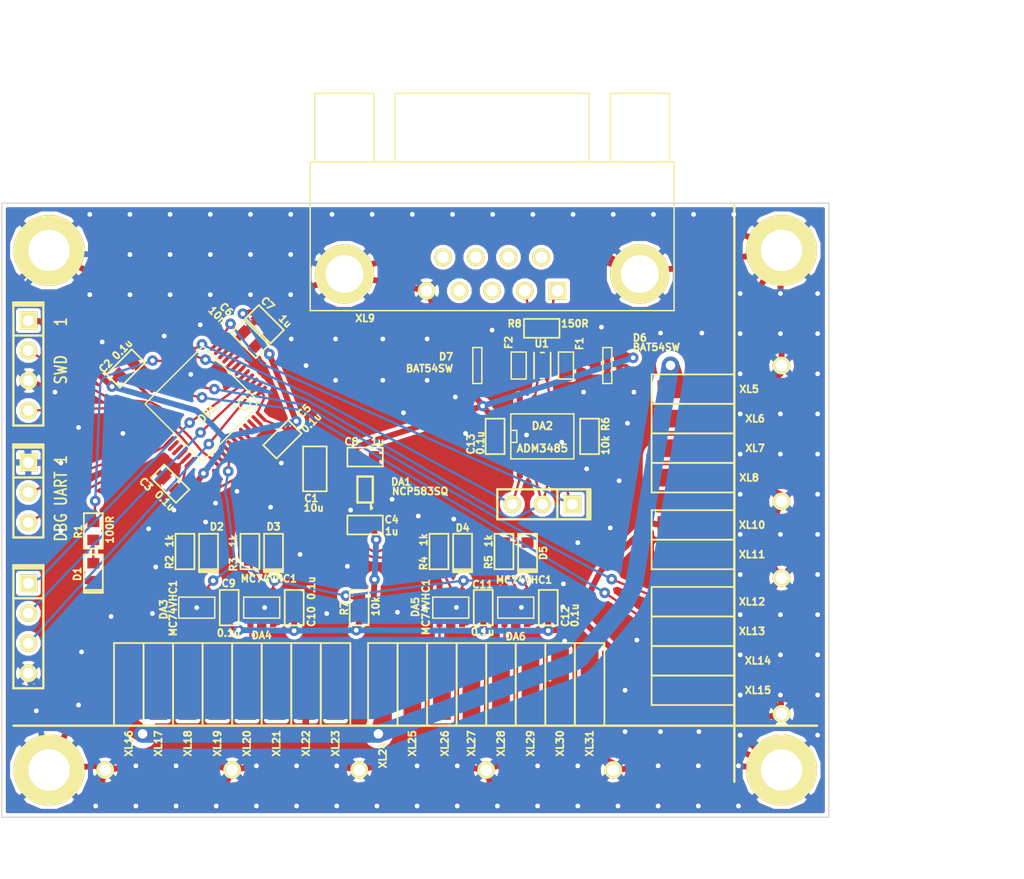
<source format=kicad_pcb>
(kicad_pcb (version 3) (host pcbnew "(2013-07-07 BZR 4022)-stable")
  (layers (15 F.Cu signal) (0 B.Cu signal hide) (18 B.Paste user) (19 F.Paste user) (20 B.SilkS user) (21 F.SilkS user) (22 B.Mask user) (23 F.Mask user) (28 Edge.Cuts user))
  (net 0 "")
  (net 1 +3.3V)
  (net 2 +5V)
  (net 3 /A)
  (net 4 /B)
  (net 5 /OutputEn)
  (net 6 /PATH2_1)
  (net 7 /PATH2_1_IN)
  (net 8 /PATH2_2)
  (net 9 /PATH2_2_IN)
  (net 10 /PATH3_1)
  (net 11 /PATH3_1_IN)
  (net 12 /PATH3_2)
  (net 13 /PATH3_2_IN)
  (net 14 /PWR_24V)
  (net 15 /RS485_A)
  (net 16 /RS485_B)
  (net 17 /RX_I_TX_K)
  (net 18 /SWCLK)
  (net 19 /SWDIO)
  (net 20 /TX_I_RX_K)
  (net 21 /Tx_Rx)
  (net 22 /UART2_RX)
  (net 23 /UART2_TX)
  (net 24 /UART_RX)
  (net 25 /UART_TX)
  (net 26 GND)
  (net 27 N-0000027)
  (net 28 N-0000028)
  (net 29 N-0000029)
  (net 30 N-0000041)
  (net 31 N-0000042)
  (net 32 N-0000049)
  (net 33 N-0000050)
  (net 34 N-0000051)
  (net 35 N-0000052)
  (module SOT23-5 (layer F.Cu) (at 150.5 79.25 180)
    (fp_text reference DA6 (at 0 -2.45 180) (layer F.SilkS) (effects (font (size 0.6 0.6))))
    (fp_text value MC74VHC1 (at -0.7 2.35 180) (layer F.SilkS) (effects (font (size 0.6 0.6))))
    (pad 1 smd rect (at -0.9525 1.27 180) (size 0.508 0.762) (layers F.Cu F.Paste F.Mask) (net 5 /OutputEn))
    (pad 3 smd rect (at 0.9525 1.27 180) (size 0.508 0.762) (layers F.Cu F.Paste F.Mask) (net 26 GND))
    (pad 5 smd rect (at -0.9525 -1.27 180) (size 0.508 0.762) (layers F.Cu F.Paste F.Mask) (net 2 +5V))
    (pad 2 smd rect (at 0 1.27 180) (size 0.508 0.762) (layers F.Cu F.Paste F.Mask) (net 13 /PATH3_2_IN))
    (pad 4 smd rect (at 0.9525 -1.27 180) (size 0.508 0.762) (layers F.Cu F.Paste F.Mask) (net 12 /PATH3_2))
  )
  (module SOT23-5 (layer F.Cu) (at 145 79.25 180)
    (fp_text reference DA5 (at 3 0.05 270) (layer F.SilkS) (effects (font (size 0.6 0.6))))
    (fp_text value MC74VHC1 (at 2.1 0.05 270) (layer F.SilkS) (effects (font (size 0.6 0.6))))
    (pad 1 smd rect (at -0.9525 1.27 180) (size 0.508 0.762) (layers F.Cu F.Paste F.Mask) (net 5 /OutputEn))
    (pad 3 smd rect (at 0.9525 1.27 180) (size 0.508 0.762) (layers F.Cu F.Paste F.Mask) (net 26 GND))
    (pad 5 smd rect (at -0.9525 -1.27 180) (size 0.508 0.762) (layers F.Cu F.Paste F.Mask) (net 2 +5V))
    (pad 2 smd rect (at 0 1.27 180) (size 0.508 0.762) (layers F.Cu F.Paste F.Mask) (net 9 /PATH2_2_IN))
    (pad 4 smd rect (at 0.9525 -1.27 180) (size 0.508 0.762) (layers F.Cu F.Paste F.Mask) (net 8 /PATH2_2))
  )
  (module SOT23-5 (layer F.Cu) (at 129 79.25 180)
    (fp_text reference DA4 (at 0 -2.35 180) (layer F.SilkS) (effects (font (size 0.6 0.6))))
    (fp_text value MC74VHC1 (at -0.6 2.45 180) (layer F.SilkS) (effects (font (size 0.6 0.6))))
    (pad 1 smd rect (at -0.9525 1.27 180) (size 0.508 0.762) (layers F.Cu F.Paste F.Mask) (net 5 /OutputEn))
    (pad 3 smd rect (at 0.9525 1.27 180) (size 0.508 0.762) (layers F.Cu F.Paste F.Mask) (net 26 GND))
    (pad 5 smd rect (at -0.9525 -1.27 180) (size 0.508 0.762) (layers F.Cu F.Paste F.Mask) (net 2 +5V))
    (pad 2 smd rect (at 0 1.27 180) (size 0.508 0.762) (layers F.Cu F.Paste F.Mask) (net 11 /PATH3_1_IN))
    (pad 4 smd rect (at 0.9525 -1.27 180) (size 0.508 0.762) (layers F.Cu F.Paste F.Mask) (net 10 /PATH3_1))
  )
  (module SOT23-5 (layer F.Cu) (at 123.5 79.25 180)
    (fp_text reference DA3 (at 2.8 -0.15 270) (layer F.SilkS) (effects (font (size 0.6 0.6))))
    (fp_text value MC74VHC1 (at 2 -0.05 270) (layer F.SilkS) (effects (font (size 0.6 0.6))))
    (pad 1 smd rect (at -0.9525 1.27 180) (size 0.508 0.762) (layers F.Cu F.Paste F.Mask) (net 5 /OutputEn))
    (pad 3 smd rect (at 0.9525 1.27 180) (size 0.508 0.762) (layers F.Cu F.Paste F.Mask) (net 26 GND))
    (pad 5 smd rect (at -0.9525 -1.27 180) (size 0.508 0.762) (layers F.Cu F.Paste F.Mask) (net 2 +5V))
    (pad 2 smd rect (at 0 1.27 180) (size 0.508 0.762) (layers F.Cu F.Paste F.Mask) (net 7 /PATH2_1_IN))
    (pad 4 smd rect (at 0.9525 -1.27 180) (size 0.508 0.762) (layers F.Cu F.Paste F.Mask) (net 6 /PATH2_1))
  )
  (module SO8E (layer F.Cu) (at 152.75 64.75)
    (fp_text reference DA2 (at 0 -0.889) (layer F.SilkS) (effects (font (size 0.635 0.635) (thickness 0.14986))))
    (fp_text value ADM3485 (at 0 1.016) (layer F.SilkS) (effects (font (size 0.635 0.635) (thickness 0.14986))))
    (pad 8 smd oval (at -1.905 -2.794) (size 0.508 1.50114) (layers F.Cu F.Paste F.Mask) (net 1 +3.3V))
    (pad 1 smd rect (at -1.905 2.794) (size 0.508 1.50114) (layers F.Cu F.Paste F.Mask) (net 22 /UART2_RX))
    (pad 7 smd oval (at -0.635 -2.794) (size 0.508 1.50114) (layers F.Cu F.Paste F.Mask) (net 4 /B))
    (pad 6 smd oval (at 0.635 -2.794) (size 0.508 1.50114) (layers F.Cu F.Paste F.Mask) (net 3 /A))
    (pad 5 smd oval (at 1.905 -2.794) (size 0.508 1.50114) (layers F.Cu F.Paste F.Mask) (net 26 GND))
    (pad 2 smd oval (at -0.635 2.794) (size 0.508 1.50114) (layers F.Cu F.Paste F.Mask) (net 21 /Tx_Rx))
    (pad 3 smd oval (at 0.635 2.794) (size 0.508 1.50114) (layers F.Cu F.Paste F.Mask) (net 21 /Tx_Rx))
    (pad 4 smd oval (at 1.905 2.794) (size 0.508 1.50114) (layers F.Cu F.Paste F.Mask) (net 23 /UART2_TX))
  )
  (module SMD0603_FUSE (layer F.Cu) (at 154.75 58.75 270)
    (fp_text reference F1 (at -1.85 -1.15 270) (layer F.SilkS) (effects (font (size 0.6 0.6))))
    (fp_text value FUSE0R hide)
    (pad 1 smd rect (at -0.58928 0 270) (size 0.98044 1.143) (layers F.Cu F.Paste F.Mask) (net 15 /RS485_A))
    (pad 2 smd rect (at 0.58928 0 270) (size 0.98044 1.143) (layers F.Cu F.Paste F.Mask) (net 3 /A))
  )
  (module SMD0603_FUSE (layer F.Cu) (at 150.75 58.75 270)
    (fp_text reference F2 (at -1.95 0.85 270) (layer F.SilkS) (effects (font (size 0.6 0.6))))
    (fp_text value FUSE0R hide)
    (pad 1 smd rect (at -0.58928 0 270) (size 0.98044 1.143) (layers F.Cu F.Paste F.Mask) (net 16 /RS485_B))
    (pad 2 smd rect (at 0.58928 0 270) (size 0.98044 1.143) (layers F.Cu F.Paste F.Mask) (net 4 /B))
  )
  (module SC82AB (layer F.Cu) (at 137.75 69.25 180)
    (fp_text reference DA1 (at -3.05 0.65 180) (layer F.SilkS) (effects (font (size 0.59944 0.59944) (thickness 0.14986))))
    (fp_text value NCP583SQ (at -4.65 -0.15 180) (layer F.SilkS) (effects (font (size 0.59944 0.59944) (thickness 0.14986))))
    (pad 1 smd rect (at -0.94996 -0.65024 180) (size 0.89916 0.70104) (layers F.Cu F.Paste F.Mask) (net 2 +5V))
    (pad 2 smd oval (at -0.94996 0.65024 180) (size 0.89916 0.70104) (layers F.Cu F.Paste F.Mask) (net 26 GND))
    (pad 3 smd oval (at 0.94996 0.65024 180) (size 0.89916 0.70104) (layers F.Cu F.Paste F.Mask) (net 1 +3.3V))
    (pad 4 smd oval (at 0.94996 -0.65024 180) (size 0.89916 0.70104) (layers F.Cu F.Paste F.Mask) (net 2 +5V))
  )
  (module RES_0603 (layer F.Cu) (at 114.75 72.75 90)
    (fp_text reference R1 (at -0.0635 -1.27 90) (layer F.SilkS) (effects (font (size 0.6 0.6))))
    (fp_text value 100R (at 0.09906 1.39954 90) (layer F.SilkS) (effects (font (size 0.6 0.6))))
    (pad 1 smd rect (at -0.762 0 90) (size 0.889 1.016) (layers F.Cu F.Paste F.Mask) (net 31 N-0000042))
    (pad 2 smd rect (at 0.762 0 90) (size 0.889 1.016) (layers F.Cu F.Paste F.Mask) (net 30 N-0000041))
  )
  (module RES_0603 (layer F.Cu) (at 128 74.5 90)
    (fp_text reference R3 (at -1.1 -1.4 90) (layer F.SilkS) (effects (font (size 0.6 0.6))))
    (fp_text value 1k (at 0.9 -1.4 90) (layer F.SilkS) (effects (font (size 0.6 0.6))))
    (pad 1 smd rect (at -0.762 0 90) (size 0.889 1.016) (layers F.Cu F.Paste F.Mask) (net 11 /PATH3_1_IN))
    (pad 2 smd rect (at 0.762 0 90) (size 0.889 1.016) (layers F.Cu F.Paste F.Mask) (net 33 N-0000050))
  )
  (module RES_0603 (layer F.Cu) (at 122.5 74.5 90)
    (fp_text reference R2 (at -0.9 -1.3 90) (layer F.SilkS) (effects (font (size 0.6 0.6))))
    (fp_text value 1k (at 0.9 -1.3 90) (layer F.SilkS) (effects (font (size 0.6 0.6))))
    (pad 1 smd rect (at -0.762 0 90) (size 0.889 1.016) (layers F.Cu F.Paste F.Mask) (net 7 /PATH2_1_IN))
    (pad 2 smd rect (at 0.762 0 90) (size 0.889 1.016) (layers F.Cu F.Paste F.Mask) (net 35 N-0000052))
  )
  (module LQFP48 (layer F.Cu) (at 124 62 225)
    (fp_text reference DD1 (at 0.282843 -0.848528 225) (layer F.SilkS) (effects (font (size 0.59944 0.59944) (thickness 0.14986))))
    (fp_text value STM32L151CXTX hide)
    (pad 1 smd rect (at -4.24942 -2.75082 225) (size 1.19888 0.29972) (layers F.Cu F.Paste F.Mask) (net 1 +3.3V))
    (pad 2 smd oval (at -4.24942 -2.25298 225) (size 1.19888 0.29972) (layers F.Cu F.Paste F.Mask) (net 27 N-0000027))
    (pad 3 smd oval (at -4.24942 -1.7526 225) (size 1.19888 0.29972) (layers F.Cu F.Paste F.Mask) (net 28 N-0000028))
    (pad 4 smd oval (at -4.24942 -1.25222 225) (size 1.19888 0.29972) (layers F.Cu F.Paste F.Mask) (net 29 N-0000029))
    (pad 5 smd oval (at -4.24942 -0.75184 225) (size 1.19888 0.29972) (layers F.Cu F.Paste F.Mask))
    (pad 6 smd oval (at -4.24942 -0.25146 225) (size 1.19888 0.29972) (layers F.Cu F.Paste F.Mask))
    (pad 7 smd oval (at -4.24942 0.24892 225) (size 1.19888 0.29972) (layers F.Cu F.Paste F.Mask))
    (pad 8 smd oval (at -4.24942 0.7493 225) (size 1.19888 0.29972) (layers F.Cu F.Paste F.Mask) (net 26 GND))
    (pad 9 smd oval (at -4.24942 1.24714 225) (size 1.19888 0.29972) (layers F.Cu F.Paste F.Mask) (net 1 +3.3V))
    (pad 10 smd oval (at -4.24942 1.74752 225) (size 1.19888 0.29972) (layers F.Cu F.Paste F.Mask))
    (pad 11 smd oval (at -4.24942 2.2479 225) (size 1.19888 0.29972) (layers F.Cu F.Paste F.Mask))
    (pad 12 smd oval (at -4.25196 2.74828 225) (size 1.19888 0.29972) (layers F.Cu F.Paste F.Mask) (net 23 /UART2_TX))
    (pad 13 smd oval (at -2.74574 4.24942 315) (size 1.19888 0.29972) (layers F.Cu F.Paste F.Mask) (net 22 /UART2_RX))
    (pad 14 smd oval (at -2.2479 4.24942 315) (size 1.19888 0.29972) (layers F.Cu F.Paste F.Mask) (net 21 /Tx_Rx))
    (pad 15 smd oval (at -1.74752 4.24942 315) (size 1.19888 0.29972) (layers F.Cu F.Paste F.Mask))
    (pad 16 smd oval (at -1.24714 4.24942 315) (size 1.19888 0.29972) (layers F.Cu F.Paste F.Mask))
    (pad 17 smd oval (at -0.74676 4.24942 315) (size 1.19888 0.29972) (layers F.Cu F.Paste F.Mask))
    (pad 18 smd oval (at -0.24638 4.24942 315) (size 1.19888 0.29972) (layers F.Cu F.Paste F.Mask) (net 30 N-0000041))
    (pad 19 smd oval (at 0.254 4.24942 315) (size 1.19888 0.29972) (layers F.Cu F.Paste F.Mask))
    (pad 20 smd oval (at 0.75184 4.24942 315) (size 1.19888 0.29972) (layers F.Cu F.Paste F.Mask))
    (pad 21 smd oval (at 1.25222 4.24942 315) (size 1.19888 0.29972) (layers F.Cu F.Paste F.Mask) (net 17 /RX_I_TX_K))
    (pad 22 smd oval (at 1.7526 4.24942 315) (size 1.19888 0.29972) (layers F.Cu F.Paste F.Mask) (net 20 /TX_I_RX_K))
    (pad 23 smd oval (at 2.25044 4.24942 315) (size 1.19888 0.29972) (layers F.Cu F.Paste F.Mask) (net 26 GND))
    (pad 24 smd oval (at 2.75082 4.24942 315) (size 1.19888 0.29972) (layers F.Cu F.Paste F.Mask) (net 1 +3.3V))
    (pad 25 smd oval (at 4.25196 2.75082 225) (size 1.19888 0.29972) (layers F.Cu F.Paste F.Mask))
    (pad 26 smd oval (at 4.25196 2.25044 225) (size 1.19888 0.29972) (layers F.Cu F.Paste F.Mask))
    (pad 27 smd oval (at 4.25196 1.75006 225) (size 1.19888 0.29972) (layers F.Cu F.Paste F.Mask))
    (pad 28 smd oval (at 4.25196 1.24968 225) (size 1.19888 0.29972) (layers F.Cu F.Paste F.Mask))
    (pad 29 smd oval (at 4.25196 0.7493 225) (size 1.19888 0.29972) (layers F.Cu F.Paste F.Mask))
    (pad 30 smd oval (at 4.25196 0.24892 225) (size 1.19888 0.29972) (layers F.Cu F.Paste F.Mask) (net 25 /UART_TX))
    (pad 31 smd oval (at 4.25196 -0.25146 225) (size 1.19888 0.29972) (layers F.Cu F.Paste F.Mask) (net 24 /UART_RX))
    (pad 32 smd oval (at 4.25196 -0.7493 225) (size 1.19888 0.29972) (layers F.Cu F.Paste F.Mask))
    (pad 33 smd oval (at 4.25196 -1.24968 225) (size 1.19888 0.29972) (layers F.Cu F.Paste F.Mask))
    (pad 34 smd oval (at 4.25196 -1.75006 225) (size 1.19888 0.29972) (layers F.Cu F.Paste F.Mask) (net 19 /SWDIO))
    (pad 35 smd oval (at 4.25196 -2.25044 225) (size 1.19888 0.29972) (layers F.Cu F.Paste F.Mask) (net 26 GND))
    (pad 36 smd oval (at 4.25196 -2.75082 225) (size 1.19888 0.29972) (layers F.Cu F.Paste F.Mask) (net 1 +3.3V))
    (pad 37 smd oval (at 2.75082 -4.24942 315) (size 1.19888 0.29972) (layers F.Cu F.Paste F.Mask) (net 18 /SWCLK))
    (pad 38 smd oval (at 2.25044 -4.24942 315) (size 1.19888 0.29972) (layers F.Cu F.Paste F.Mask))
    (pad 39 smd oval (at 1.75006 -4.24942 315) (size 1.19888 0.29972) (layers F.Cu F.Paste F.Mask) (net 5 /OutputEn))
    (pad 40 smd oval (at 1.24968 -4.24942 315) (size 1.19888 0.29972) (layers F.Cu F.Paste F.Mask) (net 7 /PATH2_1_IN))
    (pad 41 smd oval (at 0.7493 -4.24942 315) (size 1.19888 0.29972) (layers F.Cu F.Paste F.Mask) (net 11 /PATH3_1_IN))
    (pad 42 smd oval (at 0.24892 -4.24942 315) (size 1.19888 0.29972) (layers F.Cu F.Paste F.Mask) (net 9 /PATH2_2_IN))
    (pad 43 smd oval (at -0.24892 -4.24942 315) (size 1.19888 0.29972) (layers F.Cu F.Paste F.Mask) (net 13 /PATH3_2_IN))
    (pad 44 smd oval (at -0.7493 -4.24942 315) (size 1.19888 0.29972) (layers F.Cu F.Paste F.Mask) (net 26 GND))
    (pad 45 smd oval (at -1.24968 -4.24942 315) (size 1.19888 0.29972) (layers F.Cu F.Paste F.Mask))
    (pad 46 smd oval (at -1.75006 -4.24942 315) (size 1.19888 0.29972) (layers F.Cu F.Paste F.Mask))
    (pad 47 smd oval (at -2.25044 -4.24942 315) (size 1.19888 0.29972) (layers F.Cu F.Paste F.Mask) (net 26 GND))
    (pad 48 smd oval (at -2.75082 -4.24942 315) (size 1.19888 0.29972) (layers F.Cu F.Paste F.Mask) (net 1 +3.3V))
  )
  (module LED0603 (layer F.Cu) (at 114.75 76.25 270)
    (fp_text reference D1 (at 0.15 1.35 270) (layer F.SilkS) (effects (font (size 0.6 0.6))))
    (fp_text value LED hide)
    (pad A smd rect (at -0.762 0 270) (size 0.889 1.016) (layers F.Cu F.Paste F.Mask) (net 31 N-0000042))
    (pad C smd rect (at 0.762 0 270) (size 0.889 1.016) (layers F.Cu F.Paste F.Mask) (net 26 GND))
  )
  (module Hole3_5_out6mm (layer F.Cu) (at 111 93)
    (fp_text reference HOLE1 hide)
    (fp_text value HOLE_METALLED (at -0.09906 -3.2004) (layer F.SilkS) (effects (font (size 0.127 0.127) (thickness 0.00254))))
    (pad Hle thru_hole circle (at 0 0) (size 5.99948 5.99948) (drill 3.50012) (layers *.Cu *.Mask F.SilkS) (net 26 GND))
  )
  (module Hole3_5_out6mm (layer F.Cu) (at 173 93)
    (fp_text reference HOLE2 hide)
    (fp_text value HOLE_METALLED (at -0.09906 -3.2004) (layer F.SilkS) (effects (font (size 0.127 0.127) (thickness 0.00254))))
    (pad Hle thru_hole circle (at 0 0) (size 5.99948 5.99948) (drill 3.50012) (layers *.Cu *.Mask F.SilkS) (net 26 GND))
  )
  (module Hole3_5_out6mm (layer F.Cu) (at 173 49)
    (fp_text reference HOLE3 hide)
    (fp_text value HOLE_METALLED (at -0.09906 -3.2004) (layer F.SilkS) (effects (font (size 0.127 0.127) (thickness 0.00254))))
    (pad Hle thru_hole circle (at 0 0) (size 5.99948 5.99948) (drill 3.50012) (layers *.Cu *.Mask F.SilkS) (net 26 GND))
  )
  (module Hole3_5_out6mm (layer F.Cu) (at 111 49)
    (fp_text reference HOLE4 hide)
    (fp_text value HOLE_METALLED (at -0.09906 -3.2004) (layer F.SilkS) (effects (font (size 0.127 0.127) (thickness 0.00254))))
    (pad Hle thru_hole circle (at 0 0) (size 5.99948 5.99948) (drill 3.50012) (layers *.Cu *.Mask F.SilkS) (net 26 GND))
  )
  (module DLW21SN (layer F.Cu) (at 152.75 58.75 90)
    (fp_text reference U1 (at 1.85 -0.05 180) (layer F.SilkS) (effects (font (size 0.6 0.6))))
    (fp_text value DLW21SN900SQ2 hide)
    (pad 1 smd rect (at -0.89916 -0.39878 90) (size 0.70104 0.39878) (layers F.Cu F.Paste F.Mask) (net 4 /B))
    (pad 2 smd rect (at 0.89916 -0.39878 90) (size 0.70104 0.39878) (layers F.Cu F.Paste F.Mask) (net 16 /RS485_B))
    (pad 3 smd rect (at 0.89916 0.39878 90) (size 0.70104 0.39878) (layers F.Cu F.Paste F.Mask) (net 15 /RS485_A))
    (pad 4 smd rect (at -0.89916 0.39878 90) (size 0.70104 0.39878) (layers F.Cu F.Paste F.Mask) (net 3 /A))
  )
  (module CONN_PLS-4 (layer F.Cu) (at 109.25 58.75 270)
    (fp_text reference XL2 hide)
    (fp_text value ST_SWD hide)
    (pad 1 thru_hole rect (at -3.81 0 270) (size 1.5 1.5) (drill 0.9) (layers *.Cu *.Mask F.SilkS) (net 1 +3.3V))
    (pad 2 thru_hole circle (at -1.27 0 270) (size 1.5 1.5) (drill 0.9) (layers *.Cu *.Mask F.SilkS) (net 18 /SWCLK))
    (pad 3 thru_hole circle (at 1.27 0 270) (size 1.5 1.5) (drill 0.9) (layers *.Cu *.Mask F.SilkS) (net 26 GND))
    (pad 4 thru_hole circle (at 3.81 0 270) (size 1.5 1.5) (drill 0.9) (layers *.Cu *.Mask F.SilkS) (net 19 /SWDIO))
  )
  (module CONN_PLS-4 (layer F.Cu) (at 109.25 81 270)
    (fp_text reference XL3 hide)
    (fp_text value CONN_4 hide)
    (pad 1 thru_hole rect (at -3.81 0 270) (size 1.5 1.5) (drill 0.9) (layers *.Cu *.Mask F.SilkS) (net 29 N-0000029))
    (pad 2 thru_hole circle (at -1.27 0 270) (size 1.5 1.5) (drill 0.9) (layers *.Cu *.Mask F.SilkS) (net 28 N-0000028))
    (pad 3 thru_hole circle (at 1.27 0 270) (size 1.5 1.5) (drill 0.9) (layers *.Cu *.Mask F.SilkS) (net 27 N-0000027))
    (pad 4 thru_hole circle (at 3.81 0 270) (size 1.5 1.5) (drill 0.9) (layers *.Cu *.Mask F.SilkS) (net 26 GND))
  )
  (module CONN_PLS-3 (layer F.Cu) (at 152.75 70.5 180)
    (fp_text reference XL4 hide)
    (fp_text value CONN_3 hide)
    (pad 1 thru_hole rect (at -2.54 0 180) (size 1.5 1.5) (drill 0.9) (layers *.Cu *.Mask F.SilkS) (net 23 /UART2_TX))
    (pad 2 thru_hole circle (at 0 0 180) (size 1.5 1.5) (drill 0.9) (layers *.Cu *.Mask F.SilkS) (net 21 /Tx_Rx))
    (pad 3 thru_hole circle (at 2.54 0 180) (size 1.5 1.5) (drill 0.9) (layers *.Cu *.Mask F.SilkS) (net 22 /UART2_RX))
  )
  (module CONN_PLS-3 (layer F.Cu) (at 109.25 69.5 270)
    (fp_text reference XL1 hide)
    (fp_text value CONN_3 hide)
    (pad 1 thru_hole rect (at -2.54 0 270) (size 1.5 1.5) (drill 0.9) (layers *.Cu *.Mask F.SilkS) (net 26 GND))
    (pad 2 thru_hole circle (at 0 0 270) (size 1.5 1.5) (drill 0.9) (layers *.Cu *.Mask F.SilkS) (net 25 /UART_TX))
    (pad 3 thru_hole circle (at 2.54 0 270) (size 1.5 1.5) (drill 0.9) (layers *.Cu *.Mask F.SilkS) (net 24 /UART_RX))
  )
  (module CAP_0805 (layer F.Cu) (at 133.5 67.5 270)
    (fp_text reference C1 (at 2.5 0.3 360) (layer F.SilkS) (effects (font (size 0.6 0.6))))
    (fp_text value 10u (at 3.3 0.1 360) (layer F.SilkS) (effects (font (size 0.6 0.6))))
    (pad 1 smd rect (at -1.016 0 270) (size 1.143 1.397) (layers F.Cu F.Paste F.Mask) (net 1 +3.3V))
    (pad 2 smd rect (at 1.016 0 270) (size 1.143 1.397) (layers F.Cu F.Paste F.Mask) (net 26 GND))
  )
  (module CAP_0603 (layer F.Cu) (at 128 56.5 315)
    (fp_text reference C6 (at -3.181981 -0.353553 315) (layer F.SilkS) (effects (font (size 0.6 0.6))))
    (fp_text value 10n (at -3.358757 0.53033 315) (layer F.SilkS) (effects (font (size 0.6 0.6))))
    (pad 1 smd rect (at -0.762 0 315) (size 0.889 1.016) (layers F.Cu F.Paste F.Mask) (net 1 +3.3V))
    (pad 2 smd rect (at 0.762 0 315) (size 0.889 1.016) (layers F.Cu F.Paste F.Mask) (net 26 GND))
  )
  (module CAP_0603 (layer F.Cu) (at 137.75 72.25 180)
    (fp_text reference C4 (at -2.25 0.45 180) (layer F.SilkS) (effects (font (size 0.6 0.6))))
    (fp_text value 1u (at -2.25 -0.55 180) (layer F.SilkS) (effects (font (size 0.6 0.6))))
    (pad 1 smd rect (at -0.762 0 180) (size 0.889 1.016) (layers F.Cu F.Paste F.Mask) (net 2 +5V))
    (pad 2 smd rect (at 0.762 0 180) (size 0.889 1.016) (layers F.Cu F.Paste F.Mask) (net 26 GND))
  )
  (module CAP_0603 (layer F.Cu) (at 117.5 59 45)
    (fp_text reference C2 (at -1.06066 -1.343503 45) (layer F.SilkS) (effects (font (size 0.6 0.6))))
    (fp_text value 0.1u (at 0.919239 -1.343503 45) (layer F.SilkS) (effects (font (size 0.6 0.6))))
    (pad 1 smd rect (at -0.762 0 45) (size 0.889 1.016) (layers F.Cu F.Paste F.Mask) (net 1 +3.3V))
    (pad 2 smd rect (at 0.762 0 45) (size 0.889 1.016) (layers F.Cu F.Paste F.Mask) (net 26 GND))
  )
  (module CAP_0603 (layer F.Cu) (at 153.25 79.25 90)
    (fp_text reference C12 (at -0.75 1.45 90) (layer F.SilkS) (effects (font (size 0.6 0.6))))
    (fp_text value 0.1u (at -0.65 2.25 90) (layer F.SilkS) (effects (font (size 0.6 0.6))))
    (pad 1 smd rect (at -0.762 0 90) (size 0.889 1.016) (layers F.Cu F.Paste F.Mask) (net 2 +5V))
    (pad 2 smd rect (at 0.762 0 90) (size 0.889 1.016) (layers F.Cu F.Paste F.Mask) (net 26 GND))
  )
  (module CAP_0603 (layer F.Cu) (at 130.75 65 225)
    (fp_text reference C5 (at -3.005204 0.388909 225) (layer F.SilkS) (effects (font (size 0.6 0.6))))
    (fp_text value 0.1u (at -2.722361 -0.742462 225) (layer F.SilkS) (effects (font (size 0.6 0.6))))
    (pad 1 smd rect (at -0.762 0 225) (size 0.889 1.016) (layers F.Cu F.Paste F.Mask) (net 1 +3.3V))
    (pad 2 smd rect (at 0.762 0 225) (size 0.889 1.016) (layers F.Cu F.Paste F.Mask) (net 26 GND))
  )
  (module CAP_0603 (layer F.Cu) (at 147.75 79.25 90)
    (fp_text reference C11 (at 1.95 -0.05 180) (layer F.SilkS) (effects (font (size 0.6 0.6))))
    (fp_text value 0.1u (at -2.05 -0.05 180) (layer F.SilkS) (effects (font (size 0.6 0.6))))
    (pad 1 smd rect (at -0.762 0 90) (size 0.889 1.016) (layers F.Cu F.Paste F.Mask) (net 2 +5V))
    (pad 2 smd rect (at 0.762 0 90) (size 0.889 1.016) (layers F.Cu F.Paste F.Mask) (net 26 GND))
  )
  (module CAP_0603 (layer F.Cu) (at 129.25 55.25 315)
    (fp_text reference C7 (at -1.06066 -1.414214 315) (layer F.SilkS) (effects (font (size 0.6 0.6))))
    (fp_text value 1u (at 1.06066 -1.414214 315) (layer F.SilkS) (effects (font (size 0.6 0.6))))
    (pad 1 smd rect (at -0.762 0 315) (size 0.889 1.016) (layers F.Cu F.Paste F.Mask) (net 1 +3.3V))
    (pad 2 smd rect (at 0.762 0 315) (size 0.889 1.016) (layers F.Cu F.Paste F.Mask) (net 26 GND))
  )
  (module CAP_0603 (layer F.Cu) (at 131.75 79.25 90)
    (fp_text reference C10 (at -0.75 1.45 90) (layer F.SilkS) (effects (font (size 0.6 0.6))))
    (fp_text value 0.1u (at 1.65 1.45 90) (layer F.SilkS) (effects (font (size 0.6 0.6))))
    (pad 1 smd rect (at -0.762 0 90) (size 0.889 1.016) (layers F.Cu F.Paste F.Mask) (net 2 +5V))
    (pad 2 smd rect (at 0.762 0 90) (size 0.889 1.016) (layers F.Cu F.Paste F.Mask) (net 26 GND))
  )
  (module CAP_0603 (layer F.Cu) (at 148.75 64.75 270)
    (fp_text reference C13 (at 0.65 2.05 270) (layer F.SilkS) (effects (font (size 0.6 0.6))))
    (fp_text value 0.1u (at 0.55 1.25 270) (layer F.SilkS) (effects (font (size 0.6 0.6))))
    (pad 1 smd rect (at -0.762 0 270) (size 0.889 1.016) (layers F.Cu F.Paste F.Mask) (net 1 +3.3V))
    (pad 2 smd rect (at 0.762 0 270) (size 0.889 1.016) (layers F.Cu F.Paste F.Mask) (net 26 GND))
  )
  (module CAP_0603 (layer F.Cu) (at 126.25 79.25 90)
    (fp_text reference C9 (at 2.05 -0.05 180) (layer F.SilkS) (effects (font (size 0.6 0.6))))
    (fp_text value 0.1u (at -2.15 -0.05 180) (layer F.SilkS) (effects (font (size 0.6 0.6))))
    (pad 1 smd rect (at -0.762 0 90) (size 0.889 1.016) (layers F.Cu F.Paste F.Mask) (net 2 +5V))
    (pad 2 smd rect (at 0.762 0 90) (size 0.889 1.016) (layers F.Cu F.Paste F.Mask) (net 26 GND))
  )
  (module CAP_0603 (layer F.Cu) (at 121.25 68.75 135)
    (fp_text reference C3 (at 1.414214 -1.484924 135) (layer F.SilkS) (effects (font (size 0.6 0.6))))
    (fp_text value 0.1u (at -0.707107 -1.343503 135) (layer F.SilkS) (effects (font (size 0.6 0.6))))
    (pad 1 smd rect (at -0.762 0 135) (size 0.889 1.016) (layers F.Cu F.Paste F.Mask) (net 1 +3.3V))
    (pad 2 smd rect (at 0.762 0 135) (size 0.889 1.016) (layers F.Cu F.Paste F.Mask) (net 26 GND))
  )
  (module CAP_0603 (layer F.Cu) (at 137.75 66.5)
    (fp_text reference C8 (at -1.15 -1.3) (layer F.SilkS) (effects (font (size 0.6 0.6))))
    (fp_text value 1u (at 1.05 -1.3) (layer F.SilkS) (effects (font (size 0.6 0.6))))
    (pad 1 smd rect (at -0.762 0) (size 0.889 1.016) (layers F.Cu F.Paste F.Mask) (net 1 +3.3V))
    (pad 2 smd rect (at 0.762 0) (size 0.889 1.016) (layers F.Cu F.Paste F.Mask) (net 26 GND))
  )
  (module RES_0603 (layer F.Cu) (at 144 74.5 90)
    (fp_text reference R4 (at -1 -1.3 90) (layer F.SilkS) (effects (font (size 0.6 0.6))))
    (fp_text value 1k (at 1 -1.3 90) (layer F.SilkS) (effects (font (size 0.6 0.6))))
    (pad 1 smd rect (at -0.762 0 90) (size 0.889 1.016) (layers F.Cu F.Paste F.Mask) (net 9 /PATH2_2_IN))
    (pad 2 smd rect (at 0.762 0 90) (size 0.889 1.016) (layers F.Cu F.Paste F.Mask) (net 32 N-0000049))
  )
  (module RES_0603 (layer F.Cu) (at 149.5 74.5 90)
    (fp_text reference R5 (at -0.9 -1.3 90) (layer F.SilkS) (effects (font (size 0.6 0.6))))
    (fp_text value 1k (at 0.9 -1.3 90) (layer F.SilkS) (effects (font (size 0.6 0.6))))
    (pad 1 smd rect (at -0.762 0 90) (size 0.889 1.016) (layers F.Cu F.Paste F.Mask) (net 13 /PATH3_2_IN))
    (pad 2 smd rect (at 0.762 0 90) (size 0.889 1.016) (layers F.Cu F.Paste F.Mask) (net 34 N-0000051))
  )
  (module RES_0603 (layer F.Cu) (at 156.75 64.75 90)
    (fp_text reference R6 (at 1.05 1.35 90) (layer F.SilkS) (effects (font (size 0.6 0.6))))
    (fp_text value 10k (at -0.75 1.35 90) (layer F.SilkS) (effects (font (size 0.6 0.6))))
    (pad 1 smd rect (at -0.762 0 90) (size 0.889 1.016) (layers F.Cu F.Paste F.Mask) (net 21 /Tx_Rx))
    (pad 2 smd rect (at 0.762 0 90) (size 0.889 1.016) (layers F.Cu F.Paste F.Mask) (net 26 GND))
  )
  (module RES_0603 (layer F.Cu) (at 137.25 79.25 90)
    (fp_text reference R7 (at -0.0635 -1.27 90) (layer F.SilkS) (effects (font (size 0.6 0.6))))
    (fp_text value 10k (at 0.09906 1.39954 90) (layer F.SilkS) (effects (font (size 0.6 0.6))))
    (pad 1 smd rect (at -0.762 0 90) (size 0.889 1.016) (layers F.Cu F.Paste F.Mask) (net 2 +5V))
    (pad 2 smd rect (at 0.762 0 90) (size 0.889 1.016) (layers F.Cu F.Paste F.Mask) (net 5 /OutputEn))
  )
  (module LED0603 (layer F.Cu) (at 146 74.5 270)
    (fp_text reference D4 (at -2 0 360) (layer F.SilkS) (effects (font (size 0.6 0.6))))
    (fp_text value LED hide)
    (pad A smd rect (at -0.762 0 270) (size 0.889 1.016) (layers F.Cu F.Paste F.Mask) (net 32 N-0000049))
    (pad C smd rect (at 0.762 0 270) (size 0.889 1.016) (layers F.Cu F.Paste F.Mask) (net 26 GND))
  )
  (module LED0603 (layer F.Cu) (at 151.5 74.5 270)
    (fp_text reference D5 (at 0.127 -1.3335 270) (layer F.SilkS) (effects (font (size 0.6 0.6))))
    (fp_text value LED hide)
    (pad A smd rect (at -0.762 0 270) (size 0.889 1.016) (layers F.Cu F.Paste F.Mask) (net 34 N-0000051))
    (pad C smd rect (at 0.762 0 270) (size 0.889 1.016) (layers F.Cu F.Paste F.Mask) (net 26 GND))
  )
  (module CONN_DB9_M (layer F.Cu) (at 148.5 51)
    (fp_text reference XL9 (at -10.75 3.75) (layer F.SilkS) (effects (font (size 0.59944 0.59944) (thickness 0.14986))))
    (fp_text value DB9 hide)
    (pad H thru_hole circle (at -12.49934 0) (size 5.00126 5.00126) (drill 3.2004) (layers *.Cu *.Mask F.SilkS) (net 26 GND))
    (pad H thru_hole circle (at 12.49934 0) (size 5.00126 5.00126) (drill 3.2004) (layers *.Cu *.Mask F.SilkS) (net 26 GND))
    (pad 1 thru_hole rect (at 5.53974 1.41986) (size 1.50114 1.50114) (drill 1.00076) (layers *.Cu *.Mask F.SilkS) (net 15 /RS485_A))
    (pad 2 thru_hole circle (at 2.77114 1.41986) (size 1.50114 1.50114) (drill 1.00076) (layers *.Cu *.Mask F.SilkS) (net 16 /RS485_B))
    (pad 3 thru_hole circle (at 0 1.41986) (size 1.50114 1.50114) (drill 1.00076) (layers *.Cu *.Mask F.SilkS))
    (pad 4 thru_hole circle (at -2.77114 1.41986) (size 1.50114 1.50114) (drill 1.00076) (layers *.Cu *.Mask F.SilkS))
    (pad 5 thru_hole circle (at -5.53974 1.41986) (size 1.50114 1.50114) (drill 1.00076) (layers *.Cu *.Mask F.SilkS) (net 26 GND))
    (pad 6 thru_hole circle (at 4.15544 -1.41986) (size 1.50114 1.50114) (drill 1.00076) (layers *.Cu *.Mask F.SilkS))
    (pad 7 thru_hole circle (at 1.3843 -1.41986) (size 1.50114 1.50114) (drill 1.00076) (layers *.Cu *.Mask F.SilkS))
    (pad 8 thru_hole circle (at -1.3843 -1.41986) (size 1.50114 1.50114) (drill 1.00076) (layers *.Cu *.Mask F.SilkS))
    (pad 9 thru_hole circle (at -4.15544 -1.41986) (size 1.50114 1.50114) (drill 1.00076) (layers *.Cu *.Mask F.SilkS))
  )
  (module LED0603 (layer F.Cu) (at 124.5 74.5 270)
    (fp_text reference D2 (at -2.1 -0.7 360) (layer F.SilkS) (effects (font (size 0.6 0.6))))
    (fp_text value LED hide)
    (pad A smd rect (at -0.762 0 270) (size 0.889 1.016) (layers F.Cu F.Paste F.Mask) (net 35 N-0000052))
    (pad C smd rect (at 0.762 0 270) (size 0.889 1.016) (layers F.Cu F.Paste F.Mask) (net 26 GND))
  )
  (module LED0603 (layer F.Cu) (at 130 74.5 270)
    (fp_text reference D3 (at -2.1 0 360) (layer F.SilkS) (effects (font (size 0.6 0.6))))
    (fp_text value LED hide)
    (pad A smd rect (at -0.762 0 270) (size 0.889 1.016) (layers F.Cu F.Paste F.Mask) (net 33 N-0000050))
    (pad C smd rect (at 0.762 0 270) (size 0.889 1.016) (layers F.Cu F.Paste F.Mask) (net 26 GND))
  )
  (module SOT23 (layer F.Cu) (at 158.25 58.75 270)
    (fp_text reference D6 (at -2.35 -2.75 360) (layer F.SilkS) (effects (font (size 0.59944 0.59944) (thickness 0.14986))))
    (fp_text value BAT54SW (at -1.55 -4.15 360) (layer F.SilkS) (effects (font (size 0.59944 0.59944) (thickness 0.14986))))
    (pad 2 smd rect (at -0.889 -1.016 270) (size 0.9144 0.9144) (layers F.Cu F.Paste F.Mask) (net 1 +3.3V))
    (pad 1 smd rect (at 0.889 -1.016 270) (size 0.9144 0.9144) (layers F.Cu F.Paste F.Mask) (net 26 GND))
    (pad 3 smd rect (at 0 1.016 270) (size 0.9144 0.9144) (layers F.Cu F.Paste F.Mask) (net 15 /RS485_A))
  )
  (module SOT23 (layer F.Cu) (at 147.25 58.75 90)
    (fp_text reference D7 (at 0.75 -2.65 180) (layer F.SilkS) (effects (font (size 0.59944 0.59944) (thickness 0.14986))))
    (fp_text value BAT54SW (at -0.25 -4.05 180) (layer F.SilkS) (effects (font (size 0.59944 0.59944) (thickness 0.14986))))
    (pad 2 smd rect (at -0.889 -1.016 90) (size 0.9144 0.9144) (layers F.Cu F.Paste F.Mask) (net 1 +3.3V))
    (pad 1 smd rect (at 0.889 -1.016 90) (size 0.9144 0.9144) (layers F.Cu F.Paste F.Mask) (net 26 GND))
    (pad 3 smd rect (at 0 1.016 90) (size 0.9144 0.9144) (layers F.Cu F.Paste F.Mask) (net 16 /RS485_B))
  )
  (module Hole_1_out1_5MM (layer F.Cu) (at 115.75 93 90)
    (fp_text reference HOLE5 hide)
    (fp_text value HOLE_METALLED hide)
    (pad Hle thru_hole circle (at 0 0 90) (size 1.5 1.5) (drill 1) (layers *.Cu *.Mask F.SilkS) (net 26 GND))
  )
  (module Hole_1_out1_5MM (layer F.Cu) (at 126.5 93 90)
    (fp_text reference HOLE6 hide)
    (fp_text value HOLE_METALLED hide)
    (pad Hle thru_hole circle (at 0 0 90) (size 1.5 1.5) (drill 1) (layers *.Cu *.Mask F.SilkS) (net 26 GND))
  )
  (module Hole_1_out1_5MM (layer F.Cu) (at 137.25 93 90)
    (fp_text reference HOLE7 hide)
    (fp_text value HOLE_METALLED hide)
    (pad Hle thru_hole circle (at 0 0 90) (size 1.5 1.5) (drill 1) (layers *.Cu *.Mask F.SilkS) (net 26 GND))
  )
  (module Hole_1_out1_5MM (layer F.Cu) (at 148 93)
    (fp_text reference HOLE9 hide)
    (fp_text value HOLE_METALLED hide)
    (pad Hle thru_hole circle (at 0 0) (size 1.5 1.5) (drill 1) (layers *.Cu *.Mask F.SilkS) (net 26 GND))
  )
  (module Hole_1_out1_5MM (layer F.Cu) (at 158.75 93)
    (fp_text reference HOLE10 hide)
    (fp_text value HOLE_METALLED hide)
    (pad Hle thru_hole circle (at 0 0) (size 1.5 1.5) (drill 1) (layers *.Cu *.Mask F.SilkS) (net 26 GND))
  )
  (module Hole_1_out1_5MM (layer F.Cu) (at 173 88.25)
    (fp_text reference HOLE11 hide)
    (fp_text value HOLE_METALLED hide)
    (pad Hle thru_hole circle (at 0 0) (size 1.5 1.5) (drill 1) (layers *.Cu *.Mask F.SilkS) (net 26 GND))
  )
  (module Hole_1_out1_5MM (layer F.Cu) (at 173 76.75)
    (fp_text reference HOLE12 hide)
    (fp_text value HOLE_METALLED hide)
    (pad Hle thru_hole circle (at 0 0) (size 1.5 1.5) (drill 1) (layers *.Cu *.Mask F.SilkS) (net 26 GND))
  )
  (module Hole_1_out1_5MM (layer F.Cu) (at 173 70.25)
    (fp_text reference HOLE13 hide)
    (fp_text value HOLE_METALLED hide)
    (pad Hle thru_hole circle (at 0 0) (size 1.5 1.5) (drill 1) (layers *.Cu *.Mask F.SilkS) (net 26 GND))
  )
  (module Hole_1_out1_5MM (layer F.Cu) (at 173 58.75)
    (fp_text reference HOLE14 hide)
    (fp_text value HOLE_METALLED hide)
    (pad Hle thru_hole circle (at 0 0) (size 1.5 1.5) (drill 1) (layers *.Cu *.Mask F.SilkS) (net 26 GND))
  )
  (module RES_0603 (layer F.Cu) (at 152.7 55.6 180)
    (fp_text reference R8 (at 2.3 0.4 180) (layer F.SilkS) (effects (font (size 0.6 0.6))))
    (fp_text value 150R (at -2.8 0.4 180) (layer F.SilkS) (effects (font (size 0.6 0.6))))
    (pad 1 smd rect (at -0.762 0 180) (size 0.889 1.016) (layers F.Cu F.Paste F.Mask) (net 15 /RS485_A))
    (pad 2 smd rect (at 0.762 0 180) (size 0.889 1.016) (layers F.Cu F.Paste F.Mask) (net 16 /RS485_B))
  )
  (module PAD_1_5x6MM (layer F.Cu) (at 117.75 85.75 270)
    (fp_text reference XL16 (at 5 0 270) (layer F.SilkS) (effects (font (size 0.6 0.6))))
    (fp_text value CONN_GOST_1 hide)
    (pad 1 smd rect (at 0 0 270) (size 6 1.5) (layers F.Cu F.Paste F.Mask) (net 14 /PWR_24V))
  )
  (module PAD_1_5x6MM (layer F.Cu) (at 120.25 85.75 270)
    (fp_text reference XL17 (at 5 0 270) (layer F.SilkS) (effects (font (size 0.6 0.6))))
    (fp_text value CONN_GOST_1 hide)
    (pad 1 smd rect (at 0 0 270) (size 6 1.5) (layers F.Cu F.Paste F.Mask))
  )
  (module PAD_1_5x6MM (layer F.Cu) (at 122.75 85.75 270)
    (fp_text reference XL18 (at 5 0 270) (layer F.SilkS) (effects (font (size 0.6 0.6))))
    (fp_text value CONN_GOST_1 hide)
    (pad 1 smd rect (at 0 0 270) (size 6 1.5) (layers F.Cu F.Paste F.Mask) (net 6 /PATH2_1))
  )
  (module PAD_1_5x6MM (layer F.Cu) (at 125.25 85.75 270)
    (fp_text reference XL19 (at 5 0 270) (layer F.SilkS) (effects (font (size 0.6 0.6))))
    (fp_text value CONN_GOST_1 hide)
    (pad 1 smd rect (at 0 0 270) (size 6 1.5) (layers F.Cu F.Paste F.Mask))
  )
  (module PAD_1_5x6MM (layer F.Cu) (at 127.75 85.75 270)
    (fp_text reference XL20 (at 5 0 270) (layer F.SilkS) (effects (font (size 0.6 0.6))))
    (fp_text value CONN_GOST_1 hide)
    (pad 1 smd rect (at 0 0 270) (size 6 1.5) (layers F.Cu F.Paste F.Mask) (net 10 /PATH3_1))
  )
  (module PAD_1_5x6MM (layer F.Cu) (at 130.25 85.75 270)
    (fp_text reference XL21 (at 5 0 270) (layer F.SilkS) (effects (font (size 0.6 0.6))))
    (fp_text value CONN_GOST_1 hide)
    (pad 1 smd rect (at 0 0 270) (size 6 1.5) (layers F.Cu F.Paste F.Mask))
  )
  (module PAD_1_5x6MM (layer F.Cu) (at 132.75 85.75 270)
    (fp_text reference XL22 (at 5 0 270) (layer F.SilkS) (effects (font (size 0.6 0.6))))
    (fp_text value CONN_GOST_1 hide)
    (pad 1 smd rect (at 0 0 270) (size 6 1.5) (layers F.Cu F.Paste F.Mask) (net 26 GND))
  )
  (module PAD_1_5x6MM (layer F.Cu) (at 135.25 85.75 270)
    (fp_text reference XL23 (at 5 0 270) (layer F.SilkS) (effects (font (size 0.6 0.6))))
    (fp_text value CONN_GOST_1 hide)
    (pad 1 smd rect (at 0 0 270) (size 6 1.5) (layers F.Cu F.Paste F.Mask))
  )
  (module PAD_1_5x6MM (layer F.Cu) (at 141.75 85.75 270)
    (fp_text reference XL25 (at 5 0 270) (layer F.SilkS) (effects (font (size 0.6 0.6))))
    (fp_text value CONN_GOST_1 hide)
    (pad 1 smd rect (at 0 0 270) (size 6 1.5) (layers F.Cu F.Paste F.Mask))
  )
  (module PAD_1_5x6MM (layer F.Cu) (at 165.5 81.25)
    (fp_text reference XL13 (at 5 0) (layer F.SilkS) (effects (font (size 0.6 0.6))))
    (fp_text value CONN_GOST_1 hide)
    (pad 1 smd rect (at 0 0) (size 6 1.5) (layers F.Cu F.Paste F.Mask) (net 20 /TX_I_RX_K))
  )
  (module PAD_1_5x6MM (layer F.Cu) (at 165.5 68.25)
    (fp_text reference XL8 (at 4.75 0) (layer F.SilkS) (effects (font (size 0.6 0.6))))
    (fp_text value CONN_GOST_1 hide)
    (pad 1 smd rect (at 0 0) (size 6 1.5) (layers F.Cu F.Paste F.Mask) (net 26 GND))
  )
  (module PAD_1_5x6MM (layer F.Cu) (at 165.5 65.75)
    (fp_text reference XL7 (at 5.25 0) (layer F.SilkS) (effects (font (size 0.6 0.6))))
    (fp_text value CONN_GOST_1 hide)
    (pad 1 smd rect (at 0 0) (size 6 1.5) (layers F.Cu F.Paste F.Mask) (net 2 +5V))
  )
  (module PAD_1_5x6MM (layer F.Cu) (at 165.5 63.25)
    (fp_text reference XL6 (at 5.25 0) (layer F.SilkS) (effects (font (size 0.6 0.6))))
    (fp_text value CONN_GOST_1 hide)
    (pad 1 smd rect (at 0 0) (size 6 1.5) (layers F.Cu F.Paste F.Mask) (net 26 GND))
  )
  (module PAD_1_5x6MM (layer F.Cu) (at 165.5 60.75)
    (fp_text reference XL5 (at 4.75 0) (layer F.SilkS) (effects (font (size 0.6 0.6))))
    (fp_text value CONN_GOST_1 hide)
    (pad 1 smd rect (at 0 0) (size 6 1.5) (layers F.Cu F.Paste F.Mask) (net 14 /PWR_24V))
  )
  (module PAD_1_5x6MM (layer F.Cu) (at 165.5 74.75)
    (fp_text reference XL11 (at 5 0) (layer F.SilkS) (effects (font (size 0.6 0.6))))
    (fp_text value CONN_GOST_1 hide)
    (pad 1 smd rect (at 0 0) (size 6 1.5) (layers F.Cu F.Paste F.Mask) (net 26 GND))
  )
  (module PAD_1_5x6MM (layer F.Cu) (at 165.5 72.25)
    (fp_text reference XL10 (at 5 0) (layer F.SilkS) (effects (font (size 0.6 0.6))))
    (fp_text value CONN_GOST_1 hide)
    (pad 1 smd rect (at 0 0) (size 6 1.5) (layers F.Cu F.Paste F.Mask) (net 2 +5V))
  )
  (module PAD_1_5x6MM (layer F.Cu) (at 165.5 86.25)
    (fp_text reference XL15 (at 5.5 0) (layer F.SilkS) (effects (font (size 0.6 0.6))))
    (fp_text value CONN_GOST_1 hide)
    (pad 1 smd rect (at 0 0) (size 6 1.5) (layers F.Cu F.Paste F.Mask) (net 2 +5V))
  )
  (module PAD_1_5x6MM (layer F.Cu) (at 165.5 83.75)
    (fp_text reference XL14 (at 5.5 0) (layer F.SilkS) (effects (font (size 0.6 0.6))))
    (fp_text value CONN_GOST_1 hide)
    (pad 1 smd rect (at 0 0) (size 6 1.5) (layers F.Cu F.Paste F.Mask) (net 26 GND))
  )
  (module PAD_1_5x6MM (layer F.Cu) (at 139.25 85.75 270)
    (fp_text reference XL24 (at 6 0 270) (layer F.SilkS) (effects (font (size 0.6 0.6))))
    (fp_text value CONN_GOST_1 hide)
    (pad 1 smd rect (at 0 0 270) (size 6 1.5) (layers F.Cu F.Paste F.Mask) (net 14 /PWR_24V))
  )
  (module PAD_1_5x6MM (layer F.Cu) (at 165.5 78.75)
    (fp_text reference XL12 (at 5 0) (layer F.SilkS) (effects (font (size 0.6 0.6))))
    (fp_text value CONN_GOST_1 hide)
    (pad 1 smd rect (at 0 0) (size 6 1.5) (layers F.Cu F.Paste F.Mask) (net 17 /RX_I_TX_K))
  )
  (module PAD_1_5x6MM (layer F.Cu) (at 156.75 85.75 270)
    (fp_text reference XL31 (at 5 0 270) (layer F.SilkS) (effects (font (size 0.6 0.6))))
    (fp_text value CONN_GOST_1 hide)
    (pad 1 smd rect (at 0 0 270) (size 6 1.5) (layers F.Cu F.Paste F.Mask))
  )
  (module PAD_1_5x6MM (layer F.Cu) (at 154.25 85.75 270)
    (fp_text reference XL30 (at 5 0 270) (layer F.SilkS) (effects (font (size 0.6 0.6))))
    (fp_text value CONN_GOST_1 hide)
    (pad 1 smd rect (at 0 0 270) (size 6 1.5) (layers F.Cu F.Paste F.Mask) (net 26 GND))
  )
  (module PAD_1_5x6MM (layer F.Cu) (at 151.75 85.75 270)
    (fp_text reference XL29 (at 5 0 270) (layer F.SilkS) (effects (font (size 0.6 0.6))))
    (fp_text value CONN_GOST_1 hide)
    (pad 1 smd rect (at 0 0 270) (size 6 1.5) (layers F.Cu F.Paste F.Mask))
  )
  (module PAD_1_5x6MM (layer F.Cu) (at 149.25 85.75 270)
    (fp_text reference XL28 (at 5 0 270) (layer F.SilkS) (effects (font (size 0.6 0.6))))
    (fp_text value CONN_GOST_1 hide)
    (pad 1 smd rect (at 0 0 270) (size 6 1.5) (layers F.Cu F.Paste F.Mask) (net 12 /PATH3_2))
  )
  (module PAD_1_5x6MM (layer F.Cu) (at 146.75 85.75 270)
    (fp_text reference XL27 (at 5 0 270) (layer F.SilkS) (effects (font (size 0.6 0.6))))
    (fp_text value CONN_GOST_1 hide)
    (pad 1 smd rect (at 0 0 270) (size 6 1.5) (layers F.Cu F.Paste F.Mask))
  )
  (module PAD_1_5x6MM (layer F.Cu) (at 144.25 85.75 270)
    (fp_text reference XL26 (at 5 -0.25 270) (layer F.SilkS) (effects (font (size 0.6 0.6))))
    (fp_text value CONN_GOST_1 hide)
    (pad 1 smd rect (at 0 0 270) (size 6 1.5) (layers F.Cu F.Paste F.Mask) (net 8 /PATH2_2))
  )
  (gr_text "DBG UART 1" (at 112 70 90) (layer F.SilkS) (effects (font (size 1 0.8))))
  (gr_text "SWD    1" (at 112 57.5 90) (layer F.SilkS) (effects (font (size 1 0.8))))
  (gr_line (start 107 97) (end 107 45) (angle 90) (layer Edge.Cuts) (width 0.1))
  (gr_line (start 177 97) (end 107 97) (angle 90) (layer Edge.Cuts) (width 0.1))
  (gr_line (start 177 45) (end 177 97) (angle 90) (layer Edge.Cuts) (width 0.1))
  (gr_line (start 107 45) (end 177 45) (angle 90) (layer Edge.Cuts) (width 0.1))
  (gr_line (start 176 89.25) (end 108 89.25) (angle 90) (layer F.SilkS) (width 0.2))
  (gr_line (start 169 45) (end 169 94) (angle 90) (layer F.SilkS) (width 0.2))
  (via (at 124.0705 67.8826) (size 0.9) (layers F.Cu B.Cu) (net 1))
  (via (at 131.9226 63.4683) (size 0.9) (layers F.Cu B.Cu) (net 1))
  (via (at 116.3274 60.5317) (size 0.9) (layers F.Cu B.Cu) (net 1))
  (via (at 160.4376 58.0895) (size 0.9) (layers F.Cu B.Cu) (net 1))
  (via (at 147.6954 62.1766) (size 0.9) (layers F.Cu B.Cu) (net 1))
  (via (at 129.6433 57.7841) (size 0.9) (layers F.Cu B.Cu) (net 1))
  (via (at 127.4008 54.3598) (size 0.9) (layers F.Cu B.Cu) (net 1))
  (segment (start 123.212 62.4854) (end 116.3274 60.5317) (width 0.5) (layer B.Cu) (net 1))
  (segment (start 123.3384 62.5212) (end 123.212 62.4854) (width 0.5) (layer B.Cu) (net 1))
  (segment (start 123.5679 62.6477) (end 123.3384 62.5212) (width 0.5) (layer B.Cu) (net 1))
  (segment (start 123.6655 62.7352) (end 123.5679 62.6477) (width 0.5) (layer B.Cu) (net 1))
  (segment (start 124.5919 63.5652) (end 123.6655 62.7352) (width 0.5) (layer B.Cu) (net 1))
  (segment (start 124.6108 63.5822) (end 124.5919 63.5652) (width 0.5) (layer B.Cu) (net 1))
  (segment (start 124.6466 63.6173) (end 124.6108 63.5822) (width 0.5) (layer B.Cu) (net 1))
  (segment (start 124.6631 63.6349) (end 124.6466 63.6173) (width 0.5) (layer B.Cu) (net 1))
  (segment (start 125.7914 64.8374) (end 124.6631 63.6349) (width 0.5) (layer B.Cu) (net 1))
  (segment (start 125.6515 65.6057) (end 125.7914 64.8374) (width 0.5) (layer B.Cu) (net 1))
  (segment (start 125.6271 65.7398) (end 125.6515 65.6057) (width 0.5) (layer B.Cu) (net 1))
  (segment (start 125.5171 65.9889) (end 125.6271 65.7398) (width 0.5) (layer B.Cu) (net 1))
  (segment (start 125.4339 66.0979) (end 125.5171 65.9889) (width 0.5) (layer B.Cu) (net 1))
  (segment (start 124.0705 67.8826) (end 125.4339 66.0979) (width 0.5) (layer B.Cu) (net 1))
  (segment (start 125.7914 64.8374) (end 131.9226 63.4683) (width 0.5) (layer B.Cu) (net 1))
  (segment (start 160.4376 58.0895) (end 147.6954 62.1766) (width 0.5) (layer B.Cu) (net 1))
  (segment (start 129.6433 57.7841) (end 127.4008 54.3598) (width 0.5) (layer B.Cu) (net 1))
  (segment (start 159.8781 57.888) (end 160.4376 58.0895) (width 0.5) (layer F.Cu) (net 1))
  (segment (start 159.7624 57.8609) (end 159.7232 57.861) (width 0.5) (layer F.Cu) (net 1))
  (segment (start 159.8405 57.8745) (end 159.7624 57.8609) (width 0.5) (layer F.Cu) (net 1))
  (segment (start 159.8781 57.888) (end 159.8405 57.8745) (width 0.5) (layer F.Cu) (net 1))
  (segment (start 159.4732 57.861) (end 159.7232 57.861) (width 0.5) (layer F.Cu) (net 1))
  (segment (start 159.266 57.861) (end 159.4732 57.861) (width 0.5) (layer F.Cu) (net 1))
  (segment (start 146.3269 60.3725) (end 147.6954 62.1766) (width 0.5) (layer F.Cu) (net 1))
  (segment (start 146.2818 60.313) (end 146.3269 60.3725) (width 0.5) (layer F.Cu) (net 1))
  (segment (start 146.234 60.1711) (end 146.2818 60.313) (width 0.5) (layer F.Cu) (net 1))
  (segment (start 146.234 60.0962) (end 146.234 60.1711) (width 0.5) (layer F.Cu) (net 1))
  (segment (start 146.234 59.8462) (end 146.234 60.0962) (width 0.5) (layer F.Cu) (net 1))
  (segment (start 146.234 59.639) (end 146.234 59.8462) (width 0.5) (layer F.Cu) (net 1))
  (segment (start 109.75 54.9899) (end 109.25 54.94) (width 0.5) (layer F.Cu) (net 1))
  (segment (start 110 54.9899) (end 109.75 54.9899) (width 0.5) (layer F.Cu) (net 1))
  (segment (start 110.1318 54.99) (end 110 54.9899) (width 0.5) (layer F.Cu) (net 1))
  (segment (start 110.3761 55.085) (end 110.1318 54.99) (width 0.5) (layer F.Cu) (net 1))
  (segment (start 110.4727 55.1735) (end 110.3761 55.085) (width 0.5) (layer F.Cu) (net 1))
  (segment (start 116.3274 60.5317) (end 110.4727 55.1735) (width 0.5) (layer F.Cu) (net 1))
  (segment (start 137.8542 65.3252) (end 147.6954 62.1766) (width 0.5) (layer F.Cu) (net 1))
  (segment (start 137.8025 65.3438) (end 137.7857 65.3511) (width 0.5) (layer F.Cu) (net 1))
  (segment (start 137.8367 65.3308) (end 137.8025 65.3438) (width 0.5) (layer F.Cu) (net 1))
  (segment (start 137.8542 65.3252) (end 137.8367 65.3308) (width 0.5) (layer F.Cu) (net 1))
  (segment (start 137.2536 65.5851) (end 137.7857 65.3511) (width 0.5) (layer F.Cu) (net 1))
  (segment (start 136.988 65.8598) (end 136.988 65.992) (width 0.5) (layer F.Cu) (net 1))
  (segment (start 137.1323 65.6385) (end 136.988 65.8598) (width 0.5) (layer F.Cu) (net 1))
  (segment (start 137.2536 65.5851) (end 137.1323 65.6385) (width 0.5) (layer F.Cu) (net 1))
  (segment (start 136.988 66.242) (end 136.988 65.992) (width 0.5) (layer F.Cu) (net 1))
  (segment (start 136.988 66.5) (end 136.988 66.242) (width 0.5) (layer F.Cu) (net 1))
  (segment (start 129.2678 63.3776) (end 128.9499 63.0597) (width 0.2) (layer F.Cu) (net 1))
  (segment (start 130.7853 64.0056) (end 129.2678 63.3776) (width 0.2) (layer F.Cu) (net 1))
  (segment (start 130.8257 64.0223) (end 130.7853 64.0056) (width 0.2) (layer F.Cu) (net 1))
  (segment (start 130.8988 64.0712) (end 130.8257 64.0223) (width 0.2) (layer F.Cu) (net 1))
  (segment (start 130.9296 64.102) (end 130.8988 64.0712) (width 0.2) (layer F.Cu) (net 1))
  (segment (start 131.0003 64.1727) (end 130.9296 64.102) (width 0.2) (layer F.Cu) (net 1))
  (segment (start 131.2888 64.4612) (end 131.0003 64.1727) (width 0.2) (layer F.Cu) (net 1))
  (segment (start 131.4712 64.6436) (end 131.2888 64.4612) (width 0.5) (layer F.Cu) (net 1))
  (segment (start 131.648 64.8204) (end 131.4712 64.6436) (width 0.5) (layer F.Cu) (net 1))
  (segment (start 131.7914 64.9206) (end 131.8479 64.9356) (width 0.5) (layer F.Cu) (net 1))
  (segment (start 131.6894 64.8618) (end 131.7914 64.9206) (width 0.5) (layer F.Cu) (net 1))
  (segment (start 131.648 64.8204) (end 131.6894 64.8618) (width 0.5) (layer F.Cu) (net 1))
  (segment (start 132.9813 65.2375) (end 131.8479 64.9356) (width 0.5) (layer F.Cu) (net 1))
  (segment (start 133.0928 65.2672) (end 132.9813 65.2375) (width 0.5) (layer F.Cu) (net 1))
  (segment (start 133.2852 65.3956) (end 133.0928 65.2672) (width 0.5) (layer F.Cu) (net 1))
  (segment (start 133.4254 65.5779) (end 133.2852 65.3956) (width 0.5) (layer F.Cu) (net 1))
  (segment (start 133.5 65.7969) (end 133.4254 65.5779) (width 0.5) (layer F.Cu) (net 1))
  (segment (start 133.5 65.9125) (end 133.5 65.7969) (width 0.5) (layer F.Cu) (net 1))
  (segment (start 133.5 66.1625) (end 133.5 65.9125) (width 0.5) (layer F.Cu) (net 1))
  (segment (start 133.5 66.484) (end 133.5 66.1625) (width 0.5) (layer F.Cu) (net 1))
  (segment (start 128.9504 61.0104) (end 128.9499 60.9403) (width 0.2) (layer F.Cu) (net 1))
  (segment (start 129.0211 61.0811) (end 128.9504 61.0104) (width 0.2) (layer F.Cu) (net 1))
  (segment (start 129.0251 61.0851) (end 129.0211 61.0811) (width 0.2) (layer F.Cu) (net 1))
  (segment (start 129.1467 61.2094) (end 129.0251 61.0851) (width 0.2) (layer F.Cu) (net 1))
  (segment (start 129.2032 61.5517) (end 129.1467 61.2094) (width 0.2) (layer F.Cu) (net 1))
  (segment (start 129.1281 61.7081) (end 129.2032 61.5517) (width 0.2) (layer F.Cu) (net 1))
  (segment (start 128.632 62.7418) (end 129.1281 61.7081) (width 0.2) (layer F.Cu) (net 1))
  (segment (start 128.9499 63.0597) (end 128.632 62.7418) (width 0.2) (layer F.Cu) (net 1))
  (segment (start 131.9226 63.4683) (end 129.6433 57.7841) (width 0.5) (layer F.Cu) (net 1))
  (segment (start 136.988 66.758) (end 136.988 66.5) (width 0.5) (layer F.Cu) (net 1))
  (segment (start 136.988 67.008) (end 136.988 66.758) (width 0.5) (layer F.Cu) (net 1))
  (segment (start 136.9873 67.033) (end 136.988 67.008) (width 0.5) (layer F.Cu) (net 1))
  (segment (start 136.8991 68.5998) (end 136.9873 67.033) (width 0.5) (layer F.Cu) (net 1))
  (segment (start 136.8 68.5998) (end 136.8991 68.5998) (width 0.5) (layer F.Cu) (net 1))
  (segment (start 117.2497 59.8273) (end 116.9612 59.5388) (width 0.2) (layer F.Cu) (net 1))
  (segment (start 117.3204 59.898) (end 117.2497 59.8273) (width 0.2) (layer F.Cu) (net 1))
  (segment (start 117.405 59.966) (end 117.4376 59.9821) (width 0.2) (layer F.Cu) (net 1))
  (segment (start 117.3463 59.9238) (end 117.405 59.966) (width 0.2) (layer F.Cu) (net 1))
  (segment (start 117.3204 59.898) (end 117.3463 59.9238) (width 0.2) (layer F.Cu) (net 1))
  (segment (start 118.7322 60.6224) (end 117.4376 59.9821) (width 0.2) (layer F.Cu) (net 1))
  (segment (start 119.0501 60.9403) (end 118.7322 60.6224) (width 0.2) (layer F.Cu) (net 1))
  (segment (start 128.5288 54.8936) (end 128.7112 54.7112) (width 0.5) (layer F.Cu) (net 1))
  (segment (start 128.352 55.0704) (end 128.5288 54.8936) (width 0.5) (layer F.Cu) (net 1))
  (segment (start 127.8204 55.602) (end 128.352 55.0704) (width 0.5) (layer F.Cu) (net 1))
  (segment (start 127.6436 55.7788) (end 127.8204 55.602) (width 0.5) (layer F.Cu) (net 1))
  (segment (start 127.4612 55.9612) (end 127.6436 55.7788) (width 0.5) (layer F.Cu) (net 1))
  (segment (start 150.845 62.4526) (end 150.845 61.956) (width 0.5) (layer F.Cu) (net 1))
  (segment (start 149.5875 63.8418) (end 150.845 62.4526) (width 0.5) (layer F.Cu) (net 1))
  (segment (start 149.5244 63.9116) (end 149.5875 63.8418) (width 0.5) (layer F.Cu) (net 1))
  (segment (start 149.3525 63.9879) (end 149.5244 63.9116) (width 0.5) (layer F.Cu) (net 1))
  (segment (start 149.258 63.988) (end 149.3525 63.9879) (width 0.5) (layer F.Cu) (net 1))
  (segment (start 149.008 63.988) (end 149.258 63.988) (width 0.5) (layer F.Cu) (net 1))
  (segment (start 148.75 63.988) (end 149.008 63.988) (width 0.5) (layer F.Cu) (net 1))
  (segment (start 133.9485 66.484) (end 133.5 66.484) (width 0.5) (layer F.Cu) (net 1))
  (segment (start 134.1985 66.484) (end 133.9485 66.484) (width 0.5) (layer F.Cu) (net 1))
  (segment (start 134.2024 66.484) (end 134.1985 66.484) (width 0.5) (layer F.Cu) (net 1))
  (segment (start 136.54 66.5) (end 134.2024 66.484) (width 0.5) (layer F.Cu) (net 1))
  (segment (start 136.5435 66.5) (end 136.54 66.5) (width 0.5) (layer F.Cu) (net 1))
  (segment (start 136.7935 66.5) (end 136.5435 66.5) (width 0.5) (layer F.Cu) (net 1))
  (segment (start 136.988 66.5) (end 136.7935 66.5) (width 0.5) (layer F.Cu) (net 1))
  (segment (start 122.8743 69.5411) (end 124.0705 67.8826) (width 0.5) (layer F.Cu) (net 1))
  (segment (start 122.809 69.6316) (end 122.8743 69.5411) (width 0.5) (layer F.Cu) (net 1))
  (segment (start 122.6144 69.7413) (end 122.809 69.6316) (width 0.5) (layer F.Cu) (net 1))
  (segment (start 122.3917 69.7592) (end 122.6144 69.7413) (width 0.5) (layer F.Cu) (net 1))
  (segment (start 122.1821 69.6821) (end 122.3917 69.7592) (width 0.5) (layer F.Cu) (net 1))
  (segment (start 122.1031 69.6031) (end 122.1821 69.6821) (width 0.5) (layer F.Cu) (net 1))
  (segment (start 121.9263 69.4263) (end 122.1031 69.6031) (width 0.5) (layer F.Cu) (net 1))
  (segment (start 121.7888 69.2888) (end 121.9263 69.4263) (width 0.5) (layer F.Cu) (net 1))
  (segment (start 128.5737 54.5737) (end 128.7112 54.7112) (width 0.5) (layer F.Cu) (net 1))
  (segment (start 128.3969 54.3969) (end 128.5737 54.5737) (width 0.5) (layer F.Cu) (net 1))
  (segment (start 128.0669 54.2335) (end 127.9431 54.257) (width 0.5) (layer F.Cu) (net 1))
  (segment (start 128.308 54.3079) (end 128.0669 54.2335) (width 0.5) (layer F.Cu) (net 1))
  (segment (start 128.3969 54.3969) (end 128.308 54.3079) (width 0.5) (layer F.Cu) (net 1))
  (segment (start 127.4008 54.3598) (end 127.9431 54.257) (width 0.5) (layer F.Cu) (net 1))
  (segment (start 126.5462 57.6404) (end 126.819 57.0099) (width 0.2) (layer F.Cu) (net 1))
  (segment (start 126.5281 57.6822) (end 126.5462 57.6404) (width 0.2) (layer F.Cu) (net 1))
  (segment (start 126.4774 57.7579) (end 126.5281 57.6822) (width 0.2) (layer F.Cu) (net 1))
  (segment (start 126.4457 57.7905) (end 126.4774 57.7579) (width 0.2) (layer F.Cu) (net 1))
  (segment (start 126.4408 57.7955) (end 126.4457 57.7905) (width 0.2) (layer F.Cu) (net 1))
  (segment (start 126.1229 58.1134) (end 126.4408 57.7955) (width 0.2) (layer F.Cu) (net 1))
  (segment (start 127.2788 56.1436) (end 127.4612 55.9612) (width 0.5) (layer F.Cu) (net 1))
  (segment (start 127.102 56.3204) (end 127.2788 56.1436) (width 0.5) (layer F.Cu) (net 1))
  (segment (start 127.0121 56.4428) (end 126.9955 56.4914) (width 0.5) (layer F.Cu) (net 1))
  (segment (start 127.0662 56.3562) (end 127.0121 56.4428) (width 0.5) (layer F.Cu) (net 1))
  (segment (start 127.102 56.3204) (end 127.0662 56.3562) (width 0.5) (layer F.Cu) (net 1))
  (segment (start 126.819 57.0099) (end 126.9955 56.4914) (width 0.5) (layer F.Cu) (net 1))
  (segment (start 122.0773 69.0003) (end 121.7888 69.2888) (width 0.2) (layer F.Cu) (net 1))
  (segment (start 122.148 68.9296) (end 122.0773 69.0003) (width 0.2) (layer F.Cu) (net 1))
  (segment (start 122.2508 68.7805) (end 122.2655 68.7209) (width 0.2) (layer F.Cu) (net 1))
  (segment (start 122.1911 68.8866) (end 122.2508 68.7805) (width 0.2) (layer F.Cu) (net 1))
  (segment (start 122.148 68.9296) (end 122.1911 68.8866) (width 0.2) (layer F.Cu) (net 1))
  (segment (start 122.6206 67.2696) (end 122.2655 68.7209) (width 0.2) (layer F.Cu) (net 1))
  (segment (start 122.9385 66.9517) (end 122.6206 67.2696) (width 0.2) (layer F.Cu) (net 1))
  (segment (start 148.75 63.7935) (end 148.75 63.988) (width 0.5) (layer F.Cu) (net 1))
  (segment (start 148.75 63.5435) (end 148.75 63.7935) (width 0.5) (layer F.Cu) (net 1))
  (segment (start 148.6825 63.2736) (end 148.6196 63.2037) (width 0.5) (layer F.Cu) (net 1))
  (segment (start 148.75 63.4493) (end 148.6825 63.2736) (width 0.5) (layer F.Cu) (net 1))
  (segment (start 148.75 63.5435) (end 148.75 63.4493) (width 0.5) (layer F.Cu) (net 1))
  (segment (start 147.6954 62.1766) (end 148.6196 63.2037) (width 0.5) (layer F.Cu) (net 1))
  (segment (start 116.8237 59.6763) (end 116.9612 59.5388) (width 0.5) (layer F.Cu) (net 1))
  (segment (start 116.6469 59.8531) (end 116.8237 59.6763) (width 0.5) (layer F.Cu) (net 1))
  (segment (start 116.5549 59.9734) (end 116.5357 60.0206) (width 0.5) (layer F.Cu) (net 1))
  (segment (start 116.611 59.8889) (end 116.5549 59.9734) (width 0.5) (layer F.Cu) (net 1))
  (segment (start 116.6469 59.8531) (end 116.611 59.8889) (width 0.5) (layer F.Cu) (net 1))
  (segment (start 116.3274 60.5317) (end 116.5357 60.0206) (width 0.5) (layer F.Cu) (net 1))
  (segment (start 131.4263 64.3237) (end 131.2888 64.4612) (width 0.5) (layer F.Cu) (net 1))
  (segment (start 131.6031 64.1469) (end 131.4263 64.3237) (width 0.5) (layer F.Cu) (net 1))
  (segment (start 131.6951 64.0266) (end 131.7143 63.9794) (width 0.5) (layer F.Cu) (net 1))
  (segment (start 131.639 64.1111) (end 131.6951 64.0266) (width 0.5) (layer F.Cu) (net 1))
  (segment (start 131.6031 64.1469) (end 131.639 64.1111) (width 0.5) (layer F.Cu) (net 1))
  (segment (start 131.9226 63.4683) (end 131.7143 63.9794) (width 0.5) (layer F.Cu) (net 1))
  (segment (start 126.676 57.3403) (end 126.6691 57.0131) (width 0.2) (layer F.Cu) (net 1))
  (segment (start 126.676 57.3403) (end 126.9193 57.1215) (width 0.2) (layer F.Cu) (net 1))
  (via (at 147.7518 81.2066) (size 0.9) (layers F.Cu B.Cu) (net 2))
  (via (at 153.2482 81.2066) (size 0.9) (layers F.Cu B.Cu) (net 2))
  (via (at 137.0001 81.1637) (size 0.9) (layers F.Cu B.Cu) (net 2))
  (via (at 127.0362 81.1532) (size 0.9) (layers F.Cu B.Cu) (net 2))
  (via (at 131.7419 81.2066) (size 0.9) (layers F.Cu B.Cu) (net 2))
  (via (at 138.6912 73.4864) (size 0.9) (layers F.Cu B.Cu) (net 2))
  (via (at 138.5471 76.8656) (size 0.9) (layers F.Cu B.Cu) (net 2))
  (segment (start 147.7518 81.2066) (end 137.0001 81.1637) (width 0.5) (layer B.Cu) (net 2))
  (segment (start 147.7518 81.2066) (end 153.2482 81.2066) (width 0.5) (layer B.Cu) (net 2))
  (segment (start 131.7419 81.2066) (end 137.0001 81.1637) (width 0.5) (layer B.Cu) (net 2))
  (segment (start 138.6912 73.4864) (end 138.5471 76.8656) (width 0.5) (layer B.Cu) (net 2))
  (segment (start 127.0362 81.1532) (end 131.7419 81.2066) (width 0.5) (layer B.Cu) (net 2))
  (segment (start 162.75 86.2001) (end 165.5 86.25) (width 0.5) (layer F.Cu) (net 2))
  (segment (start 162.5 86.2001) (end 162.75 86.2001) (width 0.5) (layer F.Cu) (net 2))
  (segment (start 162.3641 86.2002) (end 162.5 86.2001) (width 0.5) (layer F.Cu) (net 2))
  (segment (start 162.1117 86.0983) (end 162.3641 86.2002) (width 0.5) (layer F.Cu) (net 2))
  (segment (start 162.0138 86.0038) (end 162.1117 86.0983) (width 0.5) (layer F.Cu) (net 2))
  (segment (start 156.237 80.4288) (end 162.0138 86.0038) (width 0.5) (layer F.Cu) (net 2))
  (segment (start 137.508 80.012) (end 137.25 80.012) (width 0.5) (layer F.Cu) (net 2))
  (segment (start 137.758 80.012) (end 137.508 80.012) (width 0.5) (layer F.Cu) (net 2))
  (segment (start 138.1117 79.8674) (end 138.1649 79.7464) (width 0.5) (layer F.Cu) (net 2))
  (segment (start 137.8905 80.0119) (end 138.1117 79.8674) (width 0.5) (layer F.Cu) (net 2))
  (segment (start 137.758 80.012) (end 137.8905 80.0119) (width 0.5) (layer F.Cu) (net 2))
  (segment (start 138.3989 79.2143) (end 138.1649 79.7464) (width 0.5) (layer F.Cu) (net 2))
  (segment (start 138.4548 79.0271) (end 138.4575 78.9624) (width 0.5) (layer F.Cu) (net 2))
  (segment (start 138.4251 79.1549) (end 138.4548 79.0271) (width 0.5) (layer F.Cu) (net 2))
  (segment (start 138.3989 79.2143) (end 138.4251 79.1549) (width 0.5) (layer F.Cu) (net 2))
  (segment (start 138.5471 76.8656) (end 138.4575 78.9624) (width 0.5) (layer F.Cu) (net 2))
  (segment (start 138.512 71.992) (end 138.512 72.25) (width 0.5) (layer F.Cu) (net 2))
  (segment (start 138.512 71.742) (end 138.512 71.992) (width 0.5) (layer F.Cu) (net 2))
  (segment (start 138.512 71.7275) (end 138.512 71.742) (width 0.5) (layer F.Cu) (net 2))
  (segment (start 138.5139 71.6988) (end 138.512 71.7275) (width 0.5) (layer F.Cu) (net 2))
  (segment (start 138.5158 71.6842) (end 138.5139 71.6988) (width 0.5) (layer F.Cu) (net 2))
  (segment (start 138.6962 70.3092) (end 138.5158 71.6842) (width 0.5) (layer F.Cu) (net 2))
  (segment (start 138.7 70.2654) (end 138.7 70.2507) (width 0.5) (layer F.Cu) (net 2))
  (segment (start 138.6981 70.2944) (end 138.7 70.2654) (width 0.5) (layer F.Cu) (net 2))
  (segment (start 138.6962 70.3092) (end 138.6981 70.2944) (width 0.5) (layer F.Cu) (net 2))
  (segment (start 138.7 70.0007) (end 138.7 70.2507) (width 0.5) (layer F.Cu) (net 2))
  (segment (start 138.7 69.9002) (end 138.7 70.0007) (width 0.5) (layer F.Cu) (net 2))
  (segment (start 156.913 77.7165) (end 156.237 80.4288) (width 0.5) (layer F.Cu) (net 2))
  (segment (start 156.9285 77.6541) (end 156.913 77.7165) (width 0.5) (layer F.Cu) (net 2))
  (segment (start 156.9742 77.5317) (end 156.9285 77.6541) (width 0.5) (layer F.Cu) (net 2))
  (segment (start 157.0042 77.4726) (end 156.9742 77.5317) (width 0.5) (layer F.Cu) (net 2))
  (segment (start 157.5917 76.3192) (end 157.0042 77.4726) (width 0.5) (layer F.Cu) (net 2))
  (segment (start 157.6348 76.2346) (end 157.5917 76.3192) (width 0.5) (layer F.Cu) (net 2))
  (segment (start 157.7471 76.0824) (end 157.6348 76.2346) (width 0.5) (layer F.Cu) (net 2))
  (segment (start 157.8149 76.0165) (end 157.7471 76.0824) (width 0.5) (layer F.Cu) (net 2))
  (segment (start 161.9129 72.0334) (end 157.8149 76.0165) (width 0.5) (layer F.Cu) (net 2))
  (segment (start 153.25 80.2065) (end 153.25 80.012) (width 0.5) (layer F.Cu) (net 2))
  (segment (start 153.25 80.4565) (end 153.25 80.2065) (width 0.5) (layer F.Cu) (net 2))
  (segment (start 153.25 80.4577) (end 153.25 80.4565) (width 0.5) (layer F.Cu) (net 2))
  (segment (start 153.2482 81.2066) (end 153.25 80.4577) (width 0.5) (layer F.Cu) (net 2))
  (segment (start 153.8223 81.1536) (end 153.2482 81.2066) (width 0.5) (layer F.Cu) (net 2))
  (segment (start 154.0281 81.1062) (end 154.0898 81.073) (width 0.5) (layer F.Cu) (net 2))
  (segment (start 153.8931 81.147) (end 154.0281 81.1062) (width 0.5) (layer F.Cu) (net 2))
  (segment (start 153.8223 81.1536) (end 153.8931 81.147) (width 0.5) (layer F.Cu) (net 2))
  (segment (start 154.0964 81.0694) (end 154.0898 81.073) (width 0.5) (layer F.Cu) (net 2))
  (segment (start 154.1513 81.04) (end 154.0964 81.0694) (width 0.5) (layer F.Cu) (net 2))
  (segment (start 154.2648 80.9938) (end 154.1513 81.04) (width 0.5) (layer F.Cu) (net 2))
  (segment (start 154.3247 80.9766) (end 154.2648 80.9938) (width 0.5) (layer F.Cu) (net 2))
  (segment (start 156.237 80.4288) (end 154.3247 80.9766) (width 0.5) (layer F.Cu) (net 2))
  (segment (start 162.75 65.7999) (end 165.5 65.75) (width 0.5) (layer F.Cu) (net 2))
  (segment (start 162.5 65.7999) (end 162.75 65.7999) (width 0.5) (layer F.Cu) (net 2))
  (segment (start 161.7998 66.3614) (end 161.7999 66.5) (width 0.5) (layer F.Cu) (net 2))
  (segment (start 161.9061 66.1039) (end 161.7998 66.3614) (width 0.5) (layer F.Cu) (net 2))
  (segment (start 162.1029 65.9068) (end 161.9061 66.1039) (width 0.5) (layer F.Cu) (net 2))
  (segment (start 162.3601 65.8) (end 162.1029 65.9068) (width 0.5) (layer F.Cu) (net 2))
  (segment (start 162.5 65.7999) (end 162.3601 65.8) (width 0.5) (layer F.Cu) (net 2))
  (segment (start 161.7999 71.5) (end 161.7999 66.5) (width 0.5) (layer F.Cu) (net 2))
  (segment (start 161.8107 71.6302) (end 161.8213 71.6719) (width 0.5) (layer F.Cu) (net 2))
  (segment (start 161.7999 71.544) (end 161.8107 71.6302) (width 0.5) (layer F.Cu) (net 2))
  (segment (start 161.7999 71.5) (end 161.7999 71.544) (width 0.5) (layer F.Cu) (net 2))
  (segment (start 161.9129 72.0334) (end 161.8213 71.6719) (width 0.5) (layer F.Cu) (net 2))
  (segment (start 138.5271 72.8729) (end 138.6912 73.4864) (width 0.5) (layer F.Cu) (net 2))
  (segment (start 138.5195 72.8445) (end 138.5271 72.8729) (width 0.5) (layer F.Cu) (net 2))
  (segment (start 138.512 72.7867) (end 138.5195 72.8445) (width 0.5) (layer F.Cu) (net 2))
  (segment (start 138.512 72.758) (end 138.512 72.7867) (width 0.5) (layer F.Cu) (net 2))
  (segment (start 138.512 72.508) (end 138.512 72.758) (width 0.5) (layer F.Cu) (net 2))
  (segment (start 138.512 72.25) (end 138.512 72.508) (width 0.5) (layer F.Cu) (net 2))
  (segment (start 145.9565 80.52) (end 145.9525 80.52) (width 0.5) (layer F.Cu) (net 2))
  (segment (start 146.2065 80.52) (end 145.9565 80.52) (width 0.5) (layer F.Cu) (net 2))
  (segment (start 146.3661 80.4892) (end 146.4118 80.4599) (width 0.5) (layer F.Cu) (net 2))
  (segment (start 146.2614 80.52) (end 146.3661 80.4892) (width 0.5) (layer F.Cu) (net 2))
  (segment (start 146.2065 80.52) (end 146.2614 80.52) (width 0.5) (layer F.Cu) (net 2))
  (segment (start 147.0025 80.0821) (end 146.4118 80.4599) (width 0.5) (layer F.Cu) (net 2))
  (segment (start 147.0558 80.0479) (end 147.0025 80.0821) (width 0.5) (layer F.Cu) (net 2))
  (segment (start 147.178 80.0121) (end 147.0558 80.0479) (width 0.5) (layer F.Cu) (net 2))
  (segment (start 147.242 80.012) (end 147.178 80.0121) (width 0.5) (layer F.Cu) (net 2))
  (segment (start 147.492 80.012) (end 147.242 80.012) (width 0.5) (layer F.Cu) (net 2))
  (segment (start 147.75 80.012) (end 147.492 80.012) (width 0.5) (layer F.Cu) (net 2))
  (segment (start 152.992 80.012) (end 153.25 80.012) (width 0.5) (layer F.Cu) (net 2))
  (segment (start 152.742 80.012) (end 152.992 80.012) (width 0.5) (layer F.Cu) (net 2))
  (segment (start 152.5558 80.0479) (end 152.5025 80.0821) (width 0.5) (layer F.Cu) (net 2))
  (segment (start 152.678 80.0121) (end 152.5558 80.0479) (width 0.5) (layer F.Cu) (net 2))
  (segment (start 152.742 80.012) (end 152.678 80.0121) (width 0.5) (layer F.Cu) (net 2))
  (segment (start 151.9118 80.4599) (end 152.5025 80.0821) (width 0.5) (layer F.Cu) (net 2))
  (segment (start 151.8661 80.4892) (end 151.9118 80.4599) (width 0.5) (layer F.Cu) (net 2))
  (segment (start 151.7614 80.52) (end 151.8661 80.4892) (width 0.5) (layer F.Cu) (net 2))
  (segment (start 151.7065 80.52) (end 151.7614 80.52) (width 0.5) (layer F.Cu) (net 2))
  (segment (start 151.4565 80.52) (end 151.7065 80.52) (width 0.5) (layer F.Cu) (net 2))
  (segment (start 151.4525 80.52) (end 151.4565 80.52) (width 0.5) (layer F.Cu) (net 2))
  (segment (start 125.992 80.012) (end 126.25 80.012) (width 0.5) (layer F.Cu) (net 2))
  (segment (start 125.742 80.012) (end 125.992 80.012) (width 0.5) (layer F.Cu) (net 2))
  (segment (start 125.5558 80.0479) (end 125.5025 80.0821) (width 0.5) (layer F.Cu) (net 2))
  (segment (start 125.678 80.0121) (end 125.5558 80.0479) (width 0.5) (layer F.Cu) (net 2))
  (segment (start 125.742 80.012) (end 125.678 80.0121) (width 0.5) (layer F.Cu) (net 2))
  (segment (start 124.9118 80.4599) (end 125.5025 80.0821) (width 0.5) (layer F.Cu) (net 2))
  (segment (start 124.8661 80.4892) (end 124.9118 80.4599) (width 0.5) (layer F.Cu) (net 2))
  (segment (start 124.7614 80.52) (end 124.8661 80.4892) (width 0.5) (layer F.Cu) (net 2))
  (segment (start 124.7065 80.52) (end 124.7614 80.52) (width 0.5) (layer F.Cu) (net 2))
  (segment (start 124.4565 80.52) (end 124.7065 80.52) (width 0.5) (layer F.Cu) (net 2))
  (segment (start 124.4525 80.52) (end 124.4565 80.52) (width 0.5) (layer F.Cu) (net 2))
  (segment (start 138.5004 69.9002) (end 138.7 69.9002) (width 0.5) (layer F.Cu) (net 2))
  (segment (start 138.2504 69.9002) (end 138.5004 69.9002) (width 0.5) (layer F.Cu) (net 2))
  (segment (start 136.8991 69.9002) (end 138.2504 69.9002) (width 0.5) (layer F.Cu) (net 2))
  (segment (start 136.8 69.9002) (end 136.8991 69.9002) (width 0.5) (layer F.Cu) (net 2))
  (segment (start 162.264 72.1591) (end 161.9129 72.0334) (width 0.5) (layer F.Cu) (net 2))
  (segment (start 162.44 72.2001) (end 162.5 72.2001) (width 0.5) (layer F.Cu) (net 2))
  (segment (start 162.3205 72.1794) (end 162.44 72.2001) (width 0.5) (layer F.Cu) (net 2))
  (segment (start 162.264 72.1591) (end 162.3205 72.1794) (width 0.5) (layer F.Cu) (net 2))
  (segment (start 162.75 72.2001) (end 162.5 72.2001) (width 0.5) (layer F.Cu) (net 2))
  (segment (start 165.5 72.25) (end 162.75 72.2001) (width 0.5) (layer F.Cu) (net 2))
  (segment (start 137.25 80.2065) (end 137.25 80.012) (width 0.5) (layer F.Cu) (net 2))
  (segment (start 137.25 80.4565) (end 137.25 80.2065) (width 0.5) (layer F.Cu) (net 2))
  (segment (start 137.25 80.5062) (end 137.25 80.4565) (width 0.5) (layer F.Cu) (net 2))
  (segment (start 137.2307 80.6039) (end 137.25 80.5062) (width 0.5) (layer F.Cu) (net 2))
  (segment (start 137.2117 80.65) (end 137.2307 80.6039) (width 0.5) (layer F.Cu) (net 2))
  (segment (start 137.0001 81.1637) (end 137.2117 80.65) (width 0.5) (layer F.Cu) (net 2))
  (segment (start 129.9565 80.52) (end 129.9525 80.52) (width 0.5) (layer F.Cu) (net 2))
  (segment (start 130.2065 80.52) (end 129.9565 80.52) (width 0.5) (layer F.Cu) (net 2))
  (segment (start 130.3661 80.4892) (end 130.4118 80.4599) (width 0.5) (layer F.Cu) (net 2))
  (segment (start 130.2614 80.52) (end 130.3661 80.4892) (width 0.5) (layer F.Cu) (net 2))
  (segment (start 130.2065 80.52) (end 130.2614 80.52) (width 0.5) (layer F.Cu) (net 2))
  (segment (start 131.0025 80.0821) (end 130.4118 80.4599) (width 0.5) (layer F.Cu) (net 2))
  (segment (start 131.0558 80.0479) (end 131.0025 80.0821) (width 0.5) (layer F.Cu) (net 2))
  (segment (start 131.178 80.0121) (end 131.0558 80.0479) (width 0.5) (layer F.Cu) (net 2))
  (segment (start 131.242 80.012) (end 131.178 80.0121) (width 0.5) (layer F.Cu) (net 2))
  (segment (start 131.492 80.012) (end 131.242 80.012) (width 0.5) (layer F.Cu) (net 2))
  (segment (start 131.75 80.012) (end 131.492 80.012) (width 0.5) (layer F.Cu) (net 2))
  (segment (start 147.75 80.4577) (end 147.7518 81.2066) (width 0.5) (layer F.Cu) (net 2))
  (segment (start 147.75 80.4565) (end 147.75 80.4577) (width 0.5) (layer F.Cu) (net 2))
  (segment (start 147.75 80.2065) (end 147.75 80.4565) (width 0.5) (layer F.Cu) (net 2))
  (segment (start 147.75 80.012) (end 147.75 80.2065) (width 0.5) (layer F.Cu) (net 2))
  (segment (start 126.5384 80.9146) (end 127.0362 81.1532) (width 0.5) (layer F.Cu) (net 2))
  (segment (start 126.4063 80.8513) (end 126.5384 80.9146) (width 0.5) (layer F.Cu) (net 2))
  (segment (start 126.25 80.6031) (end 126.4063 80.8513) (width 0.5) (layer F.Cu) (net 2))
  (segment (start 126.25 80.4565) (end 126.25 80.6031) (width 0.5) (layer F.Cu) (net 2))
  (segment (start 126.25 80.2065) (end 126.25 80.4565) (width 0.5) (layer F.Cu) (net 2))
  (segment (start 126.25 80.012) (end 126.25 80.2065) (width 0.5) (layer F.Cu) (net 2))
  (segment (start 131.75 80.2065) (end 131.75 80.012) (width 0.5) (layer F.Cu) (net 2))
  (segment (start 131.75 80.4565) (end 131.75 80.2065) (width 0.5) (layer F.Cu) (net 2))
  (segment (start 131.75 80.462) (end 131.75 80.4565) (width 0.5) (layer F.Cu) (net 2))
  (segment (start 131.7419 81.2066) (end 131.75 80.462) (width 0.5) (layer F.Cu) (net 2))
  (segment (start 153.385 61.4594) (end 153.385 61.956) (width 0.2) (layer F.Cu) (net 3))
  (segment (start 153.1514 60.0319) (end 153.385 61.4594) (width 0.2) (layer F.Cu) (net 3))
  (segment (start 153.1501 60.024) (end 153.1514 60.0319) (width 0.2) (layer F.Cu) (net 3))
  (segment (start 153.1488 60.0077) (end 153.1501 60.024) (width 0.2) (layer F.Cu) (net 3))
  (segment (start 153.1488 59.9997) (end 153.1488 60.0077) (width 0.2) (layer F.Cu) (net 3))
  (segment (start 153.1488 59.8997) (end 153.1488 59.9997) (width 0.2) (layer F.Cu) (net 3))
  (segment (start 153.1488 59.6492) (end 153.1488 59.8997) (width 0.2) (layer F.Cu) (net 3))
  (segment (start 153.2482 59.6492) (end 153.1488 59.6492) (width 0.2) (layer F.Cu) (net 3))
  (segment (start 153.3482 59.6492) (end 153.2482 59.6492) (width 0.2) (layer F.Cu) (net 3))
  (segment (start 153.4261 59.6414) (end 153.4508 59.6338) (width 0.2) (layer F.Cu) (net 3))
  (segment (start 153.3746 59.6492) (end 153.4261 59.6414) (width 0.2) (layer F.Cu) (net 3))
  (segment (start 153.3482 59.6492) (end 153.3746 59.6492) (width 0.2) (layer F.Cu) (net 3))
  (segment (start 154.0614 59.4469) (end 153.4508 59.6338) (width 0.2) (layer F.Cu) (net 3))
  (segment (start 154.0896 59.4383) (end 154.0614 59.4469) (width 0.2) (layer F.Cu) (net 3))
  (segment (start 154.1484 59.4294) (end 154.0896 59.4383) (width 0.2) (layer F.Cu) (net 3))
  (segment (start 154.1785 59.4294) (end 154.1484 59.4294) (width 0.2) (layer F.Cu) (net 3))
  (segment (start 154.2785 59.4294) (end 154.1785 59.4294) (width 0.2) (layer F.Cu) (net 3))
  (segment (start 154.75 59.3393) (end 154.2785 59.4294) (width 0.2) (layer F.Cu) (net 3))
  (segment (start 151.2215 59.4294) (end 150.75 59.3393) (width 0.2) (layer F.Cu) (net 4))
  (segment (start 151.3215 59.4294) (end 151.2215 59.4294) (width 0.2) (layer F.Cu) (net 4))
  (segment (start 151.351 59.4294) (end 151.3215 59.4294) (width 0.2) (layer F.Cu) (net 4))
  (segment (start 151.4098 59.4381) (end 151.351 59.4294) (width 0.2) (layer F.Cu) (net 4))
  (segment (start 151.4386 59.4469) (end 151.4098 59.4381) (width 0.2) (layer F.Cu) (net 4))
  (segment (start 152.0492 59.6338) (end 151.4386 59.4469) (width 0.2) (layer F.Cu) (net 4))
  (segment (start 152.1259 59.6492) (end 152.1518 59.6492) (width 0.2) (layer F.Cu) (net 4))
  (segment (start 152.0744 59.6415) (end 152.1259 59.6492) (width 0.2) (layer F.Cu) (net 4))
  (segment (start 152.0492 59.6338) (end 152.0744 59.6415) (width 0.2) (layer F.Cu) (net 4))
  (segment (start 152.2518 59.6492) (end 152.1518 59.6492) (width 0.2) (layer F.Cu) (net 4))
  (segment (start 152.3512 59.6492) (end 152.2518 59.6492) (width 0.2) (layer F.Cu) (net 4))
  (segment (start 152.115 61.4594) (end 152.115 61.956) (width 0.2) (layer F.Cu) (net 4))
  (segment (start 152.3486 60.0319) (end 152.115 61.4594) (width 0.2) (layer F.Cu) (net 4))
  (segment (start 152.3512 60.0077) (end 152.3512 59.9997) (width 0.2) (layer F.Cu) (net 4))
  (segment (start 152.3499 60.024) (end 152.3512 60.0077) (width 0.2) (layer F.Cu) (net 4))
  (segment (start 152.3486 60.0319) (end 152.3499 60.024) (width 0.2) (layer F.Cu) (net 4))
  (segment (start 152.3512 59.8997) (end 152.3512 59.9997) (width 0.2) (layer F.Cu) (net 4))
  (segment (start 152.3512 59.6492) (end 152.3512 59.8997) (width 0.2) (layer F.Cu) (net 4))
  (via (at 136.1234 78.2435) (size 0.9) (layers F.Cu B.Cu) (net 5))
  (via (at 130.0795 76.9614) (size 0.9) (layers F.Cu B.Cu) (net 5))
  (via (at 124.896 76.9661) (size 0.9) (layers F.Cu B.Cu) (net 5))
  (via (at 146.0795 76.9614) (size 0.9) (layers F.Cu B.Cu) (net 5))
  (via (at 151.0794 76.9599) (size 0.9) (layers F.Cu B.Cu) (net 5))
  (via (at 126.1658 67.7021) (size 0.9) (layers F.Cu B.Cu) (net 5))
  (segment (start 136.1234 78.2435) (end 146.0795 76.9614) (width 0.2) (layer B.Cu) (net 5))
  (segment (start 146.0795 76.9614) (end 151.0794 76.9599) (width 0.2) (layer B.Cu) (net 5))
  (segment (start 130.0795 76.9614) (end 126.7475 75.5654) (width 0.2) (layer B.Cu) (net 5))
  (segment (start 136.1234 78.2435) (end 130.0795 76.9614) (width 0.2) (layer B.Cu) (net 5))
  (segment (start 125.9186 69.2423) (end 126.1658 67.7021) (width 0.2) (layer B.Cu) (net 5))
  (segment (start 125.9105 69.5386) (end 125.9339 69.6352) (width 0.2) (layer B.Cu) (net 5))
  (segment (start 125.9028 69.3409) (end 125.9105 69.5386) (width 0.2) (layer B.Cu) (net 5))
  (segment (start 125.9186 69.2423) (end 125.9028 69.3409) (width 0.2) (layer B.Cu) (net 5))
  (segment (start 126.0623 70.1682) (end 125.9339 69.6352) (width 0.2) (layer B.Cu) (net 5))
  (segment (start 126.0689 70.1951) (end 126.0623 70.1682) (width 0.2) (layer B.Cu) (net 5))
  (segment (start 126.0789 70.2501) (end 126.0689 70.1951) (width 0.2) (layer B.Cu) (net 5))
  (segment (start 126.0824 70.2778) (end 126.0789 70.2501) (width 0.2) (layer B.Cu) (net 5))
  (segment (start 126.7475 75.5654) (end 126.0824 70.2778) (width 0.2) (layer B.Cu) (net 5))
  (segment (start 126.7475 75.5654) (end 124.896 76.9661) (width 0.2) (layer B.Cu) (net 5))
  (segment (start 136.6047 78.4193) (end 136.1234 78.2435) (width 0.2) (layer F.Cu) (net 5))
  (segment (start 136.7072 78.4436) (end 136.742 78.4436) (width 0.2) (layer F.Cu) (net 5))
  (segment (start 136.6376 78.4313) (end 136.7072 78.4436) (width 0.2) (layer F.Cu) (net 5))
  (segment (start 136.6047 78.4193) (end 136.6376 78.4313) (width 0.2) (layer F.Cu) (net 5))
  (segment (start 136.842 78.4436) (end 136.742 78.4436) (width 0.2) (layer F.Cu) (net 5))
  (segment (start 137.25 78.488) (end 136.842 78.4436) (width 0.2) (layer F.Cu) (net 5))
  (segment (start 151.4525 77.699) (end 151.4525 77.98) (width 0.2) (layer F.Cu) (net 5))
  (segment (start 151.4525 77.599) (end 151.4525 77.699) (width 0.2) (layer F.Cu) (net 5))
  (segment (start 151.4308 77.4897) (end 151.4102 77.4586) (width 0.2) (layer F.Cu) (net 5))
  (segment (start 151.4525 77.5615) (end 151.4308 77.4897) (width 0.2) (layer F.Cu) (net 5))
  (segment (start 151.4525 77.599) (end 151.4525 77.5615) (width 0.2) (layer F.Cu) (net 5))
  (segment (start 151.0794 76.9599) (end 151.4102 77.4586) (width 0.2) (layer F.Cu) (net 5))
  (segment (start 126.0852 66.5602) (end 125.7673 66.2423) (width 0.2) (layer F.Cu) (net 5))
  (segment (start 126.0901 66.5652) (end 126.0852 66.5602) (width 0.2) (layer F.Cu) (net 5))
  (segment (start 126.1661 66.6435) (end 126.0901 66.5652) (width 0.2) (layer F.Cu) (net 5))
  (segment (start 126.2392 66.8481) (end 126.1661 66.6435) (width 0.2) (layer F.Cu) (net 5))
  (segment (start 126.2299 66.9568) (end 126.2392 66.8481) (width 0.2) (layer F.Cu) (net 5))
  (segment (start 126.1658 67.7021) (end 126.2299 66.9568) (width 0.2) (layer F.Cu) (net 5))
  (segment (start 145.9525 77.699) (end 145.9525 77.98) (width 0.2) (layer F.Cu) (net 5))
  (segment (start 145.9525 77.599) (end 145.9525 77.699) (width 0.2) (layer F.Cu) (net 5))
  (segment (start 145.9525 77.586) (end 145.9525 77.599) (width 0.2) (layer F.Cu) (net 5))
  (segment (start 145.9552 77.56) (end 145.9525 77.586) (width 0.2) (layer F.Cu) (net 5))
  (segment (start 145.9578 77.5474) (end 145.9552 77.56) (width 0.2) (layer F.Cu) (net 5))
  (segment (start 146.0795 76.9614) (end 145.9578 77.5474) (width 0.2) (layer F.Cu) (net 5))
  (segment (start 124.5099 77.4382) (end 124.896 76.9661) (width 0.2) (layer F.Cu) (net 5))
  (segment (start 124.4525 77.5552) (end 124.4525 77.599) (width 0.2) (layer F.Cu) (net 5))
  (segment (start 124.4821 77.4722) (end 124.4525 77.5552) (width 0.2) (layer F.Cu) (net 5))
  (segment (start 124.5099 77.4382) (end 124.4821 77.4722) (width 0.2) (layer F.Cu) (net 5))
  (segment (start 124.4525 77.699) (end 124.4525 77.599) (width 0.2) (layer F.Cu) (net 5))
  (segment (start 124.4525 77.98) (end 124.4525 77.699) (width 0.2) (layer F.Cu) (net 5))
  (segment (start 129.9525 77.699) (end 129.9525 77.98) (width 0.2) (layer F.Cu) (net 5))
  (segment (start 129.9525 77.599) (end 129.9525 77.699) (width 0.2) (layer F.Cu) (net 5))
  (segment (start 129.9525 77.586) (end 129.9525 77.599) (width 0.2) (layer F.Cu) (net 5))
  (segment (start 129.9552 77.56) (end 129.9525 77.586) (width 0.2) (layer F.Cu) (net 5))
  (segment (start 129.9578 77.5474) (end 129.9552 77.56) (width 0.2) (layer F.Cu) (net 5))
  (segment (start 130.0795 76.9614) (end 129.9578 77.5474) (width 0.2) (layer F.Cu) (net 5))
  (segment (start 122.5475 82.85) (end 122.75 85.75) (width 0.2) (layer F.Cu) (net 6))
  (segment (start 122.5475 82.75) (end 122.5475 82.85) (width 0.2) (layer F.Cu) (net 6))
  (segment (start 122.5475 80.901) (end 122.5475 82.75) (width 0.2) (layer F.Cu) (net 6))
  (segment (start 122.5475 80.801) (end 122.5475 80.901) (width 0.2) (layer F.Cu) (net 6))
  (segment (start 122.5475 80.52) (end 122.5475 80.801) (width 0.2) (layer F.Cu) (net 6))
  (segment (start 126.439 66.2064) (end 126.1211 65.8885) (width 0.2) (layer F.Cu) (net 7))
  (segment (start 126.5192 66.2867) (end 126.439 66.2064) (width 0.2) (layer F.Cu) (net 7))
  (segment (start 126.6394 66.4784) (end 126.5192 66.2867) (width 0.2) (layer F.Cu) (net 7))
  (segment (start 126.6763 66.5844) (end 126.6394 66.4784) (width 0.2) (layer F.Cu) (net 7))
  (segment (start 126.9685 67.4221) (end 126.6763 66.5844) (width 0.2) (layer F.Cu) (net 7))
  (segment (start 127.0195 67.5684) (end 126.9685 67.4221) (width 0.2) (layer F.Cu) (net 7))
  (segment (start 127.012 67.8773) (end 127.0195 67.5684) (width 0.2) (layer F.Cu) (net 7))
  (segment (start 126.8954 68.1651) (end 127.012 67.8773) (width 0.2) (layer F.Cu) (net 7))
  (segment (start 126.6859 68.3922) (end 126.8954 68.1651) (width 0.2) (layer F.Cu) (net 7))
  (segment (start 126.5478 68.4616) (end 126.6859 68.3922) (width 0.2) (layer F.Cu) (net 7))
  (segment (start 126.4567 68.5073) (end 126.5478 68.4616) (width 0.2) (layer F.Cu) (net 7))
  (segment (start 126.4567 68.5073) (end 126.423 68.5251) (width 0.2) (layer F.Cu) (net 7))
  (segment (start 124.607 69.5269) (end 126.423 68.5251) (width 0.2) (layer F.Cu) (net 7))
  (segment (start 124.3723 69.6993) (end 124.3111 69.7754) (width 0.2) (layer F.Cu) (net 7))
  (segment (start 124.5212 69.5743) (end 124.3723 69.6993) (width 0.2) (layer F.Cu) (net 7))
  (segment (start 124.607 69.5269) (end 124.5212 69.5743) (width 0.2) (layer F.Cu) (net 7))
  (segment (start 121.6804 73.0426) (end 124.3111 69.7754) (width 0.2) (layer F.Cu) (net 7))
  (segment (start 121.592 73.2248) (end 121.5919 73.2935) (width 0.2) (layer F.Cu) (net 7))
  (segment (start 121.6375 73.0959) (end 121.592 73.2248) (width 0.2) (layer F.Cu) (net 7))
  (segment (start 121.6804 73.0426) (end 121.6375 73.0959) (width 0.2) (layer F.Cu) (net 7))
  (segment (start 121.5919 74.8175) (end 121.5919 73.2935) (width 0.2) (layer F.Cu) (net 7))
  (segment (start 121.9128 75.2177) (end 121.992 75.2176) (width 0.2) (layer F.Cu) (net 7))
  (segment (start 121.7657 75.1569) (end 121.9128 75.2177) (width 0.2) (layer F.Cu) (net 7))
  (segment (start 121.653 75.0444) (end 121.7657 75.1569) (width 0.2) (layer F.Cu) (net 7))
  (segment (start 121.592 74.8974) (end 121.653 75.0444) (width 0.2) (layer F.Cu) (net 7))
  (segment (start 121.5919 74.8175) (end 121.592 74.8974) (width 0.2) (layer F.Cu) (net 7))
  (segment (start 122.092 75.2176) (end 121.992 75.2176) (width 0.2) (layer F.Cu) (net 7))
  (segment (start 122.5 75.262) (end 122.092 75.2176) (width 0.2) (layer F.Cu) (net 7))
  (segment (start 122.6079 75.6065) (end 122.5 75.262) (width 0.2) (layer F.Cu) (net 7))
  (segment (start 122.6079 75.7065) (end 122.6079 75.6065) (width 0.2) (layer F.Cu) (net 7))
  (segment (start 122.6303 75.847) (end 122.6522 75.8895) (width 0.2) (layer F.Cu) (net 7))
  (segment (start 122.6079 75.7542) (end 122.6303 75.847) (width 0.2) (layer F.Cu) (net 7))
  (segment (start 122.6079 75.7065) (end 122.6079 75.7542) (width 0.2) (layer F.Cu) (net 7))
  (segment (start 123.4719 77.4828) (end 122.6522 75.8895) (width 0.2) (layer F.Cu) (net 7))
  (segment (start 123.4858 77.5098) (end 123.4719 77.4828) (width 0.2) (layer F.Cu) (net 7))
  (segment (start 123.5 77.5687) (end 123.4858 77.5098) (width 0.2) (layer F.Cu) (net 7))
  (segment (start 123.5 77.599) (end 123.5 77.5687) (width 0.2) (layer F.Cu) (net 7))
  (segment (start 123.5 77.699) (end 123.5 77.599) (width 0.2) (layer F.Cu) (net 7))
  (segment (start 123.5 77.98) (end 123.5 77.699) (width 0.2) (layer F.Cu) (net 7))
  (segment (start 144.0475 82.85) (end 144.25 85.75) (width 0.2) (layer F.Cu) (net 8))
  (segment (start 144.0475 82.75) (end 144.0475 82.85) (width 0.2) (layer F.Cu) (net 8))
  (segment (start 144.0475 80.901) (end 144.0475 82.75) (width 0.2) (layer F.Cu) (net 8))
  (segment (start 144.0475 80.801) (end 144.0475 80.901) (width 0.2) (layer F.Cu) (net 8))
  (segment (start 144.0475 80.52) (end 144.0475 80.801) (width 0.2) (layer F.Cu) (net 8))
  (segment (start 127.1467 65.4987) (end 126.8288 65.1808) (width 0.2) (layer F.Cu) (net 9))
  (segment (start 127.1498 65.5018) (end 127.1467 65.4987) (width 0.2) (layer F.Cu) (net 9))
  (segment (start 127.1547 65.5069) (end 127.1498 65.5018) (width 0.2) (layer F.Cu) (net 9))
  (segment (start 129.576 68.0428) (end 127.1547 65.5069) (width 0.2) (layer F.Cu) (net 9))
  (segment (start 129.6468 68.1127) (end 129.6725 68.1353) (width 0.2) (layer F.Cu) (net 9))
  (segment (start 129.5995 68.0674) (end 129.6468 68.1127) (width 0.2) (layer F.Cu) (net 9))
  (segment (start 129.576 68.0428) (end 129.5995 68.0674) (width 0.2) (layer F.Cu) (net 9))
  (segment (start 135.8515 73.548) (end 129.6725 68.1353) (width 0.2) (layer F.Cu) (net 9))
  (segment (start 135.9721 73.6406) (end 136.0156 73.6659) (width 0.2) (layer F.Cu) (net 9))
  (segment (start 135.8902 73.5818) (end 135.9721 73.6406) (width 0.2) (layer F.Cu) (net 9))
  (segment (start 135.8515 73.548) (end 135.8902 73.5818) (width 0.2) (layer F.Cu) (net 9))
  (segment (start 137.937 74.7833) (end 136.0156 73.6659) (width 0.2) (layer F.Cu) (net 9))
  (segment (start 138.4397 74.9764) (end 138.6195 74.9849) (width 0.2) (layer F.Cu) (net 9))
  (segment (start 138.094 74.8745) (end 138.4397 74.9764) (width 0.2) (layer F.Cu) (net 9))
  (segment (start 137.937 74.7833) (end 138.094 74.8745) (width 0.2) (layer F.Cu) (net 9))
  (segment (start 143.4729 75.2171) (end 138.6195 74.9849) (width 0.2) (layer F.Cu) (net 9))
  (segment (start 143.4729 75.2171) (end 143.492 75.2176) (width 0.2) (layer F.Cu) (net 9))
  (segment (start 143.592 75.2176) (end 143.492 75.2176) (width 0.2) (layer F.Cu) (net 9))
  (segment (start 144 75.262) (end 143.592 75.2176) (width 0.2) (layer F.Cu) (net 9))
  (segment (start 144.1079 75.6065) (end 144 75.262) (width 0.2) (layer F.Cu) (net 9))
  (segment (start 144.1079 75.7065) (end 144.1079 75.6065) (width 0.2) (layer F.Cu) (net 9))
  (segment (start 144.1303 75.847) (end 144.1522 75.8895) (width 0.2) (layer F.Cu) (net 9))
  (segment (start 144.1079 75.7542) (end 144.1303 75.847) (width 0.2) (layer F.Cu) (net 9))
  (segment (start 144.1079 75.7065) (end 144.1079 75.7542) (width 0.2) (layer F.Cu) (net 9))
  (segment (start 144.9719 77.4828) (end 144.1522 75.8895) (width 0.2) (layer F.Cu) (net 9))
  (segment (start 144.9858 77.5098) (end 144.9719 77.4828) (width 0.2) (layer F.Cu) (net 9))
  (segment (start 145 77.5687) (end 144.9858 77.5098) (width 0.2) (layer F.Cu) (net 9))
  (segment (start 145 77.599) (end 145 77.5687) (width 0.2) (layer F.Cu) (net 9))
  (segment (start 145 77.699) (end 145 77.599) (width 0.2) (layer F.Cu) (net 9))
  (segment (start 145 77.98) (end 145 77.699) (width 0.2) (layer F.Cu) (net 9))
  (segment (start 128.0475 82.85) (end 127.75 85.75) (width 0.2) (layer F.Cu) (net 10))
  (segment (start 128.0475 82.75) (end 128.0475 82.85) (width 0.2) (layer F.Cu) (net 10))
  (segment (start 128.0475 80.901) (end 128.0475 82.75) (width 0.2) (layer F.Cu) (net 10))
  (segment (start 128.0475 80.801) (end 128.0475 80.901) (width 0.2) (layer F.Cu) (net 10))
  (segment (start 128.0475 80.52) (end 128.0475 80.801) (width 0.2) (layer F.Cu) (net 10))
  (segment (start 126.7928 65.8525) (end 126.4749 65.5346) (width 0.2) (layer F.Cu) (net 11))
  (segment (start 126.7978 65.8576) (end 126.7928 65.8525) (width 0.2) (layer F.Cu) (net 11))
  (segment (start 126.9166 65.9777) (end 126.7978 65.8576) (width 0.2) (layer F.Cu) (net 11))
  (segment (start 127.0934 66.2611) (end 126.9166 65.9777) (width 0.2) (layer F.Cu) (net 11))
  (segment (start 127.1489 66.4201) (end 127.0934 66.2611) (width 0.2) (layer F.Cu) (net 11))
  (segment (start 127.4408 67.2578) (end 127.1489 66.4201) (width 0.2) (layer F.Cu) (net 11))
  (segment (start 127.4536 67.2947) (end 127.4408 67.2578) (width 0.2) (layer F.Cu) (net 11))
  (segment (start 127.475 67.3695) (end 127.4536 67.2947) (width 0.2) (layer F.Cu) (net 11))
  (segment (start 127.4832 67.4063) (end 127.475 67.3695) (width 0.2) (layer F.Cu) (net 11))
  (segment (start 127.8819 69.1817) (end 127.4832 67.4063) (width 0.2) (layer F.Cu) (net 11))
  (segment (start 127.9058 69.2882) (end 127.8819 69.1817) (width 0.2) (layer F.Cu) (net 11))
  (segment (start 127.9065 69.5072) (end 127.9058 69.2882) (width 0.2) (layer F.Cu) (net 11))
  (segment (start 127.8833 69.6134) (end 127.9065 69.5072) (width 0.2) (layer F.Cu) (net 11))
  (segment (start 127.101 73.2084) (end 127.8833 69.6134) (width 0.2) (layer F.Cu) (net 11))
  (segment (start 127.0918 73.272) (end 127.0919 73.2935) (width 0.2) (layer F.Cu) (net 11))
  (segment (start 127.0964 73.2296) (end 127.0918 73.272) (width 0.2) (layer F.Cu) (net 11))
  (segment (start 127.101 73.2084) (end 127.0964 73.2296) (width 0.2) (layer F.Cu) (net 11))
  (segment (start 127.0919 74.8175) (end 127.0919 73.2935) (width 0.2) (layer F.Cu) (net 11))
  (segment (start 127.4128 75.2177) (end 127.492 75.2176) (width 0.2) (layer F.Cu) (net 11))
  (segment (start 127.2657 75.1569) (end 127.4128 75.2177) (width 0.2) (layer F.Cu) (net 11))
  (segment (start 127.153 75.0444) (end 127.2657 75.1569) (width 0.2) (layer F.Cu) (net 11))
  (segment (start 127.092 74.8974) (end 127.153 75.0444) (width 0.2) (layer F.Cu) (net 11))
  (segment (start 127.0919 74.8175) (end 127.092 74.8974) (width 0.2) (layer F.Cu) (net 11))
  (segment (start 127.592 75.2176) (end 127.492 75.2176) (width 0.2) (layer F.Cu) (net 11))
  (segment (start 128 75.262) (end 127.592 75.2176) (width 0.2) (layer F.Cu) (net 11))
  (segment (start 128.1079 75.6065) (end 128 75.262) (width 0.2) (layer F.Cu) (net 11))
  (segment (start 128.1079 75.7065) (end 128.1079 75.6065) (width 0.2) (layer F.Cu) (net 11))
  (segment (start 128.1303 75.847) (end 128.1522 75.8895) (width 0.2) (layer F.Cu) (net 11))
  (segment (start 128.1079 75.7542) (end 128.1303 75.847) (width 0.2) (layer F.Cu) (net 11))
  (segment (start 128.1079 75.7065) (end 128.1079 75.7542) (width 0.2) (layer F.Cu) (net 11))
  (segment (start 128.9719 77.4828) (end 128.1522 75.8895) (width 0.2) (layer F.Cu) (net 11))
  (segment (start 128.9858 77.5098) (end 128.9719 77.4828) (width 0.2) (layer F.Cu) (net 11))
  (segment (start 129 77.5687) (end 128.9858 77.5098) (width 0.2) (layer F.Cu) (net 11))
  (segment (start 129 77.599) (end 129 77.5687) (width 0.2) (layer F.Cu) (net 11))
  (segment (start 129 77.699) (end 129 77.599) (width 0.2) (layer F.Cu) (net 11))
  (segment (start 129 77.98) (end 129 77.699) (width 0.2) (layer F.Cu) (net 11))
  (segment (start 149.5475 82.85) (end 149.25 85.75) (width 0.2) (layer F.Cu) (net 12))
  (segment (start 149.5475 82.75) (end 149.5475 82.85) (width 0.2) (layer F.Cu) (net 12))
  (segment (start 149.5475 80.901) (end 149.5475 82.75) (width 0.2) (layer F.Cu) (net 12))
  (segment (start 149.5475 80.801) (end 149.5475 80.901) (width 0.2) (layer F.Cu) (net 12))
  (segment (start 149.5475 80.52) (end 149.5475 80.801) (width 0.2) (layer F.Cu) (net 12))
  (segment (start 127.4987 65.1467) (end 127.1808 64.8288) (width 0.2) (layer F.Cu) (net 13))
  (segment (start 127.5 65.148) (end 127.4987 65.1467) (width 0.2) (layer F.Cu) (net 13))
  (segment (start 127.5018 65.1499) (end 127.5 65.148) (width 0.2) (layer F.Cu) (net 13))
  (segment (start 127.5049 65.153) (end 127.5018 65.1499) (width 0.2) (layer F.Cu) (net 13))
  (segment (start 127.5143 65.1627) (end 127.5049 65.153) (width 0.2) (layer F.Cu) (net 13))
  (segment (start 129.9381 67.6979) (end 127.5143 65.1627) (width 0.2) (layer F.Cu) (net 13))
  (segment (start 129.9853 67.7445) (end 130.002 67.7591) (width 0.2) (layer F.Cu) (net 13))
  (segment (start 129.9538 67.7143) (end 129.9853 67.7445) (width 0.2) (layer F.Cu) (net 13))
  (segment (start 129.9381 67.6979) (end 129.9538 67.7143) (width 0.2) (layer F.Cu) (net 13))
  (segment (start 136.181 73.1718) (end 130.002 67.7591) (width 0.2) (layer F.Cu) (net 13))
  (segment (start 136.2442 73.2203) (end 136.267 73.2335) (width 0.2) (layer F.Cu) (net 13))
  (segment (start 136.2012 73.1895) (end 136.2442 73.2203) (width 0.2) (layer F.Cu) (net 13))
  (segment (start 136.181 73.1718) (end 136.2012 73.1895) (width 0.2) (layer F.Cu) (net 13))
  (segment (start 138.1884 74.3509) (end 136.267 73.2335) (width 0.2) (layer F.Cu) (net 13))
  (segment (start 138.8145 74.5027) (end 139.0208 74.4306) (width 0.2) (layer F.Cu) (net 13))
  (segment (start 138.3785 74.4613) (end 138.8145 74.5027) (width 0.2) (layer F.Cu) (net 13))
  (segment (start 138.1884 74.3509) (end 138.3785 74.4613) (width 0.2) (layer F.Cu) (net 13))
  (segment (start 143.3601 72.9158) (end 139.0208 74.4306) (width 0.2) (layer F.Cu) (net 13))
  (segment (start 143.3921 72.9046) (end 143.3601 72.9158) (width 0.2) (layer F.Cu) (net 13))
  (segment (start 143.4584 72.8934) (end 143.3921 72.9046) (width 0.2) (layer F.Cu) (net 13))
  (segment (start 143.492 72.8934) (end 143.4584 72.8934) (width 0.2) (layer F.Cu) (net 13))
  (segment (start 146.508 72.8934) (end 143.492 72.8934) (width 0.2) (layer F.Cu) (net 13))
  (segment (start 146.592 72.8934) (end 146.508 72.8934) (width 0.2) (layer F.Cu) (net 13))
  (segment (start 146.7458 72.9609) (end 146.592 72.8934) (width 0.2) (layer F.Cu) (net 13))
  (segment (start 146.8028 73.023) (end 146.7458 72.9609) (width 0.2) (layer F.Cu) (net 13))
  (segment (start 148.6972 75.088) (end 146.8028 73.023) (width 0.2) (layer F.Cu) (net 13))
  (segment (start 148.908 75.2176) (end 148.992 75.2176) (width 0.2) (layer F.Cu) (net 13))
  (segment (start 148.7542 75.1501) (end 148.908 75.2176) (width 0.2) (layer F.Cu) (net 13))
  (segment (start 148.6972 75.088) (end 148.7542 75.1501) (width 0.2) (layer F.Cu) (net 13))
  (segment (start 149.092 75.2176) (end 148.992 75.2176) (width 0.2) (layer F.Cu) (net 13))
  (segment (start 149.5 75.262) (end 149.092 75.2176) (width 0.2) (layer F.Cu) (net 13))
  (segment (start 149.6079 75.6065) (end 149.5 75.262) (width 0.2) (layer F.Cu) (net 13))
  (segment (start 149.6079 75.7065) (end 149.6079 75.6065) (width 0.2) (layer F.Cu) (net 13))
  (segment (start 149.6303 75.847) (end 149.6522 75.8895) (width 0.2) (layer F.Cu) (net 13))
  (segment (start 149.6079 75.7542) (end 149.6303 75.847) (width 0.2) (layer F.Cu) (net 13))
  (segment (start 149.6079 75.7065) (end 149.6079 75.7542) (width 0.2) (layer F.Cu) (net 13))
  (segment (start 150.4719 77.4828) (end 149.6522 75.8895) (width 0.2) (layer F.Cu) (net 13))
  (segment (start 150.4858 77.5098) (end 150.4719 77.4828) (width 0.2) (layer F.Cu) (net 13))
  (segment (start 150.5 77.5687) (end 150.4858 77.5098) (width 0.2) (layer F.Cu) (net 13))
  (segment (start 150.5 77.599) (end 150.5 77.5687) (width 0.2) (layer F.Cu) (net 13))
  (segment (start 150.5 77.699) (end 150.5 77.599) (width 0.2) (layer F.Cu) (net 13))
  (segment (start 150.5 77.98) (end 150.5 77.699) (width 0.2) (layer F.Cu) (net 13))
  (via (at 163.5993 58.7392) (size 1.4) (layers F.Cu B.Cu) (net 14))
  (via (at 118.9226 89.9439) (size 1.4) (layers F.Cu B.Cu) (net 14))
  (via (at 138.8751 89.9426) (size 1.4) (layers F.Cu B.Cu) (net 14))
  (segment (start 160.5403 77.1607) (end 163.5993 58.7392) (width 1.5) (layer B.Cu) (net 14))
  (segment (start 160.516 77.3075) (end 160.5403 77.1607) (width 1.5) (layer B.Cu) (net 14))
  (segment (start 160.4223 77.5926) (end 160.516 77.3075) (width 1.5) (layer B.Cu) (net 14))
  (segment (start 160.3542 77.7263) (end 160.4223 77.5926) (width 1.5) (layer B.Cu) (net 14))
  (segment (start 159.7667 78.8797) (end 160.3542 77.7263) (width 1.5) (layer B.Cu) (net 14))
  (segment (start 159.7179 78.9756) (end 159.7667 78.8797) (width 1.5) (layer B.Cu) (net 14))
  (segment (start 159.6 79.155) (end 159.7179 78.9756) (width 1.5) (layer B.Cu) (net 14))
  (segment (start 159.5305 79.239) (end 159.6 79.155) (width 1.5) (layer B.Cu) (net 14))
  (segment (start 156.1429 83.3266) (end 159.5305 79.239) (width 1.5) (layer B.Cu) (net 14))
  (segment (start 155.9791 83.5245) (end 156.1429 83.3266) (width 1.5) (layer B.Cu) (net 14))
  (segment (start 155.5572 83.8232) (end 155.9791 83.5245) (width 1.5) (layer B.Cu) (net 14))
  (segment (start 155.313 83.913) (end 155.5572 83.8232) (width 1.5) (layer B.Cu) (net 14))
  (segment (start 138.8751 89.9426) (end 155.313 83.913) (width 1.5) (layer B.Cu) (net 14))
  (segment (start 118.9226 89.9439) (end 138.8751 89.9426) (width 1.5) (layer B.Cu) (net 14))
  (segment (start 164.0001 60) (end 163.5993 58.7392) (width 1.5) (layer F.Cu) (net 14))
  (segment (start 164.0001 60.75) (end 164.0001 60) (width 1.5) (layer F.Cu) (net 14))
  (segment (start 165.5 60.75) (end 164.0001 60.75) (width 1.5) (layer F.Cu) (net 14))
  (segment (start 139.25 88) (end 139.25 85.75) (width 1.5) (layer F.Cu) (net 14))
  (segment (start 139.25 88.75) (end 139.25 88) (width 1.5) (layer F.Cu) (net 14))
  (segment (start 139.2501 88.8131) (end 139.25 88.75) (width 1.5) (layer F.Cu) (net 14))
  (segment (start 139.2287 88.9385) (end 139.2501 88.8131) (width 1.5) (layer F.Cu) (net 14))
  (segment (start 139.2074 88.9992) (end 139.2287 88.9385) (width 1.5) (layer F.Cu) (net 14))
  (segment (start 138.8751 89.9426) (end 139.2074 88.9992) (width 1.5) (layer F.Cu) (net 14))
  (segment (start 118.0785 89.3703) (end 118.9226 89.9439) (width 1.5) (layer F.Cu) (net 14))
  (segment (start 117.9248 89.2661) (end 118.0785 89.3703) (width 1.5) (layer F.Cu) (net 14))
  (segment (start 117.7502 88.937) (end 117.9248 89.2661) (width 1.5) (layer F.Cu) (net 14))
  (segment (start 117.75 88.75) (end 117.7502 88.937) (width 1.5) (layer F.Cu) (net 14))
  (segment (start 117.75 88) (end 117.75 88.75) (width 1.5) (layer F.Cu) (net 14))
  (segment (start 117.75 85.75) (end 117.75 88) (width 1.5) (layer F.Cu) (net 14))
  (segment (start 154.2785 58.0706) (end 154.75 58.1607) (width 0.2) (layer F.Cu) (net 15))
  (segment (start 154.1785 58.0706) (end 154.2785 58.0706) (width 0.2) (layer F.Cu) (net 15))
  (segment (start 154.149 58.0706) (end 154.1785 58.0706) (width 0.2) (layer F.Cu) (net 15))
  (segment (start 154.0902 58.0619) (end 154.149 58.0706) (width 0.2) (layer F.Cu) (net 15))
  (segment (start 154.0614 58.0531) (end 154.0902 58.0619) (width 0.2) (layer F.Cu) (net 15))
  (segment (start 153.4508 57.8662) (end 154.0614 58.0531) (width 0.2) (layer F.Cu) (net 15))
  (segment (start 153.3741 57.8508) (end 153.3482 57.8508) (width 0.2) (layer F.Cu) (net 15))
  (segment (start 153.4256 57.8585) (end 153.3741 57.8508) (width 0.2) (layer F.Cu) (net 15))
  (segment (start 153.4508 57.8662) (end 153.4256 57.8585) (width 0.2) (layer F.Cu) (net 15))
  (segment (start 153.2482 57.8508) (end 153.3482 57.8508) (width 0.2) (layer F.Cu) (net 15))
  (segment (start 153.1488 57.8508) (end 153.2482 57.8508) (width 0.2) (layer F.Cu) (net 15))
  (segment (start 153.1488 57.6003) (end 153.1488 57.8508) (width 0.2) (layer F.Cu) (net 15))
  (segment (start 153.1488 57.5003) (end 153.1488 57.6003) (width 0.2) (layer F.Cu) (net 15))
  (segment (start 153.1488 57.4941) (end 153.1488 57.5003) (width 0.2) (layer F.Cu) (net 15))
  (segment (start 153.1496 57.4816) (end 153.1488 57.4941) (width 0.2) (layer F.Cu) (net 15))
  (segment (start 153.1504 57.4754) (end 153.1496 57.4816) (width 0.2) (layer F.Cu) (net 15))
  (segment (start 153.6861 53.2205) (end 153.1504 57.4754) (width 0.2) (layer F.Cu) (net 15))
  (segment (start 153.6892 53.1829) (end 153.6892 53.1705) (width 0.2) (layer F.Cu) (net 15))
  (segment (start 153.6877 53.208) (end 153.6892 53.1829) (width 0.2) (layer F.Cu) (net 15))
  (segment (start 153.6861 53.2205) (end 153.6877 53.208) (width 0.2) (layer F.Cu) (net 15))
  (segment (start 153.6892 53.0705) (end 153.6892 53.1705) (width 0.2) (layer F.Cu) (net 15))
  (segment (start 154.0397 52.4199) (end 153.6892 53.0705) (width 0.2) (layer F.Cu) (net 15))
  (segment (start 156.8768 58.6929) (end 157.234 58.75) (width 0.2) (layer F.Cu) (net 15))
  (segment (start 156.7768 58.6929) (end 156.8768 58.6929) (width 0.2) (layer F.Cu) (net 15))
  (segment (start 156.7443 58.6928) (end 156.7768 58.6929) (width 0.2) (layer F.Cu) (net 15))
  (segment (start 156.6807 58.6825) (end 156.7443 58.6928) (width 0.2) (layer F.Cu) (net 15))
  (segment (start 156.6502 58.6723) (end 156.6807 58.6825) (width 0.2) (layer F.Cu) (net 15))
  (segment (start 155.4481 58.2714) (end 156.6502 58.6723) (width 0.2) (layer F.Cu) (net 15))
  (segment (start 155.354 58.2509) (end 155.3215 58.2508) (width 0.2) (layer F.Cu) (net 15))
  (segment (start 155.4176 58.2612) (end 155.354 58.2509) (width 0.2) (layer F.Cu) (net 15))
  (segment (start 155.4481 58.2714) (end 155.4176 58.2612) (width 0.2) (layer F.Cu) (net 15))
  (segment (start 155.2215 58.2508) (end 155.3215 58.2508) (width 0.2) (layer F.Cu) (net 15))
  (segment (start 154.75 58.1607) (end 155.2215 58.2508) (width 0.2) (layer F.Cu) (net 15))
  (segment (start 152.3512 57.6003) (end 152.3512 57.8508) (width 0.2) (layer F.Cu) (net 16))
  (segment (start 152.3512 57.5003) (end 152.3512 57.6003) (width 0.2) (layer F.Cu) (net 16))
  (segment (start 152.349 57.4691) (end 152.3468 57.4587) (width 0.2) (layer F.Cu) (net 16))
  (segment (start 152.3512 57.4898) (end 152.349 57.4691) (width 0.2) (layer F.Cu) (net 16))
  (segment (start 152.3512 57.5003) (end 152.3512 57.4898) (width 0.2) (layer F.Cu) (net 16))
  (segment (start 151.2711 52.4199) (end 152.3468 57.4587) (width 0.2) (layer F.Cu) (net 16))
  (segment (start 148.6232 58.6929) (end 148.266 58.75) (width 0.2) (layer F.Cu) (net 16))
  (segment (start 148.7232 58.6929) (end 148.6232 58.6929) (width 0.2) (layer F.Cu) (net 16))
  (segment (start 148.8189 58.6826) (end 148.8498 58.6723) (width 0.2) (layer F.Cu) (net 16))
  (segment (start 148.7554 58.6929) (end 148.8189 58.6826) (width 0.2) (layer F.Cu) (net 16))
  (segment (start 148.7232 58.6929) (end 148.7554 58.6929) (width 0.2) (layer F.Cu) (net 16))
  (segment (start 150.0519 58.2714) (end 148.8498 58.6723) (width 0.2) (layer F.Cu) (net 16))
  (segment (start 150.0828 58.2611) (end 150.0519 58.2714) (width 0.2) (layer F.Cu) (net 16))
  (segment (start 150.1463 58.2508) (end 150.0828 58.2611) (width 0.2) (layer F.Cu) (net 16))
  (segment (start 150.1785 58.2508) (end 150.1463 58.2508) (width 0.2) (layer F.Cu) (net 16))
  (segment (start 150.2785 58.2508) (end 150.1785 58.2508) (width 0.2) (layer F.Cu) (net 16))
  (segment (start 150.75 58.1607) (end 150.2785 58.2508) (width 0.2) (layer F.Cu) (net 16))
  (segment (start 151.2215 58.0706) (end 150.75 58.1607) (width 0.2) (layer F.Cu) (net 16))
  (segment (start 151.3215 58.0706) (end 151.2215 58.0706) (width 0.2) (layer F.Cu) (net 16))
  (segment (start 151.4104 58.0617) (end 151.4386 58.0531) (width 0.2) (layer F.Cu) (net 16))
  (segment (start 151.3516 58.0706) (end 151.4104 58.0617) (width 0.2) (layer F.Cu) (net 16))
  (segment (start 151.3215 58.0706) (end 151.3516 58.0706) (width 0.2) (layer F.Cu) (net 16))
  (segment (start 152.0492 57.8662) (end 151.4386 58.0531) (width 0.2) (layer F.Cu) (net 16))
  (segment (start 152.0739 57.8586) (end 152.0492 57.8662) (width 0.2) (layer F.Cu) (net 16))
  (segment (start 152.1254 57.8508) (end 152.0739 57.8586) (width 0.2) (layer F.Cu) (net 16))
  (segment (start 152.1518 57.8508) (end 152.1254 57.8508) (width 0.2) (layer F.Cu) (net 16))
  (segment (start 152.2518 57.8508) (end 152.1518 57.8508) (width 0.2) (layer F.Cu) (net 16))
  (segment (start 152.3512 57.8508) (end 152.2518 57.8508) (width 0.2) (layer F.Cu) (net 16))
  (via (at 124.9938 60.7506) (size 0.9) (layers F.Cu B.Cu) (net 17))
  (via (at 158.6165 76.8412) (size 0.9) (layers F.Cu B.Cu) (net 17))
  (segment (start 149.435 71.9569) (end 158.6165 76.8412) (width 0.2) (layer B.Cu) (net 17))
  (segment (start 149.3778 71.925) (end 149.435 71.9569) (width 0.2) (layer B.Cu) (net 17))
  (segment (start 132.6792 62.1728) (end 149.3778 71.925) (width 0.2) (layer B.Cu) (net 17))
  (segment (start 132.3096 62.0126) (end 132.1776 61.9899) (width 0.2) (layer B.Cu) (net 17))
  (segment (start 132.5636 62.1052) (end 132.3096 62.0126) (width 0.2) (layer B.Cu) (net 17))
  (segment (start 132.6792 62.1728) (end 132.5636 62.1052) (width 0.2) (layer B.Cu) (net 17))
  (segment (start 124.9938 60.7506) (end 132.1776 61.9899) (width 0.2) (layer B.Cu) (net 17))
  (segment (start 124.07 60.6135) (end 124.9938 60.7506) (width 0.2) (layer F.Cu) (net 17))
  (segment (start 124.07 60.6135) (end 124.0135 60.607) (width 0.2) (layer F.Cu) (net 17))
  (segment (start 120.7413 60.3435) (end 124.0135 60.607) (width 0.2) (layer F.Cu) (net 17))
  (segment (start 120.6535 60.3364) (end 120.7413 60.3435) (width 0.2) (layer F.Cu) (net 17))
  (segment (start 120.4938 60.2635) (end 120.6535 60.3364) (width 0.2) (layer F.Cu) (net 17))
  (segment (start 120.4308 60.2017) (end 120.4938 60.2635) (width 0.2) (layer F.Cu) (net 17))
  (segment (start 120.4277 60.1986) (end 120.4308 60.2017) (width 0.2) (layer F.Cu) (net 17))
  (segment (start 120.1098 59.8807) (end 120.4277 60.1986) (width 0.2) (layer F.Cu) (net 17))
  (segment (start 162.6 78.4001) (end 165.5 78.75) (width 0.2) (layer F.Cu) (net 17))
  (segment (start 162.5 78.4001) (end 162.6 78.4001) (width 0.2) (layer F.Cu) (net 17))
  (segment (start 162.4609 78.4001) (end 162.5 78.4001) (width 0.2) (layer F.Cu) (net 17))
  (segment (start 162.3846 78.3851) (end 162.4609 78.4001) (width 0.2) (layer F.Cu) (net 17))
  (segment (start 162.3483 78.3702) (end 162.3846 78.3851) (width 0.2) (layer F.Cu) (net 17))
  (segment (start 158.6165 76.8412) (end 162.3483 78.3702) (width 0.2) (layer F.Cu) (net 17))
  (segment (start 124.7418 66.632) (end 125.0597 66.9499) (width 0.2) (layer F.Cu) (net 18))
  (segment (start 124.008 66.0783) (end 124.7418 66.632) (width 0.2) (layer F.Cu) (net 18))
  (segment (start 123.9688 66.0488) (end 124.008 66.0783) (width 0.2) (layer F.Cu) (net 18))
  (segment (start 123.8969 65.98) (end 123.9688 66.0488) (width 0.2) (layer F.Cu) (net 18))
  (segment (start 123.8656 65.9423) (end 123.8969 65.98) (width 0.2) (layer F.Cu) (net 18))
  (segment (start 123.0033 64.9023) (end 123.8656 65.9423) (width 0.2) (layer F.Cu) (net 18))
  (segment (start 122.9548 64.8474) (end 122.9374 64.8298) (width 0.2) (layer F.Cu) (net 18))
  (segment (start 122.9881 64.8839) (end 122.9548 64.8474) (width 0.2) (layer F.Cu) (net 18))
  (segment (start 123.0033 64.9023) (end 122.9881 64.8839) (width 0.2) (layer F.Cu) (net 18))
  (segment (start 122.5835 64.476) (end 122.9374 64.8298) (width 0.2) (layer F.Cu) (net 18))
  (segment (start 122.579 64.4716) (end 122.5835 64.476) (width 0.2) (layer F.Cu) (net 18))
  (segment (start 122.3006 64.1966) (end 122.579 64.4716) (width 0.2) (layer F.Cu) (net 18))
  (segment (start 122.2709 64.1657) (end 122.3006 64.1966) (width 0.2) (layer F.Cu) (net 18))
  (segment (start 122.2636 64.1578) (end 122.2709 64.1657) (width 0.2) (layer F.Cu) (net 18))
  (segment (start 122.2636 64.1578) (end 122.2317 64.1245) (width 0.2) (layer F.Cu) (net 18))
  (segment (start 121.878 63.7705) (end 122.2317 64.1245) (width 0.2) (layer F.Cu) (net 18))
  (segment (start 121.8778 63.7702) (end 121.878 63.7705) (width 0.2) (layer F.Cu) (net 18))
  (segment (start 120.4625 62.3549) (end 121.8778 63.7702) (width 0.2) (layer F.Cu) (net 18))
  (segment (start 120.275 62.2023) (end 120.2036 62.1654) (width 0.2) (layer F.Cu) (net 18))
  (segment (start 120.4054 62.2978) (end 120.275 62.2023) (width 0.2) (layer F.Cu) (net 18))
  (segment (start 120.4625 62.3549) (end 120.4054 62.2978) (width 0.2) (layer F.Cu) (net 18))
  (segment (start 119.7802 61.9457) (end 120.2036 62.1654) (width 0.2) (layer F.Cu) (net 18))
  (segment (start 119.4753 61.8449) (end 119.3684 61.8447) (width 0.2) (layer F.Cu) (net 18))
  (segment (start 119.6851 61.8963) (end 119.4753 61.8449) (width 0.2) (layer F.Cu) (net 18))
  (segment (start 119.7802 61.9457) (end 119.6851 61.8963) (width 0.2) (layer F.Cu) (net 18))
  (segment (start 119.3666 61.8447) (end 119.3684 61.8447) (width 0.2) (layer F.Cu) (net 18))
  (segment (start 119.3523 61.8447) (end 119.3666 61.8447) (width 0.2) (layer F.Cu) (net 18))
  (segment (start 119.3227 61.8432) (end 119.3523 61.8447) (width 0.2) (layer F.Cu) (net 18))
  (segment (start 119.3084 61.8417) (end 119.3227 61.8432) (width 0.2) (layer F.Cu) (net 18))
  (segment (start 116.2257 61.5266) (end 119.3084 61.8417) (width 0.2) (layer F.Cu) (net 18))
  (segment (start 116.1168 61.5155) (end 116.2257 61.5266) (width 0.2) (layer F.Cu) (net 18))
  (segment (start 115.9089 61.4466) (end 116.1168 61.5155) (width 0.2) (layer F.Cu) (net 18))
  (segment (start 115.8156 61.3909) (end 115.9089 61.4466) (width 0.2) (layer F.Cu) (net 18))
  (segment (start 109.25 57.48) (end 115.8156 61.3909) (width 0.2) (layer F.Cu) (net 18))
  (segment (start 122.5488 65.9262) (end 122.2309 66.2441) (width 0.2) (layer F.Cu) (net 19))
  (segment (start 122.5537 65.9212) (end 122.5488 65.9262) (width 0.2) (layer F.Cu) (net 19))
  (segment (start 122.6404 65.3265) (end 122.582 65.2554) (width 0.2) (layer F.Cu) (net 19))
  (segment (start 122.6988 65.5016) (end 122.6404 65.3265) (width 0.2) (layer F.Cu) (net 19))
  (segment (start 122.6909 65.686) (end 122.6988 65.5016) (width 0.2) (layer F.Cu) (net 19))
  (segment (start 122.6178 65.8554) (end 122.6909 65.686) (width 0.2) (layer F.Cu) (net 19))
  (segment (start 122.5537 65.9212) (end 122.6178 65.8554) (width 0.2) (layer F.Cu) (net 19))
  (segment (start 122.2665 64.8702) (end 122.582 65.2554) (width 0.2) (layer F.Cu) (net 19))
  (segment (start 122.238 64.8378) (end 122.2276 64.8275) (width 0.2) (layer F.Cu) (net 19))
  (segment (start 122.2574 64.8591) (end 122.238 64.8378) (width 0.2) (layer F.Cu) (net 19))
  (segment (start 122.2665 64.8702) (end 122.2574 64.8591) (width 0.2) (layer F.Cu) (net 19))
  (segment (start 121.949 64.5521) (end 122.2276 64.8275) (width 0.2) (layer F.Cu) (net 19))
  (segment (start 121.902 64.5032) (end 121.949 64.5521) (width 0.2) (layer F.Cu) (net 19))
  (segment (start 121.8948 64.4954) (end 121.902 64.5032) (width 0.2) (layer F.Cu) (net 19))
  (segment (start 121.8948 64.4954) (end 121.878 64.4778) (width 0.2) (layer F.Cu) (net 19))
  (segment (start 121.5242 64.1239) (end 121.878 64.4778) (width 0.2) (layer F.Cu) (net 19))
  (segment (start 121.5241 64.1239) (end 121.5242 64.1239) (width 0.2) (layer F.Cu) (net 19))
  (segment (start 120.1088 62.7086) (end 121.5241 64.1239) (width 0.2) (layer F.Cu) (net 19))
  (segment (start 120.0625 62.6668) (end 120.0456 62.6543) (width 0.2) (layer F.Cu) (net 19))
  (segment (start 120.0939 62.6937) (end 120.0625 62.6668) (width 0.2) (layer F.Cu) (net 19))
  (segment (start 120.1088 62.7086) (end 120.0939 62.6937) (width 0.2) (layer F.Cu) (net 19))
  (segment (start 119.6471 62.3614) (end 120.0456 62.6543) (width 0.2) (layer F.Cu) (net 19))
  (segment (start 119.4316 62.2672) (end 119.3526 62.2695) (width 0.2) (layer F.Cu) (net 19))
  (segment (start 119.5831 62.3144) (end 119.4316 62.2672) (width 0.2) (layer F.Cu) (net 19))
  (segment (start 119.6471 62.3614) (end 119.5831 62.3144) (width 0.2) (layer F.Cu) (net 19))
  (segment (start 109.25 62.56) (end 119.3526 62.2695) (width 0.2) (layer F.Cu) (net 19))
  (via (at 158.029 77.9946) (size 0.9) (layers F.Cu B.Cu) (net 20))
  (via (at 123.9452 61.4544) (size 0.9) (layers F.Cu B.Cu) (net 20))
  (segment (start 124.869 61.5915) (end 123.9452 61.4544) (width 0.2) (layer B.Cu) (net 20))
  (segment (start 124.869 61.5915) (end 124.8899 61.5943) (width 0.2) (layer B.Cu) (net 20))
  (segment (start 132.0449 62.4757) (end 124.8899 61.5943) (width 0.2) (layer B.Cu) (net 20))
  (segment (start 132.149 62.4885) (end 132.0449 62.4757) (width 0.2) (layer B.Cu) (net 20))
  (segment (start 132.3478 62.5569) (end 132.149 62.4885) (width 0.2) (layer B.Cu) (net 20))
  (segment (start 132.4379 62.6111) (end 132.3478 62.5569) (width 0.2) (layer B.Cu) (net 20))
  (segment (start 158.029 77.9946) (end 132.4379 62.6111) (width 0.2) (layer B.Cu) (net 20))
  (segment (start 120.0738 60.5524) (end 119.7559 60.2345) (width 0.2) (layer F.Cu) (net 20))
  (segment (start 120.0769 60.5555) (end 120.0738 60.5524) (width 0.2) (layer F.Cu) (net 20))
  (segment (start 120.077 60.5556) (end 120.0769 60.5555) (width 0.2) (layer F.Cu) (net 20))
  (segment (start 120.0802 60.5587) (end 120.077 60.5556) (width 0.2) (layer F.Cu) (net 20))
  (segment (start 120.4506 60.8009) (end 120.5976 60.8285) (width 0.2) (layer F.Cu) (net 20))
  (segment (start 120.1869 60.6635) (end 120.4506 60.8009) (width 0.2) (layer F.Cu) (net 20))
  (segment (start 120.0802 60.5587) (end 120.1869 60.6635) (width 0.2) (layer F.Cu) (net 20))
  (segment (start 123.9452 61.4544) (end 120.5976 60.8285) (width 0.2) (layer F.Cu) (net 20))
  (segment (start 162.2778 80.8327) (end 158.029 77.9946) (width 0.2) (layer F.Cu) (net 20))
  (segment (start 162.4407 80.9001) (end 162.5 80.9001) (width 0.2) (layer F.Cu) (net 20))
  (segment (start 162.3269 80.8655) (end 162.4407 80.9001) (width 0.2) (layer F.Cu) (net 20))
  (segment (start 162.2778 80.8327) (end 162.3269 80.8655) (width 0.2) (layer F.Cu) (net 20))
  (segment (start 162.6 80.9001) (end 162.5 80.9001) (width 0.2) (layer F.Cu) (net 20))
  (segment (start 165.5 81.25) (end 162.6 80.9001) (width 0.2) (layer F.Cu) (net 20))
  (via (at 124.2383 58.2551) (size 0.9) (layers F.Cu B.Cu) (net 21))
  (segment (start 150.7308 71.5254) (end 152.75 70.5) (width 0.2) (layer B.Cu) (net 21))
  (segment (start 150.6029 71.5905) (end 150.7308 71.5254) (width 0.2) (layer B.Cu) (net 21))
  (segment (start 150.3214 71.6537) (end 150.6029 71.5905) (width 0.2) (layer B.Cu) (net 21))
  (segment (start 150.033 71.6455) (end 150.3214 71.6537) (width 0.2) (layer B.Cu) (net 21))
  (segment (start 149.7555 71.5663) (end 150.033 71.6455) (width 0.2) (layer B.Cu) (net 21))
  (segment (start 149.63 71.4931) (end 149.7555 71.5663) (width 0.2) (layer B.Cu) (net 21))
  (segment (start 132.9314 61.741) (end 149.63 71.4931) (width 0.2) (layer B.Cu) (net 21))
  (segment (start 132.7331 61.638) (end 132.6627 61.6099) (width 0.2) (layer B.Cu) (net 21))
  (segment (start 132.8681 61.704) (end 132.7331 61.638) (width 0.2) (layer B.Cu) (net 21))
  (segment (start 132.9314 61.741) (end 132.8681 61.704) (width 0.2) (layer B.Cu) (net 21))
  (segment (start 124.2383 58.2551) (end 132.6627 61.6099) (width 0.2) (layer B.Cu) (net 21))
  (segment (start 123.0859 57.8399) (end 124.2383 58.2551) (width 0.2) (layer F.Cu) (net 21))
  (segment (start 123.0344 57.8214) (end 123.0859 57.8399) (width 0.2) (layer F.Cu) (net 21))
  (segment (start 122.9423 57.763) (end 123.0344 57.8214) (width 0.2) (layer F.Cu) (net 21))
  (segment (start 122.9039 57.7249) (end 122.9423 57.763) (width 0.2) (layer F.Cu) (net 21))
  (segment (start 122.9026 57.7236) (end 122.9039 57.7249) (width 0.2) (layer F.Cu) (net 21))
  (segment (start 122.5847 57.4057) (end 122.9026 57.7236) (width 0.2) (layer F.Cu) (net 21))
  (segment (start 153.385 68.0406) (end 153.385 67.544) (width 0.2) (layer F.Cu) (net 21))
  (segment (start 153.385 68.0824) (end 153.385 68.0406) (width 0.2) (layer F.Cu) (net 21))
  (segment (start 153.3741 68.1649) (end 153.385 68.0824) (width 0.2) (layer F.Cu) (net 21))
  (segment (start 153.3635 68.2046) (end 153.3741 68.1649) (width 0.2) (layer F.Cu) (net 21))
  (segment (start 152.75 70.5) (end 153.3635 68.2046) (width 0.2) (layer F.Cu) (net 21))
  (segment (start 152.1365 68.2046) (end 152.75 70.5) (width 0.2) (layer F.Cu) (net 21))
  (segment (start 152.1258 68.1642) (end 152.1365 68.2046) (width 0.2) (layer F.Cu) (net 21))
  (segment (start 152.115 68.0817) (end 152.1258 68.1642) (width 0.2) (layer F.Cu) (net 21))
  (segment (start 152.115 68.0406) (end 152.115 68.0817) (width 0.2) (layer F.Cu) (net 21))
  (segment (start 152.115 67.544) (end 152.115 68.0406) (width 0.2) (layer F.Cu) (net 21))
  (segment (start 156.342 65.5564) (end 156.75 65.512) (width 0.2) (layer F.Cu) (net 21))
  (segment (start 156.242 65.5564) (end 156.342 65.5564) (width 0.2) (layer F.Cu) (net 21))
  (segment (start 156.1029 65.5784) (end 156.0608 65.5998) (width 0.2) (layer F.Cu) (net 21))
  (segment (start 156.195 65.5564) (end 156.1029 65.5784) (width 0.2) (layer F.Cu) (net 21))
  (segment (start 156.242 65.5564) (end 156.195 65.5564) (width 0.2) (layer F.Cu) (net 21))
  (segment (start 154.3588 66.4642) (end 156.0608 65.5998) (width 0.2) (layer F.Cu) (net 21))
  (segment (start 154.3276 66.481) (end 154.3181 66.4867) (width 0.2) (layer F.Cu) (net 21))
  (segment (start 154.3486 66.4694) (end 154.3276 66.481) (width 0.2) (layer F.Cu) (net 21))
  (segment (start 154.3588 66.4642) (end 154.3486 66.4694) (width 0.2) (layer F.Cu) (net 21))
  (segment (start 153.385 67.0474) (end 154.3181 66.4867) (width 0.2) (layer F.Cu) (net 21))
  (segment (start 153.385 67.544) (end 153.385 67.0474) (width 0.2) (layer F.Cu) (net 21))
  (via (at 123.942 56.9625) (size 0.9) (layers F.Cu B.Cu) (net 22))
  (segment (start 132.9846 61.2046) (end 123.942 56.9625) (width 0.2) (layer B.Cu) (net 22))
  (segment (start 133.1105 61.2681) (end 132.9846 61.2046) (width 0.2) (layer B.Cu) (net 22))
  (segment (start 150.21 70.5) (end 133.1105 61.2681) (width 0.2) (layer B.Cu) (net 22))
  (segment (start 123.2546 57.3716) (end 122.9367 57.0537) (width 0.2) (layer F.Cu) (net 22))
  (segment (start 123.942 56.9625) (end 123.2546 57.3716) (width 0.2) (layer F.Cu) (net 22))
  (segment (start 150.8348 68.366) (end 150.21 70.5) (width 0.2) (layer F.Cu) (net 22))
  (segment (start 150.845 68.3129) (end 150.845 68.2946) (width 0.2) (layer F.Cu) (net 22))
  (segment (start 150.8399 68.3485) (end 150.845 68.3129) (width 0.2) (layer F.Cu) (net 22))
  (segment (start 150.8348 68.366) (end 150.8399 68.3485) (width 0.2) (layer F.Cu) (net 22))
  (segment (start 150.845 68.1946) (end 150.845 68.2946) (width 0.2) (layer F.Cu) (net 22))
  (segment (start 150.845 67.544) (end 150.845 68.1946) (width 0.2) (layer F.Cu) (net 22))
  (via (at 126.3567 55.2159) (size 0.9) (layers F.Cu B.Cu) (net 23))
  (segment (start 128.8565 58.4015) (end 126.3567 55.2159) (width 0.2) (layer B.Cu) (net 23))
  (segment (start 129.1232 58.647) (end 129.2342 58.6967) (width 0.2) (layer B.Cu) (net 23))
  (segment (start 128.9312 58.4968) (end 129.1232 58.647) (width 0.2) (layer B.Cu) (net 23))
  (segment (start 128.8565 58.4015) (end 128.9312 58.4968) (width 0.2) (layer B.Cu) (net 23))
  (segment (start 153.2205 69.4505) (end 129.2342 58.6967) (width 0.2) (layer B.Cu) (net 23))
  (segment (start 153.2486 69.4631) (end 153.2205 69.4505) (width 0.2) (layer B.Cu) (net 23))
  (segment (start 153.3039 69.4916) (end 153.2486 69.4631) (width 0.2) (layer B.Cu) (net 23))
  (segment (start 153.3299 69.5068) (end 153.3039 69.4916) (width 0.2) (layer B.Cu) (net 23))
  (segment (start 154.3383 70.0955) (end 153.3299 69.5068) (width 0.2) (layer B.Cu) (net 23))
  (segment (start 154.4868 70.1501) (end 154.54 70.1501) (width 0.2) (layer B.Cu) (net 23))
  (segment (start 154.3844 70.1224) (end 154.4868 70.1501) (width 0.2) (layer B.Cu) (net 23))
  (segment (start 154.3383 70.0955) (end 154.3844 70.1224) (width 0.2) (layer B.Cu) (net 23))
  (segment (start 154.64 70.1501) (end 154.54 70.1501) (width 0.2) (layer B.Cu) (net 23))
  (segment (start 155.29 70.5) (end 154.64 70.1501) (width 0.2) (layer B.Cu) (net 23))
  (segment (start 125.3812 56.7321) (end 125.0633 57.05) (width 0.2) (layer F.Cu) (net 23))
  (segment (start 126.3567 55.2159) (end 125.3812 56.7321) (width 0.2) (layer F.Cu) (net 23))
  (segment (start 154.9401 69.85) (end 155.29 70.5) (width 0.2) (layer F.Cu) (net 23))
  (segment (start 154.9401 69.75) (end 154.9401 69.85) (width 0.2) (layer F.Cu) (net 23))
  (segment (start 154.9373 69.6998) (end 154.9344 69.6829) (width 0.2) (layer F.Cu) (net 23))
  (segment (start 154.9401 69.7332) (end 154.9373 69.6998) (width 0.2) (layer F.Cu) (net 23))
  (segment (start 154.9401 69.75) (end 154.9401 69.7332) (width 0.2) (layer F.Cu) (net 23))
  (segment (start 154.655 68.0406) (end 154.9344 69.6829) (width 0.2) (layer F.Cu) (net 23))
  (segment (start 154.655 67.544) (end 154.655 68.0406) (width 0.2) (layer F.Cu) (net 23))
  (segment (start 120.8533 65.5024) (end 121.1712 65.1845) (width 0.2) (layer F.Cu) (net 24))
  (segment (start 120.847 65.5086) (end 120.8533 65.5024) (width 0.2) (layer F.Cu) (net 24))
  (segment (start 120.7988 65.5558) (end 120.847 65.5086) (width 0.2) (layer F.Cu) (net 24))
  (segment (start 120.6924 65.6355) (end 120.7988 65.5558) (width 0.2) (layer F.Cu) (net 24))
  (segment (start 120.6344 65.668) (end 120.6924 65.6355) (width 0.2) (layer F.Cu) (net 24))
  (segment (start 109.25 72.04) (end 120.6344 65.668) (width 0.2) (layer F.Cu) (net 24))
  (segment (start 120.4995 65.1485) (end 120.8174 64.8306) (width 0.2) (layer F.Cu) (net 25))
  (segment (start 120.4964 65.1516) (end 120.4995 65.1485) (width 0.2) (layer F.Cu) (net 25))
  (segment (start 120.4597 65.1876) (end 120.4964 65.1516) (width 0.2) (layer F.Cu) (net 25))
  (segment (start 120.3727 65.2435) (end 120.4597 65.1876) (width 0.2) (layer F.Cu) (net 25))
  (segment (start 120.3244 65.262) (end 120.3727 65.2435) (width 0.2) (layer F.Cu) (net 25))
  (segment (start 109.25 69.5) (end 120.3244 65.262) (width 0.2) (layer F.Cu) (net 25))
  (via (at 154.6414 82.0822) (size 0.9) (layers F.Cu B.Cu) (net 26))
  (via (at 154.4843 79.177) (size 0.9) (layers F.Cu B.Cu) (net 26))
  (via (at 136.5217 70.9923) (size 0.9) (layers F.Cu B.Cu) (net 26))
  (via (at 140.034 70.0755) (size 0.9) (layers F.Cu B.Cu) (net 26))
  (via (at 130.661 67.0068) (size 0.9) (layers F.Cu B.Cu) (net 26))
  (via (at 126.9061 69.4008) (size 0.9) (layers F.Cu B.Cu) (net 26))
  (via (at 125.0901 70.4026) (size 0.9) (layers F.Cu B.Cu) (net 26))
  (via (at 121.5742 70.99) (size 0.9) (layers F.Cu B.Cu) (net 26))
  (via (at 143 56.5) (size 0.9) (layers F.Cu B.Cu) (net 26))
  (via (at 143 60) (size 0.9) (layers F.Cu B.Cu) (net 26))
  (via (at 139.25 56.5) (size 0.9) (layers F.Cu B.Cu) (net 26))
  (via (at 135.25 56.5) (size 0.9) (layers F.Cu B.Cu) (net 26))
  (via (at 139.25 60) (size 0.9) (layers F.Cu B.Cu) (net 26))
  (via (at 135.25 60) (size 0.9) (layers F.Cu B.Cu) (net 26))
  (via (at 131.5 56.5) (size 0.9) (layers F.Cu B.Cu) (net 26))
  (via (at 148.5 55.75) (size 0.9) (layers F.Cu B.Cu) (net 26))
  (via (at 157.75 55.5) (size 0.9) (layers F.Cu B.Cu) (net 26))
  (via (at 162.75 56) (size 0.9) (layers F.Cu B.Cu) (net 26))
  (via (at 166.25 56) (size 0.9) (layers F.Cu B.Cu) (net 26))
  (via (at 162.75 89.75) (size 0.9) (layers F.Cu B.Cu) (net 26))
  (via (at 159.75 89.75) (size 0.9) (layers F.Cu B.Cu) (net 26))
  (via (at 159.75 86.25) (size 0.9) (layers F.Cu B.Cu) (net 26))
  (via (at 160.75 82) (size 0.9) (layers F.Cu B.Cu) (net 26))
  (via (at 113.5 87.5) (size 0.9) (layers F.Cu B.Cu) (net 26))
  (via (at 113.75 83) (size 0.9) (layers F.Cu B.Cu) (net 26))
  (via (at 116.25 80) (size 0.9) (layers F.Cu B.Cu) (net 26))
  (via (at 119.75 79.75) (size 0.9) (layers F.Cu B.Cu) (net 26))
  (via (at 120.0305 75.8103) (size 0.9) (layers F.Cu B.Cu) (net 26))
  (via (at 119.4292 72.5718) (size 0.9) (layers F.Cu B.Cu) (net 26))
  (via (at 112 72.75) (size 0.9) (layers F.Cu B.Cu) (net 26))
  (via (at 109.9259 87.9918) (size 0.9) (layers F.Cu B.Cu) (net 26))
  (via (at 134.5 79.75) (size 0.9) (layers F.Cu B.Cu) (net 26))
  (via (at 140.4826 79.6411) (size 0.9) (layers F.Cu B.Cu) (net 26))
  (via (at 142.75 79.25) (size 0.9) (layers F.Cu B.Cu) (net 26))
  (via (at 145.4762 79.2332) (size 0.9) (layers F.Cu B.Cu) (net 26))
  (via (at 150.9762 79.2332) (size 0.9) (layers F.Cu B.Cu) (net 26))
  (via (at 154.5364 77.2391) (size 0.9) (layers F.Cu B.Cu) (net 26))
  (via (at 155.75 73.75) (size 0.9) (layers F.Cu B.Cu) (net 26))
  (via (at 158.5 72.5) (size 0.9) (layers F.Cu B.Cu) (net 26))
  (via (at 159.25 68.5) (size 0.9) (layers F.Cu B.Cu) (net 26))
  (via (at 156.5 67.5) (size 0.9) (layers F.Cu B.Cu) (net 26))
  (via (at 151.4134 64.6254) (size 0.9) (layers F.Cu B.Cu) (net 26))
  (via (at 154.3946 65.2395) (size 0.9) (layers F.Cu B.Cu) (net 26))
  (via (at 159.9556 63.6377) (size 0.9) (layers F.Cu B.Cu) (net 26))
  (via (at 160.5 61) (size 0.9) (layers F.Cu B.Cu) (net 26))
  (via (at 156.25 61) (size 0.9) (layers F.Cu B.Cu) (net 26))
  (via (at 141 62.75) (size 0.9) (layers F.Cu B.Cu) (net 26))
  (via (at 146.25 64.5) (size 0.9) (layers F.Cu B.Cu) (net 26))
  (via (at 145.3871 61.4155) (size 0.9) (layers F.Cu B.Cu) (net 26))
  (via (at 142.25 71.5) (size 0.9) (layers F.Cu B.Cu) (net 26))
  (via (at 145.25 71.75) (size 0.9) (layers F.Cu B.Cu) (net 26))
  (via (at 132.25 74.75) (size 0.9) (layers F.Cu B.Cu) (net 26))
  (via (at 136.25 75.75) (size 0.9) (layers F.Cu B.Cu) (net 26))
  (via (at 129.75 70.75) (size 0.9) (layers F.Cu B.Cu) (net 26))
  (via (at 124.25 72) (size 0.9) (layers F.Cu B.Cu) (net 26))
  (via (at 132.75 58.75) (size 0.9) (layers F.Cu B.Cu) (net 26))
  (via (at 120.75 56.25) (size 0.9) (layers F.Cu B.Cu) (net 26))
  (via (at 123 59.5) (size 0.9) (layers F.Cu B.Cu) (net 26))
  (via (at 117.25 64.5) (size 0.9) (layers F.Cu B.Cu) (net 26))
  (via (at 112 67) (size 0.9) (layers F.Cu B.Cu) (net 26))
  (via (at 113.5 64) (size 0.9) (layers F.Cu B.Cu) (net 26))
  (via (at 111.5 61) (size 0.9) (layers F.Cu B.Cu) (net 26))
  (via (at 115.5 56.75) (size 0.9) (layers F.Cu B.Cu) (net 26))
  (via (at 114.45 45.95) (size 0.9) (layers F.Cu B.Cu) (net 26))
  (via (at 117.85 45.95) (size 0.9) (layers F.Cu B.Cu) (net 26))
  (via (at 121.25 45.95) (size 0.9) (layers F.Cu B.Cu) (net 26))
  (via (at 124.65 45.95) (size 0.9) (layers F.Cu B.Cu) (net 26))
  (via (at 128.05 45.95) (size 0.9) (layers F.Cu B.Cu) (net 26))
  (via (at 131.45 45.95) (size 0.9) (layers F.Cu B.Cu) (net 26))
  (via (at 117.85 49.35) (size 0.9) (layers F.Cu B.Cu) (net 26))
  (via (at 121.25 49.35) (size 0.9) (layers F.Cu B.Cu) (net 26))
  (via (at 124.65 49.35) (size 0.9) (layers F.Cu B.Cu) (net 26))
  (via (at 128.05 49.35) (size 0.9) (layers F.Cu B.Cu) (net 26))
  (via (at 131.45 49.35) (size 0.9) (layers F.Cu B.Cu) (net 26))
  (via (at 114.45 52.75) (size 0.9) (layers F.Cu B.Cu) (net 26))
  (via (at 117.85 52.75) (size 0.9) (layers F.Cu B.Cu) (net 26))
  (via (at 121.25 52.75) (size 0.9) (layers F.Cu B.Cu) (net 26))
  (via (at 124.65 52.75) (size 0.9) (layers F.Cu B.Cu) (net 26))
  (via (at 128.05 52.75) (size 0.9) (layers F.Cu B.Cu) (net 26))
  (via (at 131.45 52.75) (size 0.9) (layers F.Cu B.Cu) (net 26))
  (via (at 134.95 45.95) (size 0.9) (layers F.Cu B.Cu) (net 26))
  (via (at 138.35 45.95) (size 0.9) (layers F.Cu B.Cu) (net 26))
  (via (at 141.75 45.95) (size 0.9) (layers F.Cu B.Cu) (net 26))
  (via (at 145.15 45.95) (size 0.9) (layers F.Cu B.Cu) (net 26))
  (via (at 148.55 45.95) (size 0.9) (layers F.Cu B.Cu) (net 26))
  (via (at 151.95 45.95) (size 0.9) (layers F.Cu B.Cu) (net 26))
  (via (at 155.35 45.95) (size 0.9) (layers F.Cu B.Cu) (net 26))
  (via (at 158.75 45.95) (size 0.9) (layers F.Cu B.Cu) (net 26))
  (via (at 162.15 45.95) (size 0.9) (layers F.Cu B.Cu) (net 26))
  (via (at 165.55 45.95) (size 0.9) (layers F.Cu B.Cu) (net 26))
  (via (at 168.95 45.95) (size 0.9) (layers F.Cu B.Cu) (net 26))
  (via (at 176.05 90.05) (size 0.9) (layers F.Cu B.Cu) (net 26))
  (via (at 166 89.75) (size 0.9) (layers F.Cu B.Cu) (net 26))
  (via (at 169.5 90.05) (size 0.9) (layers F.Cu B.Cu) (net 26))
  (via (at 176.05 86.65) (size 0.9) (layers F.Cu B.Cu) (net 26))
  (via (at 172.9 86.65) (size 0.9) (layers F.Cu B.Cu) (net 26))
  (via (at 169.5 86.65) (size 0.9) (layers F.Cu B.Cu) (net 26))
  (via (at 176.05 83.25) (size 0.9) (layers F.Cu B.Cu) (net 26))
  (via (at 172.9 83.25) (size 0.9) (layers F.Cu B.Cu) (net 26))
  (via (at 169.5 83.25) (size 0.9) (layers F.Cu B.Cu) (net 26))
  (via (at 176.05 79.85) (size 0.9) (layers F.Cu B.Cu) (net 26))
  (via (at 172.9 79.85) (size 0.9) (layers F.Cu B.Cu) (net 26))
  (via (at 169.5 79.85) (size 0.9) (layers F.Cu B.Cu) (net 26))
  (via (at 176.05 76.45) (size 0.9) (layers F.Cu B.Cu) (net 26))
  (via (at 169.5 76.45) (size 0.9) (layers F.Cu B.Cu) (net 26))
  (via (at 176.05 73.05) (size 0.9) (layers F.Cu B.Cu) (net 26))
  (via (at 172.9 73.05) (size 0.9) (layers F.Cu B.Cu) (net 26))
  (via (at 169.5 73.05) (size 0.9) (layers F.Cu B.Cu) (net 26))
  (via (at 176.05 69.65) (size 0.9) (layers F.Cu B.Cu) (net 26))
  (via (at 169.5 69.65) (size 0.9) (layers F.Cu B.Cu) (net 26))
  (via (at 176.05 66.25) (size 0.9) (layers F.Cu B.Cu) (net 26))
  (via (at 172.9 66.25) (size 0.9) (layers F.Cu B.Cu) (net 26))
  (via (at 169.5 66.25) (size 0.9) (layers F.Cu B.Cu) (net 26))
  (via (at 176.05 62.85) (size 0.9) (layers F.Cu B.Cu) (net 26))
  (via (at 172.9 62.85) (size 0.9) (layers F.Cu B.Cu) (net 26))
  (via (at 169.5 62.85) (size 0.9) (layers F.Cu B.Cu) (net 26))
  (via (at 176.05 59.45) (size 0.9) (layers F.Cu B.Cu) (net 26))
  (via (at 169.5 59.45) (size 0.9) (layers F.Cu B.Cu) (net 26))
  (via (at 176.05 56.05) (size 0.9) (layers F.Cu B.Cu) (net 26))
  (via (at 172.9 56.05) (size 0.9) (layers F.Cu B.Cu) (net 26))
  (via (at 169.5 56.05) (size 0.9) (layers F.Cu B.Cu) (net 26))
  (via (at 176.05 52.65) (size 0.9) (layers F.Cu B.Cu) (net 26))
  (via (at 172.9 52.65) (size 0.9) (layers F.Cu B.Cu) (net 26))
  (via (at 169.5 52.65) (size 0.9) (layers F.Cu B.Cu) (net 26))
  (via (at 123.8 55.3) (size 0.9) (layers F.Cu B.Cu) (net 26))
  (via (at 114.95 96.05) (size 0.9) (layers F.Cu B.Cu) (net 26))
  (via (at 118.35 96.05) (size 0.9) (layers F.Cu B.Cu) (net 26))
  (via (at 121.75 96.05) (size 0.9) (layers F.Cu B.Cu) (net 26))
  (via (at 125.15 96.05) (size 0.9) (layers F.Cu B.Cu) (net 26))
  (via (at 128.55 96.05) (size 0.9) (layers F.Cu B.Cu) (net 26))
  (via (at 131.95 96.05) (size 0.9) (layers F.Cu B.Cu) (net 26))
  (via (at 135.35 96.05) (size 0.9) (layers F.Cu B.Cu) (net 26))
  (via (at 138.75 96.05) (size 0.9) (layers F.Cu B.Cu) (net 26))
  (via (at 142.15 96.05) (size 0.9) (layers F.Cu B.Cu) (net 26))
  (via (at 145.55 96.05) (size 0.9) (layers F.Cu B.Cu) (net 26))
  (via (at 148.95 96.05) (size 0.9) (layers F.Cu B.Cu) (net 26))
  (via (at 152.35 96.05) (size 0.9) (layers F.Cu B.Cu) (net 26))
  (via (at 155.75 96.05) (size 0.9) (layers F.Cu B.Cu) (net 26))
  (via (at 159.15 96.05) (size 0.9) (layers F.Cu B.Cu) (net 26))
  (via (at 162.55 96.05) (size 0.9) (layers F.Cu B.Cu) (net 26))
  (via (at 165.95 96.05) (size 0.9) (layers F.Cu B.Cu) (net 26))
  (via (at 169.35 96.05) (size 0.9) (layers F.Cu B.Cu) (net 26))
  (via (at 118.35 92.65) (size 0.9) (layers F.Cu B.Cu) (net 26))
  (via (at 121.75 92.65) (size 0.9) (layers F.Cu B.Cu) (net 26))
  (via (at 128.55 92.65) (size 0.9) (layers F.Cu B.Cu) (net 26))
  (via (at 131.95 92.65) (size 0.9) (layers F.Cu B.Cu) (net 26))
  (via (at 135.35 92.65) (size 0.9) (layers F.Cu B.Cu) (net 26))
  (via (at 142.15 92.65) (size 0.9) (layers F.Cu B.Cu) (net 26))
  (via (at 145.55 92.65) (size 0.9) (layers F.Cu B.Cu) (net 26))
  (via (at 152.35 92.65) (size 0.9) (layers F.Cu B.Cu) (net 26))
  (via (at 155.75 92.65) (size 0.9) (layers F.Cu B.Cu) (net 26))
  (via (at 162.55 92.65) (size 0.9) (layers F.Cu B.Cu) (net 26))
  (via (at 165.95 92.65) (size 0.9) (layers F.Cu B.Cu) (net 26))
  (via (at 169.35 92.65) (size 0.9) (layers F.Cu B.Cu) (net 26))
  (via (at 123.5 79.25) (size 0.9) (layers F.Cu B.Cu) (net 26))
  (via (at 129.25 79.25) (size 0.9) (layers F.Cu B.Cu) (net 26))
  (segment (start 148.5 55.75) (end 143 56.5) (width 0.5) (layer B.Cu) (net 26))
  (segment (start 123 59.5) (end 120.75 56.25) (width 0.5) (layer B.Cu) (net 26))
  (segment (start 131.45 49.35) (end 136.0007 51) (width 0.5) (layer B.Cu) (net 26))
  (segment (start 128.05 49.35) (end 131.45 49.35) (width 0.5) (layer B.Cu) (net 26))
  (segment (start 124.65 49.35) (end 128.05 49.35) (width 0.5) (layer B.Cu) (net 26))
  (segment (start 121.25 49.35) (end 124.65 49.35) (width 0.5) (layer B.Cu) (net 26))
  (segment (start 117.85 49.35) (end 121.25 49.35) (width 0.5) (layer B.Cu) (net 26))
  (segment (start 136.5217 70.9923) (end 140.034 70.0755) (width 0.5) (layer B.Cu) (net 26))
  (segment (start 107.9109 53.8118) (end 111 49) (width 0.5) (layer B.Cu) (net 26))
  (segment (start 107.8 54.0891) (end 107.7999 54.19) (width 0.5) (layer B.Cu) (net 26))
  (segment (start 107.8564 53.8967) (end 107.8 54.0891) (width 0.5) (layer B.Cu) (net 26))
  (segment (start 107.9109 53.8118) (end 107.8564 53.8967) (width 0.5) (layer B.Cu) (net 26))
  (segment (start 107.7999 57.48) (end 107.7999 54.19) (width 0.5) (layer B.Cu) (net 26))
  (segment (start 107.9326 58.1254) (end 108.0594 58.3079) (width 0.5) (layer B.Cu) (net 26))
  (segment (start 107.7999 57.7019) (end 107.9326 58.1254) (width 0.5) (layer B.Cu) (net 26))
  (segment (start 107.7999 57.48) (end 107.7999 57.7019) (width 0.5) (layer B.Cu) (net 26))
  (segment (start 109.25 60.02) (end 108.0594 58.3079) (width 0.5) (layer B.Cu) (net 26))
  (segment (start 109.9259 87.9918) (end 109.25 84.81) (width 0.5) (layer B.Cu) (net 26))
  (segment (start 154.6414 82.0822) (end 154.4843 79.177) (width 0.5) (layer B.Cu) (net 26))
  (segment (start 111 93) (end 109.9259 87.9918) (width 0.5) (layer B.Cu) (net 26))
  (segment (start 109.2001 66.46) (end 109.25 66.96) (width 0.5) (layer B.Cu) (net 26))
  (segment (start 109.2001 66.21) (end 109.2001 66.46) (width 0.5) (layer B.Cu) (net 26))
  (segment (start 109.1705 65.996) (end 109.1414 65.9294) (width 0.5) (layer B.Cu) (net 26))
  (segment (start 109.2001 66.1377) (end 109.1705 65.996) (width 0.5) (layer B.Cu) (net 26))
  (segment (start 109.2001 66.21) (end 109.2001 66.1377) (width 0.5) (layer B.Cu) (net 26))
  (segment (start 107.9215 63.1413) (end 109.1414 65.9294) (width 0.5) (layer B.Cu) (net 26))
  (segment (start 107.8466 62.97) (end 107.9215 63.1413) (width 0.5) (layer B.Cu) (net 26))
  (segment (start 107.7886 62.603) (end 107.8466 62.97) (width 0.5) (layer B.Cu) (net 26))
  (segment (start 107.825 62.2333) (end 107.7886 62.603) (width 0.5) (layer B.Cu) (net 26))
  (segment (start 107.9533 61.8846) (end 107.825 62.2333) (width 0.5) (layer B.Cu) (net 26))
  (segment (start 108.0594 61.7321) (end 107.9533 61.8846) (width 0.5) (layer B.Cu) (net 26))
  (segment (start 109.25 60.02) (end 108.0594 61.7321) (width 0.5) (layer B.Cu) (net 26))
  (segment (start 114.45 49.35) (end 117.85 49.35) (width 0.5) (layer B.Cu) (net 26))
  (segment (start 111 49) (end 114.45 49.35) (width 0.5) (layer B.Cu) (net 26))
  (segment (start 125.0901 70.4026) (end 121.5742 70.99) (width 0.5) (layer B.Cu) (net 26))
  (segment (start 130.661 67.0068) (end 126.9061 69.4008) (width 0.5) (layer B.Cu) (net 26))
  (segment (start 129.9525 79.0611) (end 129.25 79.25) (width 0.5) (layer F.Cu) (net 26))
  (segment (start 130.1818 79.027) (end 130.2521 78.9938) (width 0.5) (layer F.Cu) (net 26))
  (segment (start 130.0298 79.0611) (end 130.1818 79.027) (width 0.5) (layer F.Cu) (net 26))
  (segment (start 129.9525 79.0611) (end 130.0298 79.0611) (width 0.5) (layer F.Cu) (net 26))
  (segment (start 130.4596 78.8955) (end 130.2521 78.9938) (width 0.5) (layer F.Cu) (net 26))
  (segment (start 130.5071 78.8706) (end 130.5221 78.8612) (width 0.5) (layer F.Cu) (net 26))
  (segment (start 130.4755 78.888) (end 130.5071 78.8706) (width 0.5) (layer F.Cu) (net 26))
  (segment (start 130.4596 78.8955) (end 130.4755 78.888) (width 0.5) (layer F.Cu) (net 26))
  (segment (start 131.0048 78.5566) (end 130.5221 78.8612) (width 0.5) (layer F.Cu) (net 26))
  (segment (start 131.058 78.523) (end 131.0048 78.5566) (width 0.5) (layer F.Cu) (net 26))
  (segment (start 131.1787 78.488) (end 131.058 78.523) (width 0.5) (layer F.Cu) (net 26))
  (segment (start 131.242 78.488) (end 131.1787 78.488) (width 0.5) (layer F.Cu) (net 26))
  (segment (start 131.492 78.488) (end 131.242 78.488) (width 0.5) (layer F.Cu) (net 26))
  (segment (start 131.75 78.488) (end 131.492 78.488) (width 0.5) (layer F.Cu) (net 26))
  (segment (start 142.25 71.5) (end 140.034 70.0755) (width 0.5) (layer F.Cu) (net 26))
  (segment (start 145.25 71.75) (end 142.25 71.5) (width 0.5) (layer F.Cu) (net 26))
  (segment (start 155.75 73.75) (end 154.5364 77.2391) (width 0.5) (layer F.Cu) (net 26))
  (segment (start 158.5 72.5) (end 155.75 73.75) (width 0.5) (layer F.Cu) (net 26))
  (segment (start 159.25 68.5) (end 158.5 72.5) (width 0.5) (layer F.Cu) (net 26))
  (segment (start 159.25 68.5) (end 159.9556 63.6377) (width 0.5) (layer F.Cu) (net 26))
  (segment (start 156.5 67.5) (end 159.25 68.5) (width 0.5) (layer F.Cu) (net 26))
  (segment (start 154.3946 65.2395) (end 154.6446 63.2566) (width 0.5) (layer F.Cu) (net 26))
  (segment (start 148.492 65.512) (end 148.75 65.512) (width 0.5) (layer F.Cu) (net 26))
  (segment (start 148.242 65.512) (end 148.492 65.512) (width 0.5) (layer F.Cu) (net 26))
  (segment (start 146.25 64.5) (end 148.242 65.512) (width 0.5) (layer F.Cu) (net 26))
  (segment (start 143 60) (end 143 56.5) (width 0.5) (layer F.Cu) (net 26))
  (segment (start 146.0268 57.861) (end 146.234 57.861) (width 0.5) (layer F.Cu) (net 26))
  (segment (start 145.7768 57.861) (end 146.0268 57.861) (width 0.5) (layer F.Cu) (net 26))
  (segment (start 145.5483 57.9143) (end 145.4872 57.9644) (width 0.5) (layer F.Cu) (net 26))
  (segment (start 145.6978 57.861) (end 145.5483 57.9143) (width 0.5) (layer F.Cu) (net 26))
  (segment (start 145.7768 57.861) (end 145.6978 57.861) (width 0.5) (layer F.Cu) (net 26))
  (segment (start 143 60) (end 145.4872 57.9644) (width 0.5) (layer F.Cu) (net 26))
  (segment (start 143 60) (end 145.3871 61.4155) (width 0.5) (layer F.Cu) (net 26))
  (segment (start 139.25 60) (end 143 60) (width 0.5) (layer F.Cu) (net 26))
  (segment (start 139.25 60) (end 139.25 56.5) (width 0.5) (layer F.Cu) (net 26))
  (segment (start 139.25 60) (end 141 62.75) (width 0.5) (layer F.Cu) (net 26))
  (segment (start 132.75 58.75) (end 135.25 56.5) (width 0.5) (layer F.Cu) (net 26))
  (segment (start 132.75 58.75) (end 135.25 60) (width 0.5) (layer F.Cu) (net 26))
  (segment (start 132.75 58.75) (end 131.5 56.5) (width 0.5) (layer F.Cu) (net 26))
  (segment (start 131.5 56.5) (end 129.7888 55.7888) (width 0.5) (layer F.Cu) (net 26))
  (segment (start 124.65 52.75) (end 123.8 55.3) (width 0.5) (layer F.Cu) (net 26))
  (segment (start 111.5 61) (end 109.25 60.02) (width 0.5) (layer F.Cu) (net 26))
  (segment (start 112 67) (end 117.25 64.5) (width 0.5) (layer F.Cu) (net 26))
  (segment (start 112 67) (end 113.5 64) (width 0.5) (layer F.Cu) (net 26))
  (segment (start 109.75 67) (end 109.25 66.96) (width 0.5) (layer F.Cu) (net 26))
  (segment (start 110 67) (end 109.75 67) (width 0.5) (layer F.Cu) (net 26))
  (segment (start 112 67) (end 110 67) (width 0.5) (layer F.Cu) (net 26))
  (segment (start 112.5 77) (end 114.75 77.012) (width 0.5) (layer F.Cu) (net 26))
  (segment (start 112 72.75) (end 112.5 77) (width 0.5) (layer F.Cu) (net 26))
  (segment (start 120.8374 72.966) (end 120.0305 75.8103) (width 0.5) (layer F.Cu) (net 26))
  (segment (start 120.8444 72.9413) (end 120.8374 72.966) (width 0.5) (layer F.Cu) (net 26))
  (segment (start 120.8595 72.8955) (end 120.8444 72.9413) (width 0.5) (layer F.Cu) (net 26))
  (segment (start 120.8683 72.872) (end 120.8595 72.8955) (width 0.5) (layer F.Cu) (net 26))
  (segment (start 119.4292 72.5718) (end 120.8683 72.872) (width 0.5) (layer F.Cu) (net 26))
  (segment (start 124.25 72) (end 125.0901 70.4026) (width 0.5) (layer F.Cu) (net 26))
  (segment (start 132 72.25) (end 132.25 74.75) (width 0.5) (layer F.Cu) (net 26))
  (segment (start 129.75 70.75) (end 132 72.25) (width 0.5) (layer F.Cu) (net 26))
  (segment (start 131.75 78.2935) (end 131.75 78.488) (width 0.5) (layer F.Cu) (net 26))
  (segment (start 131.75 78.0435) (end 131.75 78.2935) (width 0.5) (layer F.Cu) (net 26))
  (segment (start 131.7362 77.9185) (end 131.7225 77.8788) (width 0.5) (layer F.Cu) (net 26))
  (segment (start 131.75 78.0017) (end 131.7362 77.9185) (width 0.5) (layer F.Cu) (net 26))
  (segment (start 131.75 78.0435) (end 131.75 78.0017) (width 0.5) (layer F.Cu) (net 26))
  (segment (start 130.9285 75.5624) (end 131.7225 77.8788) (width 0.5) (layer F.Cu) (net 26))
  (segment (start 132.25 74.75) (end 130.9285 75.5624) (width 0.5) (layer F.Cu) (net 26))
  (segment (start 136.25 75.75) (end 132.25 74.75) (width 0.5) (layer F.Cu) (net 26))
  (segment (start 142.75 79.25) (end 145.4762 79.2332) (width 0.5) (layer F.Cu) (net 26))
  (segment (start 140.4826 79.6411) (end 142.75 79.25) (width 0.5) (layer F.Cu) (net 26))
  (segment (start 132.008 78.488) (end 131.75 78.488) (width 0.5) (layer F.Cu) (net 26))
  (segment (start 132.258 78.488) (end 132.008 78.488) (width 0.5) (layer F.Cu) (net 26))
  (segment (start 132.3902 78.488) (end 132.258 78.488) (width 0.5) (layer F.Cu) (net 26))
  (segment (start 132.6115 78.6323) (end 132.3902 78.488) (width 0.5) (layer F.Cu) (net 26))
  (segment (start 132.6649 78.7536) (end 132.6115 78.6323) (width 0.5) (layer F.Cu) (net 26))
  (segment (start 132.8989 79.2857) (end 132.6649 78.7536) (width 0.5) (layer F.Cu) (net 26))
  (segment (start 132.9282 79.3523) (end 132.8989 79.2857) (width 0.5) (layer F.Cu) (net 26))
  (segment (start 132.9581 79.4951) (end 132.9282 79.3523) (width 0.5) (layer F.Cu) (net 26))
  (segment (start 132.9581 79.5675) (end 132.9581 79.4951) (width 0.5) (layer F.Cu) (net 26))
  (segment (start 134.5 79.75) (end 132.9581 79.5675) (width 0.5) (layer F.Cu) (net 26))
  (segment (start 125.992 78.488) (end 126.25 78.488) (width 0.5) (layer F.Cu) (net 26))
  (segment (start 125.742 78.488) (end 125.992 78.488) (width 0.5) (layer F.Cu) (net 26))
  (segment (start 125.558 78.523) (end 125.5048 78.5566) (width 0.5) (layer F.Cu) (net 26))
  (segment (start 125.6787 78.488) (end 125.558 78.523) (width 0.5) (layer F.Cu) (net 26))
  (segment (start 125.742 78.488) (end 125.6787 78.488) (width 0.5) (layer F.Cu) (net 26))
  (segment (start 125.0221 78.8612) (end 125.5048 78.5566) (width 0.5) (layer F.Cu) (net 26))
  (segment (start 125.0071 78.8706) (end 125.0221 78.8612) (width 0.5) (layer F.Cu) (net 26))
  (segment (start 124.9755 78.888) (end 125.0071 78.8706) (width 0.5) (layer F.Cu) (net 26))
  (segment (start 124.9596 78.8955) (end 124.9755 78.888) (width 0.5) (layer F.Cu) (net 26))
  (segment (start 124.7521 78.9938) (end 124.9596 78.8955) (width 0.5) (layer F.Cu) (net 26))
  (segment (start 124.6818 79.027) (end 124.7521 78.9938) (width 0.5) (layer F.Cu) (net 26))
  (segment (start 124.5298 79.0611) (end 124.6818 79.027) (width 0.5) (layer F.Cu) (net 26))
  (segment (start 124.4525 79.0611) (end 124.5298 79.0611) (width 0.5) (layer F.Cu) (net 26))
  (segment (start 123.5 79.0611) (end 124.4525 79.0611) (width 0.5) (layer F.Cu) (net 26))
  (segment (start 123.4956 79.0611) (end 123.5 79.0611) (width 0.5) (layer F.Cu) (net 26))
  (segment (start 123.5 79.25) (end 123.4956 79.0611) (width 0.5) (layer F.Cu) (net 26))
  (segment (start 119.75 79.75) (end 123.5 79.25) (width 0.5) (layer F.Cu) (net 26))
  (segment (start 116.25 80) (end 119.75 79.75) (width 0.5) (layer F.Cu) (net 26))
  (segment (start 113.75 83) (end 116.25 80) (width 0.5) (layer F.Cu) (net 26))
  (segment (start 113.5 87.5) (end 111 93) (width 0.5) (layer F.Cu) (net 26))
  (segment (start 114.95 96.05) (end 115.75 93) (width 0.5) (layer F.Cu) (net 26))
  (segment (start 121.75 96.05) (end 118.35 96.05) (width 0.5) (layer F.Cu) (net 26))
  (segment (start 125.15 96.05) (end 121.75 96.05) (width 0.5) (layer F.Cu) (net 26))
  (segment (start 125.15 96.05) (end 126.5 93) (width 0.5) (layer F.Cu) (net 26))
  (segment (start 131.95 96.05) (end 128.55 96.05) (width 0.5) (layer F.Cu) (net 26))
  (segment (start 131.95 96.05) (end 131.95 92.65) (width 0.5) (layer F.Cu) (net 26))
  (segment (start 131.95 96.05) (end 135.35 96.05) (width 0.5) (layer F.Cu) (net 26))
  (segment (start 135.35 92.65) (end 137.25 93) (width 0.5) (layer F.Cu) (net 26))
  (segment (start 138.75 96.05) (end 142.15 92.65) (width 0.5) (layer F.Cu) (net 26))
  (segment (start 138.75 96.05) (end 135.35 96.05) (width 0.5) (layer F.Cu) (net 26))
  (segment (start 145.55 96.05) (end 148.95 96.05) (width 0.5) (layer F.Cu) (net 26))
  (segment (start 145.55 96.05) (end 142.15 96.05) (width 0.5) (layer F.Cu) (net 26))
  (segment (start 148.95 96.05) (end 148 93) (width 0.5) (layer F.Cu) (net 26))
  (segment (start 161.25 83.5) (end 165.5 83.75) (width 0.5) (layer F.Cu) (net 26))
  (segment (start 160.75 82) (end 161.25 83.5) (width 0.5) (layer F.Cu) (net 26))
  (segment (start 152.35 92.65) (end 154.1275 89.9425) (width 0.5) (layer F.Cu) (net 26))
  (segment (start 152.35 96.05) (end 155.75 96.05) (width 0.5) (layer F.Cu) (net 26))
  (segment (start 155.75 96.05) (end 155.75 92.65) (width 0.5) (layer F.Cu) (net 26))
  (segment (start 159.15 96.05) (end 155.75 96.05) (width 0.5) (layer F.Cu) (net 26))
  (segment (start 162.55 96.05) (end 159.15 96.05) (width 0.5) (layer F.Cu) (net 26))
  (segment (start 162.55 96.05) (end 165.95 96.05) (width 0.5) (layer F.Cu) (net 26))
  (segment (start 159.75 89.75) (end 159.75 86.25) (width 0.5) (layer F.Cu) (net 26))
  (segment (start 159.75 89.75) (end 154.1275 89.9425) (width 0.5) (layer F.Cu) (net 26))
  (segment (start 162.55 92.65) (end 162.75 89.75) (width 0.5) (layer F.Cu) (net 26))
  (segment (start 165.95 92.65) (end 165.95 96.05) (width 0.5) (layer F.Cu) (net 26))
  (segment (start 169.35 92.65) (end 169.35 96.05) (width 0.5) (layer F.Cu) (net 26))
  (segment (start 169.5 90.05) (end 173 93) (width 0.5) (layer F.Cu) (net 26))
  (segment (start 169.5 86.65) (end 169.5 83.25) (width 0.5) (layer F.Cu) (net 26))
  (segment (start 176.05 90.05) (end 176.05 86.65) (width 0.5) (layer F.Cu) (net 26))
  (segment (start 176.05 86.65) (end 176.05 83.25) (width 0.5) (layer F.Cu) (net 26))
  (segment (start 172.9 86.65) (end 173 88.25) (width 0.5) (layer F.Cu) (net 26))
  (segment (start 172.9 79.85) (end 176.05 79.85) (width 0.5) (layer F.Cu) (net 26))
  (segment (start 172.9 83.25) (end 172.9 79.85) (width 0.5) (layer F.Cu) (net 26))
  (segment (start 172.9 83.25) (end 176.05 83.25) (width 0.5) (layer F.Cu) (net 26))
  (segment (start 173.7511 87.4234) (end 173 88.25) (width 0.5) (layer F.Cu) (net 26))
  (segment (start 174.0351 86.4079) (end 173.9822 86.261) (width 0.5) (layer F.Cu) (net 26))
  (segment (start 174.0585 86.7201) (end 174.0351 86.4079) (width 0.5) (layer F.Cu) (net 26))
  (segment (start 173.9976 87.0271) (end 174.0585 86.7201) (width 0.5) (layer F.Cu) (net 26))
  (segment (start 173.8569 87.3067) (end 173.9976 87.0271) (width 0.5) (layer F.Cu) (net 26))
  (segment (start 173.7511 87.4234) (end 173.8569 87.3067) (width 0.5) (layer F.Cu) (net 26))
  (segment (start 172.9 83.25) (end 173.9822 86.261) (width 0.5) (layer F.Cu) (net 26))
  (segment (start 169.5 79.85) (end 169.5 83.25) (width 0.5) (layer F.Cu) (net 26))
  (segment (start 169.5 76.45) (end 171.2861 74.409) (width 0.5) (layer F.Cu) (net 26))
  (segment (start 169.5 73.05) (end 171.2861 74.409) (width 0.5) (layer F.Cu) (net 26))
  (segment (start 176.05 73.05) (end 173 76.75) (width 0.5) (layer F.Cu) (net 26))
  (segment (start 176.05 73.05) (end 176.05 69.65) (width 0.5) (layer F.Cu) (net 26))
  (segment (start 176.05 73.05) (end 176.05 76.45) (width 0.5) (layer F.Cu) (net 26))
  (segment (start 176.05 73.05) (end 172.9 73.05) (width 0.5) (layer F.Cu) (net 26))
  (segment (start 169.5 69.65) (end 169.1545 67.8514) (width 0.5) (layer F.Cu) (net 26))
  (segment (start 176.05 62.85) (end 172.9 62.85) (width 0.5) (layer F.Cu) (net 26))
  (segment (start 169.1889 67.8448) (end 169.1545 67.8514) (width 0.5) (layer F.Cu) (net 26))
  (segment (start 169.2552 67.8346) (end 169.1889 67.8448) (width 0.5) (layer F.Cu) (net 26))
  (segment (start 169.287 67.8309) (end 169.2552 67.8346) (width 0.5) (layer F.Cu) (net 26))
  (segment (start 173.0337 67.3922) (end 169.287 67.8309) (width 0.5) (layer F.Cu) (net 26))
  (segment (start 173.2518 67.3474) (end 173.3198 67.3206) (width 0.5) (layer F.Cu) (net 26))
  (segment (start 173.1076 67.3835) (end 173.2518 67.3474) (width 0.5) (layer F.Cu) (net 26))
  (segment (start 173.0337 67.3922) (end 173.1076 67.3835) (width 0.5) (layer F.Cu) (net 26))
  (segment (start 176.05 66.25) (end 173.3198 67.3206) (width 0.5) (layer F.Cu) (net 26))
  (segment (start 176.05 66.25) (end 176.05 62.85) (width 0.5) (layer F.Cu) (net 26))
  (segment (start 176.05 66.25) (end 176.05 69.65) (width 0.5) (layer F.Cu) (net 26))
  (segment (start 176.05 66.25) (end 172.9 66.25) (width 0.5) (layer F.Cu) (net 26))
  (segment (start 176.05 56.05) (end 176.05 52.65) (width 0.5) (layer F.Cu) (net 26))
  (segment (start 176.05 56.05) (end 172.9 56.05) (width 0.5) (layer F.Cu) (net 26))
  (segment (start 176.05 56.05) (end 176.05 59.45) (width 0.5) (layer F.Cu) (net 26))
  (segment (start 156.25 61) (end 154.655 61.956) (width 0.5) (layer F.Cu) (net 26))
  (segment (start 159.266 59.8462) (end 159.266 59.639) (width 0.5) (layer F.Cu) (net 26))
  (segment (start 159.266 60.0962) (end 159.266 59.8462) (width 0.5) (layer F.Cu) (net 26))
  (segment (start 159.266 60.1745) (end 159.266 60.0962) (width 0.5) (layer F.Cu) (net 26))
  (segment (start 159.2137 60.3226) (end 159.266 60.1745) (width 0.5) (layer F.Cu) (net 26))
  (segment (start 159.164 60.384) (end 159.2137 60.3226) (width 0.5) (layer F.Cu) (net 26))
  (segment (start 160.5 61) (end 159.164 60.384) (width 0.5) (layer F.Cu) (net 26))
  (segment (start 157.75 55.5) (end 162.75 56) (width 0.5) (layer F.Cu) (net 26))
  (segment (start 170.4893 53.2363) (end 173 49) (width 0.5) (layer F.Cu) (net 26))
  (segment (start 170.4179 53.3567) (end 170.4893 53.2363) (width 0.5) (layer F.Cu) (net 26))
  (segment (start 170.2213 53.5565) (end 170.4179 53.3567) (width 0.5) (layer F.Cu) (net 26))
  (segment (start 170.1027 53.6294) (end 170.2213 53.5565) (width 0.5) (layer F.Cu) (net 26))
  (segment (start 166.25 56) (end 170.1027 53.6294) (width 0.5) (layer F.Cu) (net 26))
  (segment (start 166.25 56) (end 169.5 59.45) (width 0.5) (layer F.Cu) (net 26))
  (segment (start 166.25 56) (end 169.5 52.65) (width 0.5) (layer F.Cu) (net 26))
  (segment (start 166.25 56) (end 162.75 56) (width 0.5) (layer F.Cu) (net 26))
  (segment (start 166.25 56) (end 169.5 56.05) (width 0.5) (layer F.Cu) (net 26))
  (segment (start 165.55 45.95) (end 173 49) (width 0.5) (layer F.Cu) (net 26))
  (segment (start 165.55 45.95) (end 162.15 45.95) (width 0.5) (layer F.Cu) (net 26))
  (segment (start 165.55 45.95) (end 168.95 45.95) (width 0.5) (layer F.Cu) (net 26))
  (segment (start 155.35 45.95) (end 158.75 45.95) (width 0.5) (layer F.Cu) (net 26))
  (segment (start 155.35 45.95) (end 151.95 45.95) (width 0.5) (layer F.Cu) (net 26))
  (segment (start 151.95 45.95) (end 160.9993 51) (width 0.5) (layer F.Cu) (net 26))
  (segment (start 148.6731 48.1295) (end 145.263 48.1295) (width 0.5) (layer F.Cu) (net 26))
  (segment (start 148.55 45.95) (end 148.6731 48.1295) (width 0.5) (layer F.Cu) (net 26))
  (segment (start 143.8598 48.2129) (end 136.0007 51) (width 0.5) (layer F.Cu) (net 26))
  (segment (start 143.9776 48.1712) (end 143.8598 48.2129) (width 0.5) (layer F.Cu) (net 26))
  (segment (start 144.2202 48.1295) (end 143.9776 48.1712) (width 0.5) (layer F.Cu) (net 26))
  (segment (start 144.3446 48.1295) (end 144.2202 48.1295) (width 0.5) (layer F.Cu) (net 26))
  (segment (start 145.263 48.1295) (end 144.3446 48.1295) (width 0.5) (layer F.Cu) (net 26))
  (segment (start 145.15 45.95) (end 145.263 48.1295) (width 0.5) (layer F.Cu) (net 26))
  (segment (start 145.15 45.95) (end 141.75 45.95) (width 0.5) (layer F.Cu) (net 26))
  (segment (start 134.95 45.95) (end 131.45 49.35) (width 0.5) (layer F.Cu) (net 26))
  (segment (start 134.9732 46.2301) (end 138.35 45.95) (width 0.5) (layer F.Cu) (net 26))
  (segment (start 134.8882 46.2372) (end 134.9732 46.2301) (width 0.5) (layer F.Cu) (net 26))
  (segment (start 134.7389 46.1543) (end 134.8882 46.2372) (width 0.5) (layer F.Cu) (net 26))
  (segment (start 134.6999 46.0783) (end 134.7389 46.1543) (width 0.5) (layer F.Cu) (net 26))
  (segment (start 134.95 45.95) (end 134.6999 46.0783) (width 0.5) (layer F.Cu) (net 26))
  (segment (start 134.95 45.95) (end 131.45 45.95) (width 0.5) (layer F.Cu) (net 26))
  (segment (start 124.65 45.95) (end 124.65 49.35) (width 0.5) (layer F.Cu) (net 26))
  (segment (start 124.65 45.95) (end 128.05 45.95) (width 0.5) (layer F.Cu) (net 26))
  (segment (start 117.85 45.95) (end 121.25 45.95) (width 0.5) (layer F.Cu) (net 26))
  (segment (start 117.85 45.95) (end 114.45 45.95) (width 0.5) (layer F.Cu) (net 26))
  (segment (start 117.85 49.35) (end 117.85 45.95) (width 0.5) (layer F.Cu) (net 26))
  (segment (start 117.85 52.75) (end 115.5 56.75) (width 0.5) (layer F.Cu) (net 26))
  (segment (start 117.85 52.75) (end 111 49) (width 0.5) (layer F.Cu) (net 26))
  (segment (start 117.85 52.75) (end 121.25 52.75) (width 0.5) (layer F.Cu) (net 26))
  (segment (start 114.45 52.75) (end 117.85 52.75) (width 0.5) (layer F.Cu) (net 26))
  (segment (start 169.35 92.65) (end 173 93) (width 0.5) (layer F.Cu) (net 26))
  (segment (start 165.95 92.65) (end 169.35 92.65) (width 0.5) (layer F.Cu) (net 26))
  (segment (start 165.25 93) (end 165.95 92.65) (width 0.5) (layer F.Cu) (net 26))
  (segment (start 162.55 92.65) (end 165.25 93) (width 0.5) (layer F.Cu) (net 26))
  (segment (start 145.55 92.65) (end 142.15 92.65) (width 0.5) (layer F.Cu) (net 26))
  (segment (start 138.75 92.65) (end 137.25 93) (width 0.5) (layer F.Cu) (net 26))
  (segment (start 142.5 93) (end 138.75 92.65) (width 0.5) (layer F.Cu) (net 26))
  (segment (start 142.15 92.65) (end 142.5 93) (width 0.5) (layer F.Cu) (net 26))
  (segment (start 128.55 92.65) (end 126.5 93) (width 0.5) (layer F.Cu) (net 26))
  (segment (start 120.75 93) (end 118.35 92.65) (width 0.5) (layer F.Cu) (net 26))
  (segment (start 121.75 92.65) (end 120.75 93) (width 0.5) (layer F.Cu) (net 26))
  (segment (start 118.35 92.65) (end 115.75 93) (width 0.5) (layer F.Cu) (net 26))
  (segment (start 127.2027 53.2269) (end 128.05 52.75) (width 0.5) (layer F.Cu) (net 26))
  (segment (start 126.9479 53.299) (end 126.87 53.3395) (width 0.5) (layer F.Cu) (net 26))
  (segment (start 127.1155 53.2422) (end 126.9479 53.299) (width 0.5) (layer F.Cu) (net 26))
  (segment (start 127.2027 53.2269) (end 127.1155 53.2422) (width 0.5) (layer F.Cu) (net 26))
  (segment (start 124.75 54.25) (end 126.87 53.3395) (width 0.5) (layer F.Cu) (net 26))
  (segment (start 123.8 55.3) (end 124.75 54.25) (width 0.5) (layer F.Cu) (net 26))
  (segment (start 172.9 52.65) (end 172.9 56.05) (width 0.5) (layer F.Cu) (net 26))
  (segment (start 173 55.5) (end 173 58.75) (width 0.5) (layer F.Cu) (net 26))
  (segment (start 172.9 56.05) (end 173 55.5) (width 0.5) (layer F.Cu) (net 26))
  (segment (start 169.5 62.85) (end 169.0267 63.4588) (width 0.5) (layer F.Cu) (net 26))
  (segment (start 169.1408 63.7179) (end 169.0267 63.4588) (width 0.5) (layer F.Cu) (net 26))
  (segment (start 169.1702 63.7848) (end 169.1408 63.7179) (width 0.5) (layer F.Cu) (net 26))
  (segment (start 169.2002 63.9276) (end 169.1702 63.7848) (width 0.5) (layer F.Cu) (net 26))
  (segment (start 169.2001 64) (end 169.2002 63.9276) (width 0.5) (layer F.Cu) (net 26))
  (segment (start 169.5 66.25) (end 169.2001 64) (width 0.5) (layer F.Cu) (net 26))
  (segment (start 166 89.75) (end 173 88.25) (width 0.5) (layer F.Cu) (net 26))
  (segment (start 131.45 52.75) (end 136.0007 51) (width 0.5) (layer F.Cu) (net 26))
  (segment (start 129.1257 53.4431) (end 130.1913 54.1056) (width 0.5) (layer F.Cu) (net 26))
  (segment (start 129.065 53.409) (end 129.0437 53.3994) (width 0.5) (layer F.Cu) (net 26))
  (segment (start 129.106 53.4308) (end 129.065 53.409) (width 0.5) (layer F.Cu) (net 26))
  (segment (start 129.1257 53.4431) (end 129.106 53.4308) (width 0.5) (layer F.Cu) (net 26))
  (segment (start 128.7156 53.2516) (end 129.0437 53.3994) (width 0.5) (layer F.Cu) (net 26))
  (segment (start 128.2214 53.1071) (end 128.05 52.75) (width 0.5) (layer F.Cu) (net 26))
  (segment (start 128.5574 53.1804) (end 128.2214 53.1071) (width 0.5) (layer F.Cu) (net 26))
  (segment (start 128.7156 53.2516) (end 128.5574 53.1804) (width 0.5) (layer F.Cu) (net 26))
  (segment (start 120.75 56.25) (end 123.8 55.3) (width 0.5) (layer F.Cu) (net 26))
  (segment (start 132.6276 89.9425) (end 128.55 92.65) (width 0.5) (layer F.Cu) (net 26))
  (segment (start 136.8937 71.4683) (end 136.5217 70.9923) (width 0.5) (layer F.Cu) (net 26))
  (segment (start 136.9396 71.527) (end 136.8937 71.4683) (width 0.5) (layer F.Cu) (net 26))
  (segment (start 136.988 71.6676) (end 136.9396 71.527) (width 0.5) (layer F.Cu) (net 26))
  (segment (start 136.988 71.742) (end 136.988 71.6676) (width 0.5) (layer F.Cu) (net 26))
  (segment (start 136.988 71.992) (end 136.988 71.742) (width 0.5) (layer F.Cu) (net 26))
  (segment (start 136.988 72.25) (end 136.988 71.992) (width 0.5) (layer F.Cu) (net 26))
  (segment (start 129.6064 55.9712) (end 129.7888 55.7888) (width 0.5) (layer F.Cu) (net 26))
  (segment (start 129.4296 56.148) (end 129.6064 55.9712) (width 0.5) (layer F.Cu) (net 26))
  (segment (start 128.898 56.6796) (end 129.4296 56.148) (width 0.5) (layer F.Cu) (net 26))
  (segment (start 128.7212 56.8564) (end 128.898 56.6796) (width 0.5) (layer F.Cu) (net 26))
  (segment (start 128.5388 57.0388) (end 128.7212 56.8564) (width 0.5) (layer F.Cu) (net 26))
  (segment (start 136.0007 51) (end 142.9603 52.4199) (width 0.5) (layer F.Cu) (net 26))
  (segment (start 156.0466 63.9428) (end 154.6446 63.2566) (width 0.5) (layer F.Cu) (net 26))
  (segment (start 156.1915 63.9881) (end 156.242 63.988) (width 0.5) (layer F.Cu) (net 26))
  (segment (start 156.0921 63.9651) (end 156.1915 63.9881) (width 0.5) (layer F.Cu) (net 26))
  (segment (start 156.0466 63.9428) (end 156.0921 63.9651) (width 0.5) (layer F.Cu) (net 26))
  (segment (start 156.492 63.988) (end 156.242 63.988) (width 0.5) (layer F.Cu) (net 26))
  (segment (start 156.75 63.988) (end 156.492 63.988) (width 0.5) (layer F.Cu) (net 26))
  (segment (start 150.0986 79.0438) (end 150.9762 79.2332) (width 0.5) (layer F.Cu) (net 26))
  (segment (start 149.9817 79.0185) (end 150.0986 79.0438) (width 0.5) (layer F.Cu) (net 26))
  (segment (start 149.7773 78.8926) (end 149.9817 79.0185) (width 0.5) (layer F.Cu) (net 26))
  (segment (start 149.6274 78.7067) (end 149.7773 78.8926) (width 0.5) (layer F.Cu) (net 26))
  (segment (start 149.5474 78.4804) (end 149.6274 78.7067) (width 0.5) (layer F.Cu) (net 26))
  (segment (start 149.5475 78.361) (end 149.5474 78.4804) (width 0.5) (layer F.Cu) (net 26))
  (segment (start 149.5475 78.111) (end 149.5475 78.361) (width 0.5) (layer F.Cu) (net 26))
  (segment (start 149.5475 77.98) (end 149.5475 78.111) (width 0.5) (layer F.Cu) (net 26))
  (segment (start 157.008 63.988) (end 156.75 63.988) (width 0.5) (layer F.Cu) (net 26))
  (segment (start 157.258 63.988) (end 157.008 63.988) (width 0.5) (layer F.Cu) (net 26))
  (segment (start 157.3014 63.9861) (end 157.3159 63.9842) (width 0.5) (layer F.Cu) (net 26))
  (segment (start 157.2727 63.988) (end 157.3014 63.9861) (width 0.5) (layer F.Cu) (net 26))
  (segment (start 157.258 63.988) (end 157.2727 63.988) (width 0.5) (layer F.Cu) (net 26))
  (segment (start 159.9556 63.6377) (end 157.3159 63.9842) (width 0.5) (layer F.Cu) (net 26))
  (segment (start 151.4134 64.6254) (end 154.6446 63.2566) (width 0.5) (layer F.Cu) (net 26))
  (segment (start 152.992 78.488) (end 153.25 78.488) (width 0.5) (layer F.Cu) (net 26))
  (segment (start 152.742 78.488) (end 152.992 78.488) (width 0.5) (layer F.Cu) (net 26))
  (segment (start 152.558 78.523) (end 152.5048 78.5566) (width 0.5) (layer F.Cu) (net 26))
  (segment (start 152.6787 78.488) (end 152.558 78.523) (width 0.5) (layer F.Cu) (net 26))
  (segment (start 152.742 78.488) (end 152.6787 78.488) (width 0.5) (layer F.Cu) (net 26))
  (segment (start 152.0221 78.8612) (end 152.5048 78.5566) (width 0.5) (layer F.Cu) (net 26))
  (segment (start 152.0071 78.8706) (end 152.0221 78.8612) (width 0.5) (layer F.Cu) (net 26))
  (segment (start 151.9755 78.888) (end 152.0071 78.8706) (width 0.5) (layer F.Cu) (net 26))
  (segment (start 151.9596 78.8955) (end 151.9755 78.888) (width 0.5) (layer F.Cu) (net 26))
  (segment (start 151.7521 78.9938) (end 151.9596 78.8955) (width 0.5) (layer F.Cu) (net 26))
  (segment (start 151.7282 79.0051) (end 151.7521 78.9938) (width 0.5) (layer F.Cu) (net 26))
  (segment (start 151.678 79.0243) (end 151.7282 79.0051) (width 0.5) (layer F.Cu) (net 26))
  (segment (start 151.6522 79.032) (end 151.678 79.0243) (width 0.5) (layer F.Cu) (net 26))
  (segment (start 150.9762 79.2332) (end 151.6522 79.032) (width 0.5) (layer F.Cu) (net 26))
  (segment (start 130.6506 75.262) (end 130.508 75.262) (width 0.5) (layer F.Cu) (net 26))
  (segment (start 130.8822 75.4274) (end 130.6506 75.262) (width 0.5) (layer F.Cu) (net 26))
  (segment (start 130.9285 75.5624) (end 130.8822 75.4274) (width 0.5) (layer F.Cu) (net 26))
  (segment (start 130.258 75.262) (end 130.508 75.262) (width 0.5) (layer F.Cu) (net 26))
  (segment (start 130 75.262) (end 130.258 75.262) (width 0.5) (layer F.Cu) (net 26))
  (segment (start 147.492 78.488) (end 147.75 78.488) (width 0.5) (layer F.Cu) (net 26))
  (segment (start 147.242 78.488) (end 147.492 78.488) (width 0.5) (layer F.Cu) (net 26))
  (segment (start 147.058 78.523) (end 147.0048 78.5566) (width 0.5) (layer F.Cu) (net 26))
  (segment (start 147.1787 78.488) (end 147.058 78.523) (width 0.5) (layer F.Cu) (net 26))
  (segment (start 147.242 78.488) (end 147.1787 78.488) (width 0.5) (layer F.Cu) (net 26))
  (segment (start 146.5221 78.8612) (end 147.0048 78.5566) (width 0.5) (layer F.Cu) (net 26))
  (segment (start 146.5071 78.8706) (end 146.5221 78.8612) (width 0.5) (layer F.Cu) (net 26))
  (segment (start 146.4755 78.888) (end 146.5071 78.8706) (width 0.5) (layer F.Cu) (net 26))
  (segment (start 146.4596 78.8955) (end 146.4755 78.888) (width 0.5) (layer F.Cu) (net 26))
  (segment (start 146.2521 78.9938) (end 146.4596 78.8955) (width 0.5) (layer F.Cu) (net 26))
  (segment (start 146.2282 79.0051) (end 146.2521 78.9938) (width 0.5) (layer F.Cu) (net 26))
  (segment (start 146.178 79.0243) (end 146.2282 79.0051) (width 0.5) (layer F.Cu) (net 26))
  (segment (start 146.1522 79.032) (end 146.178 79.0243) (width 0.5) (layer F.Cu) (net 26))
  (segment (start 145.4762 79.2332) (end 146.1522 79.032) (width 0.5) (layer F.Cu) (net 26))
  (segment (start 115.008 77.012) (end 114.75 77.012) (width 0.5) (layer F.Cu) (net 26))
  (segment (start 115.258 77.012) (end 115.008 77.012) (width 0.5) (layer F.Cu) (net 26))
  (segment (start 115.3407 77.0051) (end 115.3677 76.9982) (width 0.5) (layer F.Cu) (net 26))
  (segment (start 115.286 77.012) (end 115.3407 77.0051) (width 0.5) (layer F.Cu) (net 26))
  (segment (start 115.258 77.012) (end 115.286 77.012) (width 0.5) (layer F.Cu) (net 26))
  (segment (start 120.0305 75.8103) (end 115.3677 76.9982) (width 0.5) (layer F.Cu) (net 26))
  (segment (start 119.233 57.3125) (end 120.75 56.25) (width 0.5) (layer F.Cu) (net 26))
  (segment (start 118.9963 57.4709) (end 118.9305 57.5401) (width 0.5) (layer F.Cu) (net 26))
  (segment (start 119.1491 57.3561) (end 118.9963 57.4709) (width 0.5) (layer F.Cu) (net 26))
  (segment (start 119.233 57.3125) (end 119.1491 57.3561) (width 0.5) (layer F.Cu) (net 26))
  (segment (start 118.362 58.1378) (end 118.9305 57.5401) (width 0.5) (layer F.Cu) (net 26))
  (segment (start 118.3531 58.1469) (end 118.362 58.1378) (width 0.5) (layer F.Cu) (net 26))
  (segment (start 118.1763 58.3237) (end 118.3531 58.1469) (width 0.5) (layer F.Cu) (net 26))
  (segment (start 118.0388 58.4612) (end 118.1763 58.3237) (width 0.5) (layer F.Cu) (net 26))
  (segment (start 147.75 78.2935) (end 147.75 78.488) (width 0.5) (layer F.Cu) (net 26))
  (segment (start 147.75 78.0435) (end 147.75 78.2935) (width 0.5) (layer F.Cu) (net 26))
  (segment (start 147.7362 77.9185) (end 147.7225 77.8788) (width 0.5) (layer F.Cu) (net 26))
  (segment (start 147.75 78.0017) (end 147.7362 77.9185) (width 0.5) (layer F.Cu) (net 26))
  (segment (start 147.75 78.0435) (end 147.75 78.0017) (width 0.5) (layer F.Cu) (net 26))
  (segment (start 146.9285 75.5624) (end 147.7225 77.8788) (width 0.5) (layer F.Cu) (net 26))
  (segment (start 146.6506 75.262) (end 146.508 75.262) (width 0.5) (layer F.Cu) (net 26))
  (segment (start 146.8822 75.4274) (end 146.6506 75.262) (width 0.5) (layer F.Cu) (net 26))
  (segment (start 146.9285 75.5624) (end 146.8822 75.4274) (width 0.5) (layer F.Cu) (net 26))
  (segment (start 146.258 75.262) (end 146.508 75.262) (width 0.5) (layer F.Cu) (net 26))
  (segment (start 146 75.262) (end 146.258 75.262) (width 0.5) (layer F.Cu) (net 26))
  (segment (start 128.3231 64.9256) (end 129.1034 64.7385) (width 0.2) (layer F.Cu) (net 26))
  (segment (start 128.1973 64.9558) (end 128.3231 64.9256) (width 0.2) (layer F.Cu) (net 26))
  (segment (start 127.9479 64.8866) (end 128.1973 64.9558) (width 0.2) (layer F.Cu) (net 26))
  (segment (start 127.8556 64.7959) (end 127.9479 64.8866) (width 0.2) (layer F.Cu) (net 26))
  (segment (start 127.8525 64.7928) (end 127.8556 64.7959) (width 0.2) (layer F.Cu) (net 26))
  (segment (start 127.5346 64.4749) (end 127.8525 64.7928) (width 0.2) (layer F.Cu) (net 26))
  (segment (start 138.7991 68.5998) (end 138.7 68.5998) (width 0.5) (layer F.Cu) (net 26))
  (segment (start 139.4565 68.9205) (end 138.7991 68.5998) (width 0.5) (layer F.Cu) (net 26))
  (segment (start 139.5893 68.9852) (end 139.4565 68.9205) (width 0.5) (layer F.Cu) (net 26))
  (segment (start 139.7797 69.2106) (end 139.5893 68.9852) (width 0.5) (layer F.Cu) (net 26))
  (segment (start 139.8213 69.3522) (end 139.7797 69.2106) (width 0.5) (layer F.Cu) (net 26))
  (segment (start 140.034 70.0755) (end 139.8213 69.3522) (width 0.5) (layer F.Cu) (net 26))
  (segment (start 154.1988 88.7933) (end 154.1275 89.9425) (width 0.5) (layer F.Cu) (net 26))
  (segment (start 154.1988 88.7933) (end 154.2001 88.75) (width 0.5) (layer F.Cu) (net 26))
  (segment (start 154.2001 88.5) (end 154.2001 88.75) (width 0.5) (layer F.Cu) (net 26))
  (segment (start 154.25 85.75) (end 154.2001 88.5) (width 0.5) (layer F.Cu) (net 26))
  (segment (start 126.25 78.2935) (end 126.25 78.488) (width 0.5) (layer F.Cu) (net 26))
  (segment (start 126.25 78.0435) (end 126.25 78.2935) (width 0.5) (layer F.Cu) (net 26))
  (segment (start 126.246 77.9762) (end 126.242 77.9536) (width 0.5) (layer F.Cu) (net 26))
  (segment (start 126.25 78.0213) (end 126.246 77.9762) (width 0.5) (layer F.Cu) (net 26))
  (segment (start 126.25 78.0435) (end 126.25 78.0213) (width 0.5) (layer F.Cu) (net 26))
  (segment (start 126.028 76.7627) (end 126.242 77.9536) (width 0.5) (layer F.Cu) (net 26))
  (segment (start 125.9487 76.4933) (end 125.9035 76.4114) (width 0.5) (layer F.Cu) (net 26))
  (segment (start 126.0112 76.6696) (end 125.9487 76.4933) (width 0.5) (layer F.Cu) (net 26))
  (segment (start 126.028 76.7627) (end 126.0112 76.6696) (width 0.5) (layer F.Cu) (net 26))
  (segment (start 125.3974 75.4921) (end 125.9035 76.4114) (width 0.5) (layer F.Cu) (net 26))
  (segment (start 125.1293 75.2619) (end 125.008 75.262) (width 0.5) (layer F.Cu) (net 26))
  (segment (start 125.3387 75.3856) (end 125.1293 75.2619) (width 0.5) (layer F.Cu) (net 26))
  (segment (start 125.3974 75.4921) (end 125.3387 75.3856) (width 0.5) (layer F.Cu) (net 26))
  (segment (start 124.758 75.262) (end 125.008 75.262) (width 0.5) (layer F.Cu) (net 26))
  (segment (start 124.5 75.262) (end 124.758 75.262) (width 0.5) (layer F.Cu) (net 26))
  (segment (start 172.9 59.45) (end 169.5 62.85) (width 0.5) (layer F.Cu) (net 26))
  (segment (start 173 58.75) (end 172.9 59.45) (width 0.5) (layer F.Cu) (net 26))
  (segment (start 149.5435 77.98) (end 149.5475 77.98) (width 0.5) (layer F.Cu) (net 26))
  (segment (start 149.2935 77.98) (end 149.5435 77.98) (width 0.5) (layer F.Cu) (net 26))
  (segment (start 149.1339 78.0108) (end 149.0882 78.0401) (width 0.5) (layer F.Cu) (net 26))
  (segment (start 149.2386 77.98) (end 149.1339 78.0108) (width 0.5) (layer F.Cu) (net 26))
  (segment (start 149.2935 77.98) (end 149.2386 77.98) (width 0.5) (layer F.Cu) (net 26))
  (segment (start 148.4975 78.4179) (end 149.0882 78.0401) (width 0.5) (layer F.Cu) (net 26))
  (segment (start 148.4442 78.4521) (end 148.4975 78.4179) (width 0.5) (layer F.Cu) (net 26))
  (segment (start 148.322 78.4879) (end 148.4442 78.4521) (width 0.5) (layer F.Cu) (net 26))
  (segment (start 148.258 78.488) (end 148.322 78.4879) (width 0.5) (layer F.Cu) (net 26))
  (segment (start 148.008 78.488) (end 148.258 78.488) (width 0.5) (layer F.Cu) (net 26))
  (segment (start 147.75 78.488) (end 148.008 78.488) (width 0.5) (layer F.Cu) (net 26))
  (segment (start 154.4577 82.3073) (end 154.6414 82.0822) (width 0.5) (layer F.Cu) (net 26))
  (segment (start 154.3 82.6288) (end 154.2999 82.75) (width 0.5) (layer F.Cu) (net 26))
  (segment (start 154.3812 82.401) (end 154.3 82.6288) (width 0.5) (layer F.Cu) (net 26))
  (segment (start 154.4577 82.3073) (end 154.3812 82.401) (width 0.5) (layer F.Cu) (net 26))
  (segment (start 154.2999 83) (end 154.2999 82.75) (width 0.5) (layer F.Cu) (net 26))
  (segment (start 154.25 85.75) (end 154.2999 83) (width 0.5) (layer F.Cu) (net 26))
  (segment (start 130.0288 65.3564) (end 130.2112 65.5388) (width 0.5) (layer F.Cu) (net 26))
  (segment (start 129.852 65.1796) (end 130.0288 65.3564) (width 0.5) (layer F.Cu) (net 26))
  (segment (start 129.7823 65.1215) (end 129.7561 65.1068) (width 0.5) (layer F.Cu) (net 26))
  (segment (start 129.8306 65.1582) (end 129.7823 65.1215) (width 0.5) (layer F.Cu) (net 26))
  (segment (start 129.852 65.1796) (end 129.8306 65.1582) (width 0.5) (layer F.Cu) (net 26))
  (segment (start 129.1034 64.7385) (end 129.7561 65.1068) (width 0.5) (layer F.Cu) (net 26))
  (segment (start 152.6554 48.1295) (end 148.6731 48.1295) (width 0.5) (layer F.Cu) (net 26))
  (segment (start 152.7804 48.1296) (end 152.6554 48.1295) (width 0.5) (layer F.Cu) (net 26))
  (segment (start 153.023 48.1714) (end 152.7804 48.1296) (width 0.5) (layer F.Cu) (net 26))
  (segment (start 153.1402 48.2129) (end 153.023 48.1714) (width 0.5) (layer F.Cu) (net 26))
  (segment (start 160.9993 51) (end 153.1402 48.2129) (width 0.5) (layer F.Cu) (net 26))
  (segment (start 121.5742 70.99) (end 120.8683 72.872) (width 0.5) (layer F.Cu) (net 26))
  (segment (start 128.0475 78.3628) (end 128.0435 78.9111) (width 0.5) (layer F.Cu) (net 26))
  (segment (start 128.0475 78.361) (end 128.0475 78.3628) (width 0.5) (layer F.Cu) (net 26))
  (segment (start 128.0475 78.111) (end 128.0475 78.361) (width 0.5) (layer F.Cu) (net 26))
  (segment (start 128.0475 77.98) (end 128.0475 78.111) (width 0.5) (layer F.Cu) (net 26))
  (segment (start 133.5 68.8375) (end 133.5 68.516) (width 0.5) (layer F.Cu) (net 26))
  (segment (start 133.5 69.0875) (end 133.5 68.8375) (width 0.5) (layer F.Cu) (net 26))
  (segment (start 133.7132 69.6284) (end 133.8934 69.7158) (width 0.5) (layer F.Cu) (net 26))
  (segment (start 133.4999 69.2878) (end 133.7132 69.6284) (width 0.5) (layer F.Cu) (net 26))
  (segment (start 133.5 69.0875) (end 133.4999 69.2878) (width 0.5) (layer F.Cu) (net 26))
  (segment (start 136.5217 70.9923) (end 133.8934 69.7158) (width 0.5) (layer F.Cu) (net 26))
  (segment (start 148 93) (end 145.55 92.65) (width 0.5) (layer F.Cu) (net 26))
  (segment (start 130.3936 65.7212) (end 130.2112 65.5388) (width 0.5) (layer F.Cu) (net 26))
  (segment (start 130.5704 65.898) (end 130.3936 65.7212) (width 0.5) (layer F.Cu) (net 26))
  (segment (start 130.6371 65.9648) (end 130.5704 65.898) (width 0.5) (layer F.Cu) (net 26))
  (segment (start 130.7047 66.1404) (end 130.6371 65.9648) (width 0.5) (layer F.Cu) (net 26))
  (segment (start 130.7 66.2347) (end 130.7047 66.1404) (width 0.5) (layer F.Cu) (net 26))
  (segment (start 130.661 67.0068) (end 130.7 66.2347) (width 0.5) (layer F.Cu) (net 26))
  (segment (start 144.5986 79.0438) (end 145.4762 79.2332) (width 0.5) (layer F.Cu) (net 26))
  (segment (start 144.4817 79.0185) (end 144.5986 79.0438) (width 0.5) (layer F.Cu) (net 26))
  (segment (start 144.2773 78.8926) (end 144.4817 79.0185) (width 0.5) (layer F.Cu) (net 26))
  (segment (start 144.1274 78.7067) (end 144.2773 78.8926) (width 0.5) (layer F.Cu) (net 26))
  (segment (start 144.0474 78.4804) (end 144.1274 78.7067) (width 0.5) (layer F.Cu) (net 26))
  (segment (start 144.0475 78.361) (end 144.0474 78.4804) (width 0.5) (layer F.Cu) (net 26))
  (segment (start 144.0475 78.111) (end 144.0475 78.361) (width 0.5) (layer F.Cu) (net 26))
  (segment (start 144.0475 77.98) (end 144.0475 78.111) (width 0.5) (layer F.Cu) (net 26))
  (segment (start 132.4511 68.396) (end 130.661 67.0068) (width 0.5) (layer F.Cu) (net 26))
  (segment (start 132.7067 68.5161) (end 132.8015 68.516) (width 0.5) (layer F.Cu) (net 26))
  (segment (start 132.5267 68.4546) (end 132.7067 68.5161) (width 0.5) (layer F.Cu) (net 26))
  (segment (start 132.4511 68.396) (end 132.5267 68.4546) (width 0.5) (layer F.Cu) (net 26))
  (segment (start 133.0515 68.516) (end 132.8015 68.516) (width 0.5) (layer F.Cu) (net 26))
  (segment (start 133.5 68.516) (end 133.0515 68.516) (width 0.5) (layer F.Cu) (net 26))
  (segment (start 120.5753 69.7792) (end 121.5742 70.99) (width 0.5) (layer F.Cu) (net 26))
  (segment (start 120.5398 69.7362) (end 120.5753 69.7792) (width 0.5) (layer F.Cu) (net 26))
  (segment (start 120.4834 69.6401) (end 120.5398 69.7362) (width 0.5) (layer F.Cu) (net 26))
  (segment (start 120.4629 69.5876) (end 120.4834 69.6401) (width 0.5) (layer F.Cu) (net 26))
  (segment (start 120.2521 69.0459) (end 120.4629 69.5876) (width 0.5) (layer F.Cu) (net 26))
  (segment (start 120.2041 68.9227) (end 120.2521 69.0459) (width 0.5) (layer F.Cu) (net 26))
  (segment (start 120.2584 68.6641) (end 120.2041 68.9227) (width 0.5) (layer F.Cu) (net 26))
  (segment (start 120.352 68.5704) (end 120.2584 68.6641) (width 0.5) (layer F.Cu) (net 26))
  (segment (start 120.5288 68.3936) (end 120.352 68.5704) (width 0.5) (layer F.Cu) (net 26))
  (segment (start 120.7112 68.2112) (end 120.5288 68.3936) (width 0.5) (layer F.Cu) (net 26))
  (segment (start 123.2798 79.0778) (end 123.5 79.25) (width 0.5) (layer F.Cu) (net 26))
  (segment (start 122.9564 79.0176) (end 123.2798 79.0778) (width 0.5) (layer F.Cu) (net 26))
  (segment (start 122.6939 78.8194) (end 122.9564 79.0176) (width 0.5) (layer F.Cu) (net 26))
  (segment (start 122.5474 78.5249) (end 122.6939 78.8194) (width 0.5) (layer F.Cu) (net 26))
  (segment (start 122.5475 78.361) (end 122.5474 78.5249) (width 0.5) (layer F.Cu) (net 26))
  (segment (start 122.5475 78.111) (end 122.5475 78.361) (width 0.5) (layer F.Cu) (net 26))
  (segment (start 122.5475 77.98) (end 122.5475 78.111) (width 0.5) (layer F.Cu) (net 26))
  (segment (start 127.9226 78.9381) (end 128.0435 78.9111) (width 0.5) (layer F.Cu) (net 26))
  (segment (start 127.8077 78.9638) (end 127.9226 78.9381) (width 0.5) (layer F.Cu) (net 26))
  (segment (start 127.5769 78.9237) (end 127.8077 78.9638) (width 0.5) (layer F.Cu) (net 26))
  (segment (start 127.4779 78.8612) (end 127.5769 78.9237) (width 0.5) (layer F.Cu) (net 26))
  (segment (start 126.9952 78.5566) (end 127.4779 78.8612) (width 0.5) (layer F.Cu) (net 26))
  (segment (start 126.8209 78.488) (end 126.758 78.488) (width 0.5) (layer F.Cu) (net 26))
  (segment (start 126.9417 78.5229) (end 126.8209 78.488) (width 0.5) (layer F.Cu) (net 26))
  (segment (start 126.9952 78.5566) (end 126.9417 78.5229) (width 0.5) (layer F.Cu) (net 26))
  (segment (start 126.508 78.488) (end 126.758 78.488) (width 0.5) (layer F.Cu) (net 26))
  (segment (start 126.25 78.488) (end 126.508 78.488) (width 0.5) (layer F.Cu) (net 26))
  (segment (start 129.0595 64.0532) (end 129.1034 64.7385) (width 0.2) (layer F.Cu) (net 26))
  (segment (start 128.9812 63.8005) (end 128.9189 63.7364) (width 0.2) (layer F.Cu) (net 26))
  (segment (start 129.0539 63.9642) (end 128.9812 63.8005) (width 0.2) (layer F.Cu) (net 26))
  (segment (start 129.0595 64.0532) (end 129.0539 63.9642) (width 0.2) (layer F.Cu) (net 26))
  (segment (start 128.914 63.7314) (end 128.9189 63.7364) (width 0.2) (layer F.Cu) (net 26))
  (segment (start 128.5961 63.4135) (end 128.914 63.7314) (width 0.2) (layer F.Cu) (net 26))
  (segment (start 132.9581 80.4565) (end 132.9581 79.5675) (width 0.5) (layer F.Cu) (net 26))
  (segment (start 132.9581 80.4691) (end 132.9581 80.4565) (width 0.5) (layer F.Cu) (net 26))
  (segment (start 132.9573 80.4935) (end 132.9581 80.4691) (width 0.5) (layer F.Cu) (net 26))
  (segment (start 132.9564 80.5057) (end 132.9573 80.4935) (width 0.5) (layer F.Cu) (net 26))
  (segment (start 132.8016 82.7008) (end 132.9564 80.5057) (width 0.5) (layer F.Cu) (net 26))
  (segment (start 132.7999 82.7374) (end 132.7999 82.75) (width 0.5) (layer F.Cu) (net 26))
  (segment (start 132.8007 82.713) (end 132.7999 82.7374) (width 0.5) (layer F.Cu) (net 26))
  (segment (start 132.8016 82.7008) (end 132.8007 82.713) (width 0.5) (layer F.Cu) (net 26))
  (segment (start 132.7999 83) (end 132.7999 82.75) (width 0.5) (layer F.Cu) (net 26))
  (segment (start 132.75 85.75) (end 132.7999 83) (width 0.5) (layer F.Cu) (net 26))
  (segment (start 149.4334 65.4759) (end 151.4134 64.6254) (width 0.5) (layer F.Cu) (net 26))
  (segment (start 149.3916 65.4939) (end 149.4334 65.4759) (width 0.5) (layer F.Cu) (net 26))
  (segment (start 149.3032 65.512) (end 149.3916 65.4939) (width 0.5) (layer F.Cu) (net 26))
  (segment (start 149.258 65.512) (end 149.3032 65.512) (width 0.5) (layer F.Cu) (net 26))
  (segment (start 149.008 65.512) (end 149.258 65.512) (width 0.5) (layer F.Cu) (net 26))
  (segment (start 148.75 65.512) (end 149.008 65.512) (width 0.5) (layer F.Cu) (net 26))
  (segment (start 156.8633 63.2237) (end 159.164 60.384) (width 0.5) (layer F.Cu) (net 26))
  (segment (start 156.7499 63.4565) (end 156.75 63.5435) (width 0.5) (layer F.Cu) (net 26))
  (segment (start 156.8081 63.2919) (end 156.7499 63.4565) (width 0.5) (layer F.Cu) (net 26))
  (segment (start 156.8633 63.2237) (end 156.8081 63.2919) (width 0.5) (layer F.Cu) (net 26))
  (segment (start 156.75 63.7935) (end 156.75 63.5435) (width 0.5) (layer F.Cu) (net 26))
  (segment (start 156.75 63.988) (end 156.75 63.7935) (width 0.5) (layer F.Cu) (net 26))
  (segment (start 168.5737 74.6962) (end 171.2861 74.409) (width 0.5) (layer F.Cu) (net 26))
  (segment (start 168.5549 74.6982) (end 168.5737 74.6962) (width 0.5) (layer F.Cu) (net 26))
  (segment (start 168.5183 74.7001) (end 168.5549 74.6982) (width 0.5) (layer F.Cu) (net 26))
  (segment (start 168.5 74.7001) (end 168.5183 74.7001) (width 0.5) (layer F.Cu) (net 26))
  (segment (start 168.25 74.7001) (end 168.5 74.7001) (width 0.5) (layer F.Cu) (net 26))
  (segment (start 165.5 74.75) (end 168.25 74.7001) (width 0.5) (layer F.Cu) (net 26))
  (segment (start 130.1913 54.1056) (end 131.45 52.75) (width 0.5) (layer F.Cu) (net 26))
  (segment (start 158.75 93) (end 162.55 92.65) (width 0.5) (layer F.Cu) (net 26))
  (segment (start 153.25 78.2935) (end 153.25 78.488) (width 0.5) (layer F.Cu) (net 26))
  (segment (start 153.25 78.0435) (end 153.25 78.2935) (width 0.5) (layer F.Cu) (net 26))
  (segment (start 153.2362 77.9185) (end 153.2225 77.8788) (width 0.5) (layer F.Cu) (net 26))
  (segment (start 153.25 78.0017) (end 153.2362 77.9185) (width 0.5) (layer F.Cu) (net 26))
  (segment (start 153.25 78.0435) (end 153.25 78.0017) (width 0.5) (layer F.Cu) (net 26))
  (segment (start 152.4285 75.5624) (end 153.2225 77.8788) (width 0.5) (layer F.Cu) (net 26))
  (segment (start 152.1506 75.262) (end 152.008 75.262) (width 0.5) (layer F.Cu) (net 26))
  (segment (start 152.3822 75.4274) (end 152.1506 75.262) (width 0.5) (layer F.Cu) (net 26))
  (segment (start 152.4285 75.5624) (end 152.3822 75.4274) (width 0.5) (layer F.Cu) (net 26))
  (segment (start 151.758 75.262) (end 152.008 75.262) (width 0.5) (layer F.Cu) (net 26))
  (segment (start 151.5 75.262) (end 151.758 75.262) (width 0.5) (layer F.Cu) (net 26))
  (segment (start 169.2001 67.5) (end 169.5 66.25) (width 0.5) (layer F.Cu) (net 26))
  (segment (start 169.2001 67.5268) (end 169.2001 67.5) (width 0.5) (layer F.Cu) (net 26))
  (segment (start 169.1962 67.5792) (end 169.2001 67.5268) (width 0.5) (layer F.Cu) (net 26))
  (segment (start 169.1921 67.6058) (end 169.1962 67.5792) (width 0.5) (layer F.Cu) (net 26))
  (segment (start 169.1545 67.8514) (end 169.1921 67.6058) (width 0.5) (layer F.Cu) (net 26))
  (segment (start 130.2765 55.0764) (end 130.1913 54.1056) (width 0.5) (layer F.Cu) (net 26))
  (segment (start 130.2851 55.1747) (end 130.2765 55.0764) (width 0.5) (layer F.Cu) (net 26))
  (segment (start 130.2177 55.3599) (end 130.2851 55.1747) (width 0.5) (layer F.Cu) (net 26))
  (segment (start 130.148 55.4296) (end 130.2177 55.3599) (width 0.5) (layer F.Cu) (net 26))
  (segment (start 129.9712 55.6064) (end 130.148 55.4296) (width 0.5) (layer F.Cu) (net 26))
  (segment (start 129.7888 55.7888) (end 129.9712 55.6064) (width 0.5) (layer F.Cu) (net 26))
  (segment (start 118.5004 58.9798) (end 118.6951 59.5038) (width 0.5) (layer F.Cu) (net 26))
  (segment (start 118.4317 58.854) (end 118.398 58.8204) (width 0.5) (layer F.Cu) (net 26))
  (segment (start 118.4835 58.9346) (end 118.4317 58.854) (width 0.5) (layer F.Cu) (net 26))
  (segment (start 118.5004 58.9798) (end 118.4835 58.9346) (width 0.5) (layer F.Cu) (net 26))
  (segment (start 118.2212 58.6436) (end 118.398 58.8204) (width 0.5) (layer F.Cu) (net 26))
  (segment (start 118.0388 58.4612) (end 118.2212 58.6436) (width 0.5) (layer F.Cu) (net 26))
  (segment (start 162.4062 63.3062) (end 159.9556 63.6377) (width 0.5) (layer F.Cu) (net 26))
  (segment (start 162.4292 63.3031) (end 162.4062 63.3062) (width 0.5) (layer F.Cu) (net 26))
  (segment (start 162.4768 63.2999) (end 162.4292 63.3031) (width 0.5) (layer F.Cu) (net 26))
  (segment (start 162.5 63.2999) (end 162.4768 63.2999) (width 0.5) (layer F.Cu) (net 26))
  (segment (start 162.75 63.2999) (end 162.5 63.2999) (width 0.5) (layer F.Cu) (net 26))
  (segment (start 165.5 63.25) (end 162.75 63.2999) (width 0.5) (layer F.Cu) (net 26))
  (segment (start 125.15 92.65) (end 121.75 92.65) (width 0.5) (layer F.Cu) (net 26))
  (segment (start 126.5 93) (end 125.15 92.65) (width 0.5) (layer F.Cu) (net 26))
  (segment (start 168.5593 83.6976) (end 169.5 83.25) (width 0.5) (layer F.Cu) (net 26))
  (segment (start 168.544 83.6989) (end 168.5593 83.6976) (width 0.5) (layer F.Cu) (net 26))
  (segment (start 168.5147 83.7001) (end 168.544 83.6989) (width 0.5) (layer F.Cu) (net 26))
  (segment (start 168.5 83.7001) (end 168.5147 83.7001) (width 0.5) (layer F.Cu) (net 26))
  (segment (start 168.25 83.7001) (end 168.5 83.7001) (width 0.5) (layer F.Cu) (net 26))
  (segment (start 165.5 83.75) (end 168.25 83.7001) (width 0.5) (layer F.Cu) (net 26))
  (segment (start 128.1751 78.9553) (end 129.25 79.25) (width 0.5) (layer F.Cu) (net 26))
  (segment (start 128.1406 78.9479) (end 128.1751 78.9553) (width 0.5) (layer F.Cu) (net 26))
  (segment (start 128.0752 78.926) (end 128.1406 78.9479) (width 0.5) (layer F.Cu) (net 26))
  (segment (start 128.0435 78.9111) (end 128.0752 78.926) (width 0.5) (layer F.Cu) (net 26))
  (segment (start 159.15 92.65) (end 158.75 93) (width 0.5) (layer F.Cu) (net 26))
  (segment (start 154.1275 89.9425) (end 159.15 92.65) (width 0.5) (layer F.Cu) (net 26))
  (segment (start 120.8936 68.0288) (end 120.7112 68.2112) (width 0.5) (layer F.Cu) (net 26))
  (segment (start 121.0704 67.852) (end 120.8936 68.0288) (width 0.5) (layer F.Cu) (net 26))
  (segment (start 121.0832 67.8392) (end 121.0704 67.852) (width 0.5) (layer F.Cu) (net 26))
  (segment (start 121.1104 67.816) (end 121.0832 67.8392) (width 0.5) (layer F.Cu) (net 26))
  (segment (start 121.1249 67.8056) (end 121.1104 67.816) (width 0.5) (layer F.Cu) (net 26))
  (segment (start 121.7068 67.3865) (end 121.1249 67.8056) (width 0.5) (layer F.Cu) (net 26))
  (segment (start 132.7001 88.5) (end 132.75 85.75) (width 0.5) (layer F.Cu) (net 26))
  (segment (start 132.7001 88.75) (end 132.7001 88.5) (width 0.5) (layer F.Cu) (net 26))
  (segment (start 132.6988 88.7933) (end 132.7001 88.75) (width 0.5) (layer F.Cu) (net 26))
  (segment (start 132.6276 89.9425) (end 132.6988 88.7933) (width 0.5) (layer F.Cu) (net 26))
  (segment (start 173 76.75) (end 171.2861 74.409) (width 0.5) (layer F.Cu) (net 26))
  (segment (start 173 88.25) (end 169.5 83.25) (width 0.5) (layer F.Cu) (net 26))
  (segment (start 122.2339 66.9458) (end 121.7068 67.3865) (width 0.2) (layer F.Cu) (net 26))
  (segment (start 122.2549 66.9274) (end 122.2618 66.9207) (width 0.2) (layer F.Cu) (net 26))
  (segment (start 122.2413 66.9396) (end 122.2549 66.9274) (width 0.2) (layer F.Cu) (net 26))
  (segment (start 122.2339 66.9458) (end 122.2413 66.9396) (width 0.2) (layer F.Cu) (net 26))
  (segment (start 122.2668 66.9158) (end 122.2618 66.9207) (width 0.2) (layer F.Cu) (net 26))
  (segment (start 122.5847 66.5979) (end 122.2668 66.9158) (width 0.2) (layer F.Cu) (net 26))
  (segment (start 168.7645 63.3518) (end 169.0267 63.4588) (width 0.5) (layer F.Cu) (net 26))
  (segment (start 168.5686 63.3) (end 168.5 63.2999) (width 0.5) (layer F.Cu) (net 26))
  (segment (start 168.7021 63.3263) (end 168.5686 63.3) (width 0.5) (layer F.Cu) (net 26))
  (segment (start 168.7645 63.3518) (end 168.7021 63.3263) (width 0.5) (layer F.Cu) (net 26))
  (segment (start 168.25 63.2999) (end 168.5 63.2999) (width 0.5) (layer F.Cu) (net 26))
  (segment (start 165.5 63.25) (end 168.25 63.2999) (width 0.5) (layer F.Cu) (net 26))
  (segment (start 122.5435 77.98) (end 122.5475 77.98) (width 0.5) (layer F.Cu) (net 26))
  (segment (start 122.2935 77.98) (end 122.5435 77.98) (width 0.5) (layer F.Cu) (net 26))
  (segment (start 122.2159 77.98) (end 122.2935 77.98) (width 0.5) (layer F.Cu) (net 26))
  (segment (start 122.0738 77.9198) (end 122.2159 77.98) (width 0.5) (layer F.Cu) (net 26))
  (segment (start 122.0198 77.8641) (end 122.0738 77.9198) (width 0.5) (layer F.Cu) (net 26))
  (segment (start 120.0305 75.8103) (end 122.0198 77.8641) (width 0.5) (layer F.Cu) (net 26))
  (segment (start 154.655 62.4526) (end 154.655 61.956) (width 0.5) (layer F.Cu) (net 26))
  (segment (start 154.6446 63.2566) (end 154.655 62.4526) (width 0.5) (layer F.Cu) (net 26))
  (segment (start 128.0479 57.489) (end 127.5082 57.7321) (width 0.5) (layer F.Cu) (net 26))
  (segment (start 128.1513 57.4264) (end 128.1796 57.398) (width 0.5) (layer F.Cu) (net 26))
  (segment (start 128.0848 57.4724) (end 128.1513 57.4264) (width 0.5) (layer F.Cu) (net 26))
  (segment (start 128.0479 57.489) (end 128.0848 57.4724) (width 0.5) (layer F.Cu) (net 26))
  (segment (start 128.3564 57.2212) (end 128.1796 57.398) (width 0.5) (layer F.Cu) (net 26))
  (segment (start 128.5388 57.0388) (end 128.3564 57.2212) (width 0.5) (layer F.Cu) (net 26))
  (segment (start 126.9059 58.0626) (end 127.5082 57.7321) (width 0.2) (layer F.Cu) (net 26))
  (segment (start 126.8205 58.1202) (end 126.7959 58.1444) (width 0.2) (layer F.Cu) (net 26))
  (segment (start 126.876 58.079) (end 126.8205 58.1202) (width 0.2) (layer F.Cu) (net 26))
  (segment (start 126.9059 58.0626) (end 126.876 58.079) (width 0.2) (layer F.Cu) (net 26))
  (segment (start 126.7928 58.1475) (end 126.7959 58.1444) (width 0.2) (layer F.Cu) (net 26))
  (segment (start 126.4749 58.4654) (end 126.7928 58.1475) (width 0.2) (layer F.Cu) (net 26))
  (segment (start 145.3621 57.5962) (end 142.9603 52.4199) (width 0.5) (layer F.Cu) (net 26))
  (segment (start 145.643 57.8609) (end 145.7768 57.861) (width 0.5) (layer F.Cu) (net 26))
  (segment (start 145.4184 57.7174) (end 145.643 57.8609) (width 0.5) (layer F.Cu) (net 26))
  (segment (start 145.3621 57.5962) (end 145.4184 57.7174) (width 0.5) (layer F.Cu) (net 26))
  (segment (start 146.0268 57.861) (end 145.7768 57.861) (width 0.5) (layer F.Cu) (net 26))
  (segment (start 146.234 57.861) (end 146.0268 57.861) (width 0.5) (layer F.Cu) (net 26))
  (segment (start 148.95 92.65) (end 148 93) (width 0.5) (layer F.Cu) (net 26))
  (segment (start 154.1275 89.9425) (end 148.95 92.65) (width 0.5) (layer F.Cu) (net 26))
  (segment (start 138.512 66.758) (end 138.512 66.5) (width 0.5) (layer F.Cu) (net 26))
  (segment (start 138.512 67.008) (end 138.512 66.758) (width 0.5) (layer F.Cu) (net 26))
  (segment (start 138.512 67.008) (end 138.5127 67.033) (width 0.5) (layer F.Cu) (net 26))
  (segment (start 138.6009 68.5998) (end 138.5127 67.033) (width 0.5) (layer F.Cu) (net 26))
  (segment (start 138.7 68.5998) (end 138.6009 68.5998) (width 0.5) (layer F.Cu) (net 26))
  (segment (start 118.9872 60.1277) (end 118.6951 59.5038) (width 0.2) (layer F.Cu) (net 26))
  (segment (start 119.0547 60.237) (end 119.0847 60.2673) (width 0.2) (layer F.Cu) (net 26))
  (segment (start 119.0053 60.1664) (end 119.0547 60.237) (width 0.2) (layer F.Cu) (net 26))
  (segment (start 118.9872 60.1277) (end 119.0053 60.1664) (width 0.2) (layer F.Cu) (net 26))
  (segment (start 119.086 60.2686) (end 119.0847 60.2673) (width 0.2) (layer F.Cu) (net 26))
  (segment (start 119.4039 60.5865) (end 119.086 60.2686) (width 0.2) (layer F.Cu) (net 26))
  (segment (start 114.95 92.65) (end 111 93) (width 0.5) (layer F.Cu) (net 26))
  (segment (start 115.75 93) (end 114.95 92.65) (width 0.5) (layer F.Cu) (net 26))
  (segment (start 168.9706 68.0184) (end 169.1545 67.8514) (width 0.5) (layer F.Cu) (net 26))
  (segment (start 168.8742 68.1059) (end 168.9706 68.0184) (width 0.5) (layer F.Cu) (net 26))
  (segment (start 168.631 68.2) (end 168.8742 68.1059) (width 0.5) (layer F.Cu) (net 26))
  (segment (start 168.5 68.2001) (end 168.631 68.2) (width 0.5) (layer F.Cu) (net 26))
  (segment (start 168.25 68.2001) (end 168.5 68.2001) (width 0.5) (layer F.Cu) (net 26))
  (segment (start 165.5 68.25) (end 168.25 68.2001) (width 0.5) (layer F.Cu) (net 26))
  (segment (start 126.9061 69.4008) (end 125.0901 70.4026) (width 0.5) (layer F.Cu) (net 26))
  (segment (start 173 93) (end 166 89.75) (width 0.5) (layer F.Cu) (net 26))
  (segment (start 153.508 78.488) (end 153.25 78.488) (width 0.5) (layer F.Cu) (net 26))
  (segment (start 153.758 78.488) (end 153.508 78.488) (width 0.5) (layer F.Cu) (net 26))
  (segment (start 153.8652 78.4881) (end 153.758 78.488) (width 0.5) (layer F.Cu) (net 26))
  (segment (start 154.0553 78.5852) (end 153.8652 78.4881) (width 0.5) (layer F.Cu) (net 26))
  (segment (start 154.1179 78.6716) (end 154.0553 78.5852) (width 0.5) (layer F.Cu) (net 26))
  (segment (start 154.4843 79.177) (end 154.1179 78.6716) (width 0.5) (layer F.Cu) (net 26))
  (segment (start 173 49) (end 172.9 52.65) (width 0.5) (layer F.Cu) (net 26))
  (segment (start 172.9 69.65) (end 173 70.25) (width 0.5) (layer F.Cu) (net 26))
  (segment (start 169.1545 67.8514) (end 172.9 69.65) (width 0.5) (layer F.Cu) (net 26))
  (segment (start 171.8089 73.1253) (end 173 70.25) (width 0.5) (layer F.Cu) (net 26))
  (segment (start 171.2861 74.409) (end 171.8089 73.1253) (width 0.5) (layer F.Cu) (net 26))
  (segment (start 173 49) (end 160.9993 51) (width 0.5) (layer F.Cu) (net 26))
  (segment (start 172.9 76.45) (end 173 76.75) (width 0.5) (layer F.Cu) (net 26))
  (segment (start 169.5 83.25) (end 172.9 76.45) (width 0.5) (layer F.Cu) (net 26))
  (segment (start 137.25 93) (end 132.6276 89.9425) (width 0.5) (layer F.Cu) (net 26))
  (segment (start 128.7533 64.8224) (end 129.0108 64.6205) (width 0.2) (layer F.Cu) (net 26))
  (segment (start 128.7533 64.8224) (end 129.0744 64.8857) (width 0.2) (layer F.Cu) (net 26))
  (segment (start 129.0804 64.3792) (end 129.2355 64.6674) (width 0.2) (layer F.Cu) (net 26))
  (segment (start 129.0804 64.3792) (end 128.9633 64.6848) (width 0.2) (layer F.Cu) (net 26))
  (segment (start 121.983 67.1556) (end 121.8423 67.451) (width 0.2) (layer F.Cu) (net 26))
  (segment (start 121.983 67.1556) (end 121.6673 67.2418) (width 0.2) (layer F.Cu) (net 26))
  (segment (start 127.1926 57.9053) (end 127.3878 57.6427) (width 0.2) (layer F.Cu) (net 26))
  (segment (start 127.1926 57.9053) (end 127.519 57.8817) (width 0.2) (layer F.Cu) (net 26))
  (segment (start 118.8477 59.8298) (end 118.5981 59.6182) (width 0.2) (layer F.Cu) (net 26))
  (segment (start 118.8477 59.8298) (end 118.8451 59.5026) (width 0.2) (layer F.Cu) (net 26))
  (via (at 124.52 65.3997) (size 0.9) (layers F.Cu B.Cu) (net 27))
  (segment (start 124.52 65.3997) (end 109.25 82.27) (width 0.2) (layer B.Cu) (net 27))
  (segment (start 128.1179 61.0281) (end 124.52 65.3997) (width 0.2) (layer F.Cu) (net 27))
  (segment (start 128.125 61.0195) (end 128.1179 61.0281) (width 0.2) (layer F.Cu) (net 27))
  (segment (start 128.1404 61.0024) (end 128.125 61.0195) (width 0.2) (layer F.Cu) (net 27))
  (segment (start 128.1488 60.9938) (end 128.1404 61.0024) (width 0.2) (layer F.Cu) (net 27))
  (segment (start 128.1497 60.9928) (end 128.1488 60.9938) (width 0.2) (layer F.Cu) (net 27))
  (segment (start 128.1773 60.9646) (end 128.1497 60.9928) (width 0.2) (layer F.Cu) (net 27))
  (segment (start 128.243 60.9208) (end 128.1773 60.9646) (width 0.2) (layer F.Cu) (net 27))
  (segment (start 128.28 60.9061) (end 128.243 60.9208) (width 0.2) (layer F.Cu) (net 27))
  (segment (start 128.28 60.9062) (end 128.28 60.9061) (width 0.2) (layer F.Cu) (net 27))
  (segment (start 128.5979 60.5883) (end 128.28 60.9062) (width 0.2) (layer F.Cu) (net 27))
  (via (at 123.8244 64.4218) (size 0.9) (layers F.Cu B.Cu) (net 28))
  (segment (start 123.8244 64.4218) (end 109.25 79.73) (width 0.2) (layer B.Cu) (net 28))
  (segment (start 127.828 60.6325) (end 123.8244 64.4218) (width 0.2) (layer F.Cu) (net 28))
  (segment (start 127.8513 60.6103) (end 127.828 60.6325) (width 0.2) (layer F.Cu) (net 28))
  (segment (start 127.9003 60.5704) (end 127.8513 60.6103) (width 0.2) (layer F.Cu) (net 28))
  (segment (start 127.9262 60.5523) (end 127.9003 60.5704) (width 0.2) (layer F.Cu) (net 28))
  (segment (start 127.9262 60.5524) (end 127.9262 60.5523) (width 0.2) (layer F.Cu) (net 28))
  (segment (start 128.2441 60.2345) (end 127.9262 60.5524) (width 0.2) (layer F.Cu) (net 28))
  (via (at 122.898 63.5918) (size 0.9) (layers F.Cu B.Cu) (net 29))
  (segment (start 109.9 76.8401) (end 109.25 77.19) (width 0.2) (layer B.Cu) (net 29))
  (segment (start 110 76.8401) (end 109.9 76.8401) (width 0.2) (layer B.Cu) (net 29))
  (segment (start 110.2319 76.7761) (end 110.2885 76.7172) (width 0.2) (layer B.Cu) (net 29))
  (segment (start 110.0814 76.8402) (end 110.2319 76.7761) (width 0.2) (layer B.Cu) (net 29))
  (segment (start 110 76.8401) (end 110.0814 76.8402) (width 0.2) (layer B.Cu) (net 29))
  (segment (start 122.898 63.5918) (end 110.2885 76.7172) (width 0.2) (layer B.Cu) (net 29))
  (segment (start 127.5109 60.2481) (end 122.898 63.5918) (width 0.2) (layer F.Cu) (net 29))
  (segment (start 127.5317 60.2323) (end 127.5387 60.2264) (width 0.2) (layer F.Cu) (net 29))
  (segment (start 127.5179 60.243) (end 127.5317 60.2323) (width 0.2) (layer F.Cu) (net 29))
  (segment (start 127.5109 60.2481) (end 127.5179 60.243) (width 0.2) (layer F.Cu) (net 29))
  (segment (start 127.548 60.2186) (end 127.5387 60.2264) (width 0.2) (layer F.Cu) (net 29))
  (segment (start 127.5635 60.2057) (end 127.548 60.2186) (width 0.2) (layer F.Cu) (net 29))
  (segment (start 127.5723 60.1986) (end 127.5635 60.2057) (width 0.2) (layer F.Cu) (net 29))
  (segment (start 127.8902 59.8807) (end 127.5723 60.1986) (width 0.2) (layer F.Cu) (net 29))
  (via (at 114.9135 70.2193) (size 0.9) (layers F.Cu B.Cu) (net 30))
  (via (at 119.7638 58.3328) (size 0.9) (layers F.Cu B.Cu) (net 30))
  (segment (start 116.0113 59.5829) (end 119.7638 58.3328) (width 0.2) (layer B.Cu) (net 30))
  (segment (start 115.3347 60.3374) (end 115.3282 60.4891) (width 0.2) (layer B.Cu) (net 30))
  (segment (start 115.4374 60.051) (end 115.3347 60.3374) (width 0.2) (layer B.Cu) (net 30))
  (segment (start 115.6206 59.8081) (end 115.4374 60.051) (width 0.2) (layer B.Cu) (net 30))
  (segment (start 115.8678 59.6306) (end 115.6206 59.8081) (width 0.2) (layer B.Cu) (net 30))
  (segment (start 116.0113 59.5829) (end 115.8678 59.6306) (width 0.2) (layer B.Cu) (net 30))
  (segment (start 114.9135 70.2193) (end 115.3282 60.4891) (width 0.2) (layer B.Cu) (net 30))
  (segment (start 120.5137 58.3568) (end 119.7638 58.3328) (width 0.2) (layer F.Cu) (net 30))
  (segment (start 120.608 58.3597) (end 120.5137 58.3568) (width 0.2) (layer F.Cu) (net 30))
  (segment (start 120.781 58.4338) (end 120.608 58.3597) (width 0.2) (layer F.Cu) (net 30))
  (segment (start 120.8485 58.5) (end 120.781 58.4338) (width 0.2) (layer F.Cu) (net 30))
  (segment (start 120.8516 58.5031) (end 120.8485 58.5) (width 0.2) (layer F.Cu) (net 30))
  (segment (start 121.1695 58.821) (end 120.8516 58.5031) (width 0.2) (layer F.Cu) (net 30))
  (segment (start 114.8583 71.5266) (end 114.9135 70.2193) (width 0.2) (layer F.Cu) (net 30))
  (segment (start 114.8583 71.5266) (end 114.8579 71.5435) (width 0.2) (layer F.Cu) (net 30))
  (segment (start 114.8579 71.6435) (end 114.8579 71.5435) (width 0.2) (layer F.Cu) (net 30))
  (segment (start 114.75 71.988) (end 114.8579 71.6435) (width 0.2) (layer F.Cu) (net 30))
  (segment (start 114.75 73.8565) (end 114.75 73.512) (width 0.2) (layer F.Cu) (net 31))
  (segment (start 114.75 73.9565) (end 114.75 73.8565) (width 0.2) (layer F.Cu) (net 31))
  (segment (start 114.75 75.0435) (end 114.75 73.9565) (width 0.2) (layer F.Cu) (net 31))
  (segment (start 114.75 75.1435) (end 114.75 75.0435) (width 0.2) (layer F.Cu) (net 31))
  (segment (start 114.75 75.488) (end 114.75 75.1435) (width 0.2) (layer F.Cu) (net 31))
  (segment (start 145.592 73.738) (end 146 73.738) (width 0.2) (layer F.Cu) (net 32))
  (segment (start 145.492 73.738) (end 145.592 73.738) (width 0.2) (layer F.Cu) (net 32))
  (segment (start 144.508 73.738) (end 145.492 73.738) (width 0.2) (layer F.Cu) (net 32))
  (segment (start 144.408 73.738) (end 144.508 73.738) (width 0.2) (layer F.Cu) (net 32))
  (segment (start 144 73.738) (end 144.408 73.738) (width 0.2) (layer F.Cu) (net 32))
  (segment (start 129.592 73.738) (end 130 73.738) (width 0.2) (layer F.Cu) (net 33))
  (segment (start 129.492 73.738) (end 129.592 73.738) (width 0.2) (layer F.Cu) (net 33))
  (segment (start 128.508 73.738) (end 129.492 73.738) (width 0.2) (layer F.Cu) (net 33))
  (segment (start 128.408 73.738) (end 128.508 73.738) (width 0.2) (layer F.Cu) (net 33))
  (segment (start 128 73.738) (end 128.408 73.738) (width 0.2) (layer F.Cu) (net 33))
  (segment (start 151.092 73.738) (end 151.5 73.738) (width 0.2) (layer F.Cu) (net 34))
  (segment (start 150.992 73.738) (end 151.092 73.738) (width 0.2) (layer F.Cu) (net 34))
  (segment (start 150.008 73.738) (end 150.992 73.738) (width 0.2) (layer F.Cu) (net 34))
  (segment (start 149.908 73.738) (end 150.008 73.738) (width 0.2) (layer F.Cu) (net 34))
  (segment (start 149.5 73.738) (end 149.908 73.738) (width 0.2) (layer F.Cu) (net 34))
  (segment (start 124.092 73.738) (end 124.5 73.738) (width 0.2) (layer F.Cu) (net 35))
  (segment (start 123.992 73.738) (end 124.092 73.738) (width 0.2) (layer F.Cu) (net 35))
  (segment (start 123.008 73.738) (end 123.992 73.738) (width 0.2) (layer F.Cu) (net 35))
  (segment (start 122.908 73.738) (end 123.008 73.738) (width 0.2) (layer F.Cu) (net 35))
  (segment (start 122.5 73.738) (end 122.908 73.738) (width 0.2) (layer F.Cu) (net 35))
  (zone (net 26) (net_name GND) (layer F.Cu) (connect_pads (clearance 0.3)) (min_thickness 0.254) (fill (arc_segments 16) (thermal_gap 0.3) (thermal_bridge_width 0.508))
    (polygon (pts (xy 107 45) (xy 177 45) (xy 177 97) (xy 107 97)))
  )
  (zone (net 26) (net_name GND) (layer B.Cu) (connect_pads (clearance 0.3)) (min_thickness 0.254) (fill (arc_segments 16) (thermal_gap 0.3) (thermal_bridge_width 0.508))
    (polygon (pts (xy 107 97) (xy 107 45) (xy 177 45) (xy 177 97)))
  )
)
</source>
